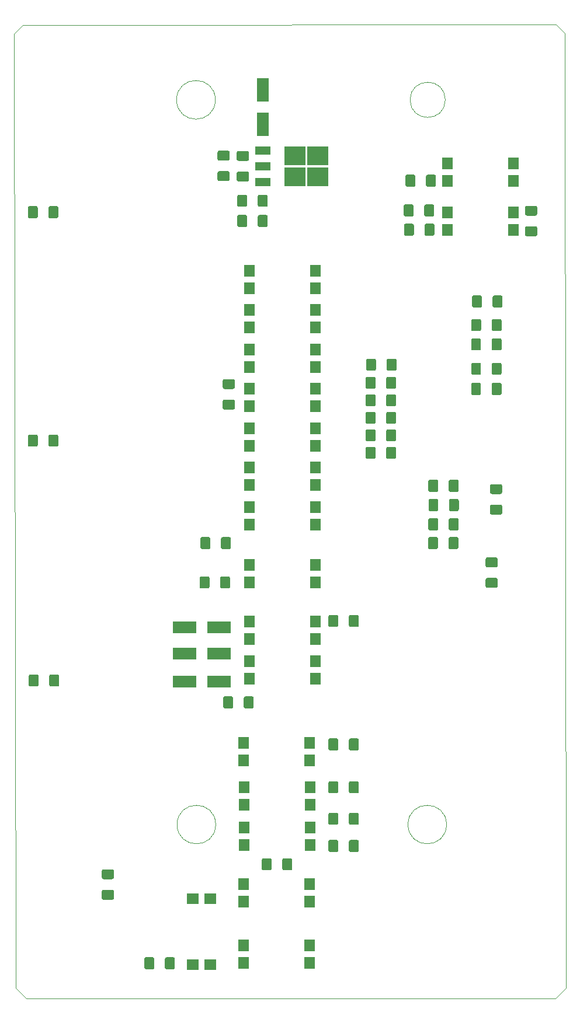
<source format=gbr>
G04 #@! TF.GenerationSoftware,KiCad,Pcbnew,(6.0.0-rc1-dev-347-gd8782b751)*
G04 #@! TF.CreationDate,2019-11-16T19:03:48+01:00*
G04 #@! TF.ProjectId,nano,6E616E6F2E6B696361645F7063620000,rev?*
G04 #@! TF.SameCoordinates,Original*
G04 #@! TF.FileFunction,Paste,Bot*
G04 #@! TF.FilePolarity,Positive*
%FSLAX46Y46*%
G04 Gerber Fmt 4.6, Leading zero omitted, Abs format (unit mm)*
G04 Created by KiCad (PCBNEW (6.0.0-rc1-dev-347-gd8782b751)) date 11/16/19 19:03:48*
%MOMM*%
%LPD*%
G01*
G04 APERTURE LIST*
%ADD10C,0.100000*%
%ADD11C,1.425000*%
%ADD12R,3.500000X1.800000*%
%ADD13R,1.800000X3.500000*%
%ADD14R,1.500000X1.780000*%
%ADD15R,1.780000X1.500000*%
%ADD16R,3.050000X2.750000*%
%ADD17R,2.200000X1.200000*%
G04 APERTURE END LIST*
D10*
X83312000Y-173228000D02*
X81788000Y-171704000D01*
X82804000Y-32004000D02*
X81534000Y-33274000D01*
X161544000Y-171704000D02*
X160020000Y-173228000D01*
X161353500Y-33210500D02*
X160083500Y-31940500D01*
X110746885Y-148021384D02*
G75*
G03X110746885Y-148021384I-2796885J0D01*
G01*
X144208500Y-148018500D02*
G75*
G03X144208500Y-148018500I-2794000J0D01*
G01*
X110692022Y-42874021D02*
G75*
G03X110692022Y-42874021I-2805522J0D01*
G01*
X144030668Y-42875168D02*
G75*
G03X144030668Y-42875168I-2552668J0D01*
G01*
X81788000Y-171704000D02*
X81534000Y-33274000D01*
X160020000Y-173228000D02*
X83312000Y-173228000D01*
X161353500Y-33210500D02*
X161544000Y-171704000D01*
X82804000Y-32004000D02*
X160083500Y-31940500D01*
G04 #@! TO.C,C7*
G36*
X152033504Y-98639204D02*
X152057773Y-98642804D01*
X152081571Y-98648765D01*
X152104671Y-98657030D01*
X152126849Y-98667520D01*
X152147893Y-98680133D01*
X152167598Y-98694747D01*
X152185777Y-98711223D01*
X152202253Y-98729402D01*
X152216867Y-98749107D01*
X152229480Y-98770151D01*
X152239970Y-98792329D01*
X152248235Y-98815429D01*
X152254196Y-98839227D01*
X152257796Y-98863496D01*
X152259000Y-98888000D01*
X152259000Y-99813000D01*
X152257796Y-99837504D01*
X152254196Y-99861773D01*
X152248235Y-99885571D01*
X152239970Y-99908671D01*
X152229480Y-99930849D01*
X152216867Y-99951893D01*
X152202253Y-99971598D01*
X152185777Y-99989777D01*
X152167598Y-100006253D01*
X152147893Y-100020867D01*
X152126849Y-100033480D01*
X152104671Y-100043970D01*
X152081571Y-100052235D01*
X152057773Y-100058196D01*
X152033504Y-100061796D01*
X152009000Y-100063000D01*
X150759000Y-100063000D01*
X150734496Y-100061796D01*
X150710227Y-100058196D01*
X150686429Y-100052235D01*
X150663329Y-100043970D01*
X150641151Y-100033480D01*
X150620107Y-100020867D01*
X150600402Y-100006253D01*
X150582223Y-99989777D01*
X150565747Y-99971598D01*
X150551133Y-99951893D01*
X150538520Y-99930849D01*
X150528030Y-99908671D01*
X150519765Y-99885571D01*
X150513804Y-99861773D01*
X150510204Y-99837504D01*
X150509000Y-99813000D01*
X150509000Y-98888000D01*
X150510204Y-98863496D01*
X150513804Y-98839227D01*
X150519765Y-98815429D01*
X150528030Y-98792329D01*
X150538520Y-98770151D01*
X150551133Y-98749107D01*
X150565747Y-98729402D01*
X150582223Y-98711223D01*
X150600402Y-98694747D01*
X150620107Y-98680133D01*
X150641151Y-98667520D01*
X150663329Y-98657030D01*
X150686429Y-98648765D01*
X150710227Y-98642804D01*
X150734496Y-98639204D01*
X150759000Y-98638000D01*
X152009000Y-98638000D01*
X152033504Y-98639204D01*
X152033504Y-98639204D01*
G37*
D11*
X151384000Y-99350500D03*
D10*
G36*
X152033504Y-101614204D02*
X152057773Y-101617804D01*
X152081571Y-101623765D01*
X152104671Y-101632030D01*
X152126849Y-101642520D01*
X152147893Y-101655133D01*
X152167598Y-101669747D01*
X152185777Y-101686223D01*
X152202253Y-101704402D01*
X152216867Y-101724107D01*
X152229480Y-101745151D01*
X152239970Y-101767329D01*
X152248235Y-101790429D01*
X152254196Y-101814227D01*
X152257796Y-101838496D01*
X152259000Y-101863000D01*
X152259000Y-102788000D01*
X152257796Y-102812504D01*
X152254196Y-102836773D01*
X152248235Y-102860571D01*
X152239970Y-102883671D01*
X152229480Y-102905849D01*
X152216867Y-102926893D01*
X152202253Y-102946598D01*
X152185777Y-102964777D01*
X152167598Y-102981253D01*
X152147893Y-102995867D01*
X152126849Y-103008480D01*
X152104671Y-103018970D01*
X152081571Y-103027235D01*
X152057773Y-103033196D01*
X152033504Y-103036796D01*
X152009000Y-103038000D01*
X150759000Y-103038000D01*
X150734496Y-103036796D01*
X150710227Y-103033196D01*
X150686429Y-103027235D01*
X150663329Y-103018970D01*
X150641151Y-103008480D01*
X150620107Y-102995867D01*
X150600402Y-102981253D01*
X150582223Y-102964777D01*
X150565747Y-102946598D01*
X150551133Y-102926893D01*
X150538520Y-102905849D01*
X150528030Y-102883671D01*
X150519765Y-102860571D01*
X150513804Y-102836773D01*
X150510204Y-102812504D01*
X150509000Y-102788000D01*
X150509000Y-101863000D01*
X150510204Y-101838496D01*
X150513804Y-101814227D01*
X150519765Y-101790429D01*
X150528030Y-101767329D01*
X150538520Y-101745151D01*
X150551133Y-101724107D01*
X150565747Y-101704402D01*
X150582223Y-101686223D01*
X150600402Y-101669747D01*
X150620107Y-101655133D01*
X150641151Y-101642520D01*
X150663329Y-101632030D01*
X150686429Y-101623765D01*
X150710227Y-101617804D01*
X150734496Y-101614204D01*
X150759000Y-101613000D01*
X152009000Y-101613000D01*
X152033504Y-101614204D01*
X152033504Y-101614204D01*
G37*
D11*
X151384000Y-102325500D03*
G04 #@! TD*
D12*
G04 #@! TO.C,D5->|-1*
X111212000Y-127254000D03*
X106212000Y-127254000D03*
G04 #@! TD*
G04 #@! TO.C,D4->|-1*
X111212000Y-119380000D03*
X106212000Y-119380000D03*
G04 #@! TD*
G04 #@! TO.C,D3->|-1*
X111212000Y-123190000D03*
X106212000Y-123190000D03*
G04 #@! TD*
D13*
G04 #@! TO.C,D2->|-1*
X117602000Y-41442000D03*
X117602000Y-46442000D03*
G04 #@! TD*
D14*
G04 #@! TO.C,U19*
X153863000Y-54610000D03*
X144333000Y-52070000D03*
X153863000Y-52070000D03*
X144333000Y-54610000D03*
G04 #@! TD*
G04 #@! TO.C,U18*
X153863000Y-61722000D03*
X144333000Y-59182000D03*
X153863000Y-59182000D03*
X144333000Y-61722000D03*
G04 #@! TD*
D10*
G04 #@! TO.C,R33*
G36*
X139207504Y-58054204D02*
X139231773Y-58057804D01*
X139255571Y-58063765D01*
X139278671Y-58072030D01*
X139300849Y-58082520D01*
X139321893Y-58095133D01*
X139341598Y-58109747D01*
X139359777Y-58126223D01*
X139376253Y-58144402D01*
X139390867Y-58164107D01*
X139403480Y-58185151D01*
X139413970Y-58207329D01*
X139422235Y-58230429D01*
X139428196Y-58254227D01*
X139431796Y-58278496D01*
X139433000Y-58303000D01*
X139433000Y-59553000D01*
X139431796Y-59577504D01*
X139428196Y-59601773D01*
X139422235Y-59625571D01*
X139413970Y-59648671D01*
X139403480Y-59670849D01*
X139390867Y-59691893D01*
X139376253Y-59711598D01*
X139359777Y-59729777D01*
X139341598Y-59746253D01*
X139321893Y-59760867D01*
X139300849Y-59773480D01*
X139278671Y-59783970D01*
X139255571Y-59792235D01*
X139231773Y-59798196D01*
X139207504Y-59801796D01*
X139183000Y-59803000D01*
X138258000Y-59803000D01*
X138233496Y-59801796D01*
X138209227Y-59798196D01*
X138185429Y-59792235D01*
X138162329Y-59783970D01*
X138140151Y-59773480D01*
X138119107Y-59760867D01*
X138099402Y-59746253D01*
X138081223Y-59729777D01*
X138064747Y-59711598D01*
X138050133Y-59691893D01*
X138037520Y-59670849D01*
X138027030Y-59648671D01*
X138018765Y-59625571D01*
X138012804Y-59601773D01*
X138009204Y-59577504D01*
X138008000Y-59553000D01*
X138008000Y-58303000D01*
X138009204Y-58278496D01*
X138012804Y-58254227D01*
X138018765Y-58230429D01*
X138027030Y-58207329D01*
X138037520Y-58185151D01*
X138050133Y-58164107D01*
X138064747Y-58144402D01*
X138081223Y-58126223D01*
X138099402Y-58109747D01*
X138119107Y-58095133D01*
X138140151Y-58082520D01*
X138162329Y-58072030D01*
X138185429Y-58063765D01*
X138209227Y-58057804D01*
X138233496Y-58054204D01*
X138258000Y-58053000D01*
X139183000Y-58053000D01*
X139207504Y-58054204D01*
X139207504Y-58054204D01*
G37*
D11*
X138720500Y-58928000D03*
D10*
G36*
X142182504Y-58054204D02*
X142206773Y-58057804D01*
X142230571Y-58063765D01*
X142253671Y-58072030D01*
X142275849Y-58082520D01*
X142296893Y-58095133D01*
X142316598Y-58109747D01*
X142334777Y-58126223D01*
X142351253Y-58144402D01*
X142365867Y-58164107D01*
X142378480Y-58185151D01*
X142388970Y-58207329D01*
X142397235Y-58230429D01*
X142403196Y-58254227D01*
X142406796Y-58278496D01*
X142408000Y-58303000D01*
X142408000Y-59553000D01*
X142406796Y-59577504D01*
X142403196Y-59601773D01*
X142397235Y-59625571D01*
X142388970Y-59648671D01*
X142378480Y-59670849D01*
X142365867Y-59691893D01*
X142351253Y-59711598D01*
X142334777Y-59729777D01*
X142316598Y-59746253D01*
X142296893Y-59760867D01*
X142275849Y-59773480D01*
X142253671Y-59783970D01*
X142230571Y-59792235D01*
X142206773Y-59798196D01*
X142182504Y-59801796D01*
X142158000Y-59803000D01*
X141233000Y-59803000D01*
X141208496Y-59801796D01*
X141184227Y-59798196D01*
X141160429Y-59792235D01*
X141137329Y-59783970D01*
X141115151Y-59773480D01*
X141094107Y-59760867D01*
X141074402Y-59746253D01*
X141056223Y-59729777D01*
X141039747Y-59711598D01*
X141025133Y-59691893D01*
X141012520Y-59670849D01*
X141002030Y-59648671D01*
X140993765Y-59625571D01*
X140987804Y-59601773D01*
X140984204Y-59577504D01*
X140983000Y-59553000D01*
X140983000Y-58303000D01*
X140984204Y-58278496D01*
X140987804Y-58254227D01*
X140993765Y-58230429D01*
X141002030Y-58207329D01*
X141012520Y-58185151D01*
X141025133Y-58164107D01*
X141039747Y-58144402D01*
X141056223Y-58126223D01*
X141074402Y-58109747D01*
X141094107Y-58095133D01*
X141115151Y-58082520D01*
X141137329Y-58072030D01*
X141160429Y-58063765D01*
X141184227Y-58057804D01*
X141208496Y-58054204D01*
X141233000Y-58053000D01*
X142158000Y-58053000D01*
X142182504Y-58054204D01*
X142182504Y-58054204D01*
G37*
D11*
X141695500Y-58928000D03*
G04 #@! TD*
D10*
G04 #@! TO.C,R32*
G36*
X139461504Y-53736204D02*
X139485773Y-53739804D01*
X139509571Y-53745765D01*
X139532671Y-53754030D01*
X139554849Y-53764520D01*
X139575893Y-53777133D01*
X139595598Y-53791747D01*
X139613777Y-53808223D01*
X139630253Y-53826402D01*
X139644867Y-53846107D01*
X139657480Y-53867151D01*
X139667970Y-53889329D01*
X139676235Y-53912429D01*
X139682196Y-53936227D01*
X139685796Y-53960496D01*
X139687000Y-53985000D01*
X139687000Y-55235000D01*
X139685796Y-55259504D01*
X139682196Y-55283773D01*
X139676235Y-55307571D01*
X139667970Y-55330671D01*
X139657480Y-55352849D01*
X139644867Y-55373893D01*
X139630253Y-55393598D01*
X139613777Y-55411777D01*
X139595598Y-55428253D01*
X139575893Y-55442867D01*
X139554849Y-55455480D01*
X139532671Y-55465970D01*
X139509571Y-55474235D01*
X139485773Y-55480196D01*
X139461504Y-55483796D01*
X139437000Y-55485000D01*
X138512000Y-55485000D01*
X138487496Y-55483796D01*
X138463227Y-55480196D01*
X138439429Y-55474235D01*
X138416329Y-55465970D01*
X138394151Y-55455480D01*
X138373107Y-55442867D01*
X138353402Y-55428253D01*
X138335223Y-55411777D01*
X138318747Y-55393598D01*
X138304133Y-55373893D01*
X138291520Y-55352849D01*
X138281030Y-55330671D01*
X138272765Y-55307571D01*
X138266804Y-55283773D01*
X138263204Y-55259504D01*
X138262000Y-55235000D01*
X138262000Y-53985000D01*
X138263204Y-53960496D01*
X138266804Y-53936227D01*
X138272765Y-53912429D01*
X138281030Y-53889329D01*
X138291520Y-53867151D01*
X138304133Y-53846107D01*
X138318747Y-53826402D01*
X138335223Y-53808223D01*
X138353402Y-53791747D01*
X138373107Y-53777133D01*
X138394151Y-53764520D01*
X138416329Y-53754030D01*
X138439429Y-53745765D01*
X138463227Y-53739804D01*
X138487496Y-53736204D01*
X138512000Y-53735000D01*
X139437000Y-53735000D01*
X139461504Y-53736204D01*
X139461504Y-53736204D01*
G37*
D11*
X138974500Y-54610000D03*
D10*
G36*
X142436504Y-53736204D02*
X142460773Y-53739804D01*
X142484571Y-53745765D01*
X142507671Y-53754030D01*
X142529849Y-53764520D01*
X142550893Y-53777133D01*
X142570598Y-53791747D01*
X142588777Y-53808223D01*
X142605253Y-53826402D01*
X142619867Y-53846107D01*
X142632480Y-53867151D01*
X142642970Y-53889329D01*
X142651235Y-53912429D01*
X142657196Y-53936227D01*
X142660796Y-53960496D01*
X142662000Y-53985000D01*
X142662000Y-55235000D01*
X142660796Y-55259504D01*
X142657196Y-55283773D01*
X142651235Y-55307571D01*
X142642970Y-55330671D01*
X142632480Y-55352849D01*
X142619867Y-55373893D01*
X142605253Y-55393598D01*
X142588777Y-55411777D01*
X142570598Y-55428253D01*
X142550893Y-55442867D01*
X142529849Y-55455480D01*
X142507671Y-55465970D01*
X142484571Y-55474235D01*
X142460773Y-55480196D01*
X142436504Y-55483796D01*
X142412000Y-55485000D01*
X141487000Y-55485000D01*
X141462496Y-55483796D01*
X141438227Y-55480196D01*
X141414429Y-55474235D01*
X141391329Y-55465970D01*
X141369151Y-55455480D01*
X141348107Y-55442867D01*
X141328402Y-55428253D01*
X141310223Y-55411777D01*
X141293747Y-55393598D01*
X141279133Y-55373893D01*
X141266520Y-55352849D01*
X141256030Y-55330671D01*
X141247765Y-55307571D01*
X141241804Y-55283773D01*
X141238204Y-55259504D01*
X141237000Y-55235000D01*
X141237000Y-53985000D01*
X141238204Y-53960496D01*
X141241804Y-53936227D01*
X141247765Y-53912429D01*
X141256030Y-53889329D01*
X141266520Y-53867151D01*
X141279133Y-53846107D01*
X141293747Y-53826402D01*
X141310223Y-53808223D01*
X141328402Y-53791747D01*
X141348107Y-53777133D01*
X141369151Y-53764520D01*
X141391329Y-53754030D01*
X141414429Y-53745765D01*
X141438227Y-53739804D01*
X141462496Y-53736204D01*
X141487000Y-53735000D01*
X142412000Y-53735000D01*
X142436504Y-53736204D01*
X142436504Y-53736204D01*
G37*
D11*
X141949500Y-54610000D03*
G04 #@! TD*
D10*
G04 #@! TO.C,R31*
G36*
X145702004Y-106314204D02*
X145726273Y-106317804D01*
X145750071Y-106323765D01*
X145773171Y-106332030D01*
X145795349Y-106342520D01*
X145816393Y-106355133D01*
X145836098Y-106369747D01*
X145854277Y-106386223D01*
X145870753Y-106404402D01*
X145885367Y-106424107D01*
X145897980Y-106445151D01*
X145908470Y-106467329D01*
X145916735Y-106490429D01*
X145922696Y-106514227D01*
X145926296Y-106538496D01*
X145927500Y-106563000D01*
X145927500Y-107813000D01*
X145926296Y-107837504D01*
X145922696Y-107861773D01*
X145916735Y-107885571D01*
X145908470Y-107908671D01*
X145897980Y-107930849D01*
X145885367Y-107951893D01*
X145870753Y-107971598D01*
X145854277Y-107989777D01*
X145836098Y-108006253D01*
X145816393Y-108020867D01*
X145795349Y-108033480D01*
X145773171Y-108043970D01*
X145750071Y-108052235D01*
X145726273Y-108058196D01*
X145702004Y-108061796D01*
X145677500Y-108063000D01*
X144752500Y-108063000D01*
X144727996Y-108061796D01*
X144703727Y-108058196D01*
X144679929Y-108052235D01*
X144656829Y-108043970D01*
X144634651Y-108033480D01*
X144613607Y-108020867D01*
X144593902Y-108006253D01*
X144575723Y-107989777D01*
X144559247Y-107971598D01*
X144544633Y-107951893D01*
X144532020Y-107930849D01*
X144521530Y-107908671D01*
X144513265Y-107885571D01*
X144507304Y-107861773D01*
X144503704Y-107837504D01*
X144502500Y-107813000D01*
X144502500Y-106563000D01*
X144503704Y-106538496D01*
X144507304Y-106514227D01*
X144513265Y-106490429D01*
X144521530Y-106467329D01*
X144532020Y-106445151D01*
X144544633Y-106424107D01*
X144559247Y-106404402D01*
X144575723Y-106386223D01*
X144593902Y-106369747D01*
X144613607Y-106355133D01*
X144634651Y-106342520D01*
X144656829Y-106332030D01*
X144679929Y-106323765D01*
X144703727Y-106317804D01*
X144727996Y-106314204D01*
X144752500Y-106313000D01*
X145677500Y-106313000D01*
X145702004Y-106314204D01*
X145702004Y-106314204D01*
G37*
D11*
X145215000Y-107188000D03*
D10*
G36*
X142727004Y-106314204D02*
X142751273Y-106317804D01*
X142775071Y-106323765D01*
X142798171Y-106332030D01*
X142820349Y-106342520D01*
X142841393Y-106355133D01*
X142861098Y-106369747D01*
X142879277Y-106386223D01*
X142895753Y-106404402D01*
X142910367Y-106424107D01*
X142922980Y-106445151D01*
X142933470Y-106467329D01*
X142941735Y-106490429D01*
X142947696Y-106514227D01*
X142951296Y-106538496D01*
X142952500Y-106563000D01*
X142952500Y-107813000D01*
X142951296Y-107837504D01*
X142947696Y-107861773D01*
X142941735Y-107885571D01*
X142933470Y-107908671D01*
X142922980Y-107930849D01*
X142910367Y-107951893D01*
X142895753Y-107971598D01*
X142879277Y-107989777D01*
X142861098Y-108006253D01*
X142841393Y-108020867D01*
X142820349Y-108033480D01*
X142798171Y-108043970D01*
X142775071Y-108052235D01*
X142751273Y-108058196D01*
X142727004Y-108061796D01*
X142702500Y-108063000D01*
X141777500Y-108063000D01*
X141752996Y-108061796D01*
X141728727Y-108058196D01*
X141704929Y-108052235D01*
X141681829Y-108043970D01*
X141659651Y-108033480D01*
X141638607Y-108020867D01*
X141618902Y-108006253D01*
X141600723Y-107989777D01*
X141584247Y-107971598D01*
X141569633Y-107951893D01*
X141557020Y-107930849D01*
X141546530Y-107908671D01*
X141538265Y-107885571D01*
X141532304Y-107861773D01*
X141528704Y-107837504D01*
X141527500Y-107813000D01*
X141527500Y-106563000D01*
X141528704Y-106538496D01*
X141532304Y-106514227D01*
X141538265Y-106490429D01*
X141546530Y-106467329D01*
X141557020Y-106445151D01*
X141569633Y-106424107D01*
X141584247Y-106404402D01*
X141600723Y-106386223D01*
X141618902Y-106369747D01*
X141638607Y-106355133D01*
X141659651Y-106342520D01*
X141681829Y-106332030D01*
X141704929Y-106323765D01*
X141728727Y-106317804D01*
X141752996Y-106314204D01*
X141777500Y-106313000D01*
X142702500Y-106313000D01*
X142727004Y-106314204D01*
X142727004Y-106314204D01*
G37*
D11*
X142240000Y-107188000D03*
G04 #@! TD*
D10*
G04 #@! TO.C,R30*
G36*
X157113504Y-58253204D02*
X157137773Y-58256804D01*
X157161571Y-58262765D01*
X157184671Y-58271030D01*
X157206849Y-58281520D01*
X157227893Y-58294133D01*
X157247598Y-58308747D01*
X157265777Y-58325223D01*
X157282253Y-58343402D01*
X157296867Y-58363107D01*
X157309480Y-58384151D01*
X157319970Y-58406329D01*
X157328235Y-58429429D01*
X157334196Y-58453227D01*
X157337796Y-58477496D01*
X157339000Y-58502000D01*
X157339000Y-59427000D01*
X157337796Y-59451504D01*
X157334196Y-59475773D01*
X157328235Y-59499571D01*
X157319970Y-59522671D01*
X157309480Y-59544849D01*
X157296867Y-59565893D01*
X157282253Y-59585598D01*
X157265777Y-59603777D01*
X157247598Y-59620253D01*
X157227893Y-59634867D01*
X157206849Y-59647480D01*
X157184671Y-59657970D01*
X157161571Y-59666235D01*
X157137773Y-59672196D01*
X157113504Y-59675796D01*
X157089000Y-59677000D01*
X155839000Y-59677000D01*
X155814496Y-59675796D01*
X155790227Y-59672196D01*
X155766429Y-59666235D01*
X155743329Y-59657970D01*
X155721151Y-59647480D01*
X155700107Y-59634867D01*
X155680402Y-59620253D01*
X155662223Y-59603777D01*
X155645747Y-59585598D01*
X155631133Y-59565893D01*
X155618520Y-59544849D01*
X155608030Y-59522671D01*
X155599765Y-59499571D01*
X155593804Y-59475773D01*
X155590204Y-59451504D01*
X155589000Y-59427000D01*
X155589000Y-58502000D01*
X155590204Y-58477496D01*
X155593804Y-58453227D01*
X155599765Y-58429429D01*
X155608030Y-58406329D01*
X155618520Y-58384151D01*
X155631133Y-58363107D01*
X155645747Y-58343402D01*
X155662223Y-58325223D01*
X155680402Y-58308747D01*
X155700107Y-58294133D01*
X155721151Y-58281520D01*
X155743329Y-58271030D01*
X155766429Y-58262765D01*
X155790227Y-58256804D01*
X155814496Y-58253204D01*
X155839000Y-58252000D01*
X157089000Y-58252000D01*
X157113504Y-58253204D01*
X157113504Y-58253204D01*
G37*
D11*
X156464000Y-58964500D03*
D10*
G36*
X157113504Y-61228204D02*
X157137773Y-61231804D01*
X157161571Y-61237765D01*
X157184671Y-61246030D01*
X157206849Y-61256520D01*
X157227893Y-61269133D01*
X157247598Y-61283747D01*
X157265777Y-61300223D01*
X157282253Y-61318402D01*
X157296867Y-61338107D01*
X157309480Y-61359151D01*
X157319970Y-61381329D01*
X157328235Y-61404429D01*
X157334196Y-61428227D01*
X157337796Y-61452496D01*
X157339000Y-61477000D01*
X157339000Y-62402000D01*
X157337796Y-62426504D01*
X157334196Y-62450773D01*
X157328235Y-62474571D01*
X157319970Y-62497671D01*
X157309480Y-62519849D01*
X157296867Y-62540893D01*
X157282253Y-62560598D01*
X157265777Y-62578777D01*
X157247598Y-62595253D01*
X157227893Y-62609867D01*
X157206849Y-62622480D01*
X157184671Y-62632970D01*
X157161571Y-62641235D01*
X157137773Y-62647196D01*
X157113504Y-62650796D01*
X157089000Y-62652000D01*
X155839000Y-62652000D01*
X155814496Y-62650796D01*
X155790227Y-62647196D01*
X155766429Y-62641235D01*
X155743329Y-62632970D01*
X155721151Y-62622480D01*
X155700107Y-62609867D01*
X155680402Y-62595253D01*
X155662223Y-62578777D01*
X155645747Y-62560598D01*
X155631133Y-62540893D01*
X155618520Y-62519849D01*
X155608030Y-62497671D01*
X155599765Y-62474571D01*
X155593804Y-62450773D01*
X155590204Y-62426504D01*
X155589000Y-62402000D01*
X155589000Y-61477000D01*
X155590204Y-61452496D01*
X155593804Y-61428227D01*
X155599765Y-61404429D01*
X155608030Y-61381329D01*
X155618520Y-61359151D01*
X155631133Y-61338107D01*
X155645747Y-61318402D01*
X155662223Y-61300223D01*
X155680402Y-61283747D01*
X155700107Y-61269133D01*
X155721151Y-61256520D01*
X155743329Y-61246030D01*
X155766429Y-61237765D01*
X155790227Y-61231804D01*
X155814496Y-61228204D01*
X155839000Y-61227000D01*
X157089000Y-61227000D01*
X157113504Y-61228204D01*
X157113504Y-61228204D01*
G37*
D11*
X156464000Y-61939500D03*
G04 #@! TD*
D10*
G04 #@! TO.C,R29*
G36*
X139244004Y-60848204D02*
X139268273Y-60851804D01*
X139292071Y-60857765D01*
X139315171Y-60866030D01*
X139337349Y-60876520D01*
X139358393Y-60889133D01*
X139378098Y-60903747D01*
X139396277Y-60920223D01*
X139412753Y-60938402D01*
X139427367Y-60958107D01*
X139439980Y-60979151D01*
X139450470Y-61001329D01*
X139458735Y-61024429D01*
X139464696Y-61048227D01*
X139468296Y-61072496D01*
X139469500Y-61097000D01*
X139469500Y-62347000D01*
X139468296Y-62371504D01*
X139464696Y-62395773D01*
X139458735Y-62419571D01*
X139450470Y-62442671D01*
X139439980Y-62464849D01*
X139427367Y-62485893D01*
X139412753Y-62505598D01*
X139396277Y-62523777D01*
X139378098Y-62540253D01*
X139358393Y-62554867D01*
X139337349Y-62567480D01*
X139315171Y-62577970D01*
X139292071Y-62586235D01*
X139268273Y-62592196D01*
X139244004Y-62595796D01*
X139219500Y-62597000D01*
X138294500Y-62597000D01*
X138269996Y-62595796D01*
X138245727Y-62592196D01*
X138221929Y-62586235D01*
X138198829Y-62577970D01*
X138176651Y-62567480D01*
X138155607Y-62554867D01*
X138135902Y-62540253D01*
X138117723Y-62523777D01*
X138101247Y-62505598D01*
X138086633Y-62485893D01*
X138074020Y-62464849D01*
X138063530Y-62442671D01*
X138055265Y-62419571D01*
X138049304Y-62395773D01*
X138045704Y-62371504D01*
X138044500Y-62347000D01*
X138044500Y-61097000D01*
X138045704Y-61072496D01*
X138049304Y-61048227D01*
X138055265Y-61024429D01*
X138063530Y-61001329D01*
X138074020Y-60979151D01*
X138086633Y-60958107D01*
X138101247Y-60938402D01*
X138117723Y-60920223D01*
X138135902Y-60903747D01*
X138155607Y-60889133D01*
X138176651Y-60876520D01*
X138198829Y-60866030D01*
X138221929Y-60857765D01*
X138245727Y-60851804D01*
X138269996Y-60848204D01*
X138294500Y-60847000D01*
X139219500Y-60847000D01*
X139244004Y-60848204D01*
X139244004Y-60848204D01*
G37*
D11*
X138757000Y-61722000D03*
D10*
G36*
X142219004Y-60848204D02*
X142243273Y-60851804D01*
X142267071Y-60857765D01*
X142290171Y-60866030D01*
X142312349Y-60876520D01*
X142333393Y-60889133D01*
X142353098Y-60903747D01*
X142371277Y-60920223D01*
X142387753Y-60938402D01*
X142402367Y-60958107D01*
X142414980Y-60979151D01*
X142425470Y-61001329D01*
X142433735Y-61024429D01*
X142439696Y-61048227D01*
X142443296Y-61072496D01*
X142444500Y-61097000D01*
X142444500Y-62347000D01*
X142443296Y-62371504D01*
X142439696Y-62395773D01*
X142433735Y-62419571D01*
X142425470Y-62442671D01*
X142414980Y-62464849D01*
X142402367Y-62485893D01*
X142387753Y-62505598D01*
X142371277Y-62523777D01*
X142353098Y-62540253D01*
X142333393Y-62554867D01*
X142312349Y-62567480D01*
X142290171Y-62577970D01*
X142267071Y-62586235D01*
X142243273Y-62592196D01*
X142219004Y-62595796D01*
X142194500Y-62597000D01*
X141269500Y-62597000D01*
X141244996Y-62595796D01*
X141220727Y-62592196D01*
X141196929Y-62586235D01*
X141173829Y-62577970D01*
X141151651Y-62567480D01*
X141130607Y-62554867D01*
X141110902Y-62540253D01*
X141092723Y-62523777D01*
X141076247Y-62505598D01*
X141061633Y-62485893D01*
X141049020Y-62464849D01*
X141038530Y-62442671D01*
X141030265Y-62419571D01*
X141024304Y-62395773D01*
X141020704Y-62371504D01*
X141019500Y-62347000D01*
X141019500Y-61097000D01*
X141020704Y-61072496D01*
X141024304Y-61048227D01*
X141030265Y-61024429D01*
X141038530Y-61001329D01*
X141049020Y-60979151D01*
X141061633Y-60958107D01*
X141076247Y-60938402D01*
X141092723Y-60920223D01*
X141110902Y-60903747D01*
X141130607Y-60889133D01*
X141151651Y-60876520D01*
X141173829Y-60866030D01*
X141196929Y-60857765D01*
X141220727Y-60851804D01*
X141244996Y-60848204D01*
X141269500Y-60847000D01*
X142194500Y-60847000D01*
X142219004Y-60848204D01*
X142219004Y-60848204D01*
G37*
D11*
X141732000Y-61722000D03*
G04 #@! TD*
D10*
G04 #@! TO.C,C4*
G36*
X149113504Y-71262204D02*
X149137773Y-71265804D01*
X149161571Y-71271765D01*
X149184671Y-71280030D01*
X149206849Y-71290520D01*
X149227893Y-71303133D01*
X149247598Y-71317747D01*
X149265777Y-71334223D01*
X149282253Y-71352402D01*
X149296867Y-71372107D01*
X149309480Y-71393151D01*
X149319970Y-71415329D01*
X149328235Y-71438429D01*
X149334196Y-71462227D01*
X149337796Y-71486496D01*
X149339000Y-71511000D01*
X149339000Y-72761000D01*
X149337796Y-72785504D01*
X149334196Y-72809773D01*
X149328235Y-72833571D01*
X149319970Y-72856671D01*
X149309480Y-72878849D01*
X149296867Y-72899893D01*
X149282253Y-72919598D01*
X149265777Y-72937777D01*
X149247598Y-72954253D01*
X149227893Y-72968867D01*
X149206849Y-72981480D01*
X149184671Y-72991970D01*
X149161571Y-73000235D01*
X149137773Y-73006196D01*
X149113504Y-73009796D01*
X149089000Y-73011000D01*
X148164000Y-73011000D01*
X148139496Y-73009796D01*
X148115227Y-73006196D01*
X148091429Y-73000235D01*
X148068329Y-72991970D01*
X148046151Y-72981480D01*
X148025107Y-72968867D01*
X148005402Y-72954253D01*
X147987223Y-72937777D01*
X147970747Y-72919598D01*
X147956133Y-72899893D01*
X147943520Y-72878849D01*
X147933030Y-72856671D01*
X147924765Y-72833571D01*
X147918804Y-72809773D01*
X147915204Y-72785504D01*
X147914000Y-72761000D01*
X147914000Y-71511000D01*
X147915204Y-71486496D01*
X147918804Y-71462227D01*
X147924765Y-71438429D01*
X147933030Y-71415329D01*
X147943520Y-71393151D01*
X147956133Y-71372107D01*
X147970747Y-71352402D01*
X147987223Y-71334223D01*
X148005402Y-71317747D01*
X148025107Y-71303133D01*
X148046151Y-71290520D01*
X148068329Y-71280030D01*
X148091429Y-71271765D01*
X148115227Y-71265804D01*
X148139496Y-71262204D01*
X148164000Y-71261000D01*
X149089000Y-71261000D01*
X149113504Y-71262204D01*
X149113504Y-71262204D01*
G37*
D11*
X148626500Y-72136000D03*
D10*
G36*
X152088504Y-71262204D02*
X152112773Y-71265804D01*
X152136571Y-71271765D01*
X152159671Y-71280030D01*
X152181849Y-71290520D01*
X152202893Y-71303133D01*
X152222598Y-71317747D01*
X152240777Y-71334223D01*
X152257253Y-71352402D01*
X152271867Y-71372107D01*
X152284480Y-71393151D01*
X152294970Y-71415329D01*
X152303235Y-71438429D01*
X152309196Y-71462227D01*
X152312796Y-71486496D01*
X152314000Y-71511000D01*
X152314000Y-72761000D01*
X152312796Y-72785504D01*
X152309196Y-72809773D01*
X152303235Y-72833571D01*
X152294970Y-72856671D01*
X152284480Y-72878849D01*
X152271867Y-72899893D01*
X152257253Y-72919598D01*
X152240777Y-72937777D01*
X152222598Y-72954253D01*
X152202893Y-72968867D01*
X152181849Y-72981480D01*
X152159671Y-72991970D01*
X152136571Y-73000235D01*
X152112773Y-73006196D01*
X152088504Y-73009796D01*
X152064000Y-73011000D01*
X151139000Y-73011000D01*
X151114496Y-73009796D01*
X151090227Y-73006196D01*
X151066429Y-73000235D01*
X151043329Y-72991970D01*
X151021151Y-72981480D01*
X151000107Y-72968867D01*
X150980402Y-72954253D01*
X150962223Y-72937777D01*
X150945747Y-72919598D01*
X150931133Y-72899893D01*
X150918520Y-72878849D01*
X150908030Y-72856671D01*
X150899765Y-72833571D01*
X150893804Y-72809773D01*
X150890204Y-72785504D01*
X150889000Y-72761000D01*
X150889000Y-71511000D01*
X150890204Y-71486496D01*
X150893804Y-71462227D01*
X150899765Y-71438429D01*
X150908030Y-71415329D01*
X150918520Y-71393151D01*
X150931133Y-71372107D01*
X150945747Y-71352402D01*
X150962223Y-71334223D01*
X150980402Y-71317747D01*
X151000107Y-71303133D01*
X151021151Y-71290520D01*
X151043329Y-71280030D01*
X151066429Y-71271765D01*
X151090227Y-71265804D01*
X151114496Y-71262204D01*
X151139000Y-71261000D01*
X152064000Y-71261000D01*
X152088504Y-71262204D01*
X152088504Y-71262204D01*
G37*
D11*
X151601500Y-72136000D03*
G04 #@! TD*
D14*
G04 #@! TO.C,U3*
X114805500Y-136207500D03*
X124335500Y-138747500D03*
X114805500Y-138747500D03*
X124335500Y-136207500D03*
G04 #@! TD*
D15*
G04 #@! TO.C,U17*
X109982000Y-158811000D03*
X107442000Y-168341000D03*
X107442000Y-158811000D03*
X109982000Y-168341000D03*
G04 #@! TD*
D10*
G04 #@! TO.C,R28*
G36*
X101615504Y-167274204D02*
X101639773Y-167277804D01*
X101663571Y-167283765D01*
X101686671Y-167292030D01*
X101708849Y-167302520D01*
X101729893Y-167315133D01*
X101749598Y-167329747D01*
X101767777Y-167346223D01*
X101784253Y-167364402D01*
X101798867Y-167384107D01*
X101811480Y-167405151D01*
X101821970Y-167427329D01*
X101830235Y-167450429D01*
X101836196Y-167474227D01*
X101839796Y-167498496D01*
X101841000Y-167523000D01*
X101841000Y-168773000D01*
X101839796Y-168797504D01*
X101836196Y-168821773D01*
X101830235Y-168845571D01*
X101821970Y-168868671D01*
X101811480Y-168890849D01*
X101798867Y-168911893D01*
X101784253Y-168931598D01*
X101767777Y-168949777D01*
X101749598Y-168966253D01*
X101729893Y-168980867D01*
X101708849Y-168993480D01*
X101686671Y-169003970D01*
X101663571Y-169012235D01*
X101639773Y-169018196D01*
X101615504Y-169021796D01*
X101591000Y-169023000D01*
X100666000Y-169023000D01*
X100641496Y-169021796D01*
X100617227Y-169018196D01*
X100593429Y-169012235D01*
X100570329Y-169003970D01*
X100548151Y-168993480D01*
X100527107Y-168980867D01*
X100507402Y-168966253D01*
X100489223Y-168949777D01*
X100472747Y-168931598D01*
X100458133Y-168911893D01*
X100445520Y-168890849D01*
X100435030Y-168868671D01*
X100426765Y-168845571D01*
X100420804Y-168821773D01*
X100417204Y-168797504D01*
X100416000Y-168773000D01*
X100416000Y-167523000D01*
X100417204Y-167498496D01*
X100420804Y-167474227D01*
X100426765Y-167450429D01*
X100435030Y-167427329D01*
X100445520Y-167405151D01*
X100458133Y-167384107D01*
X100472747Y-167364402D01*
X100489223Y-167346223D01*
X100507402Y-167329747D01*
X100527107Y-167315133D01*
X100548151Y-167302520D01*
X100570329Y-167292030D01*
X100593429Y-167283765D01*
X100617227Y-167277804D01*
X100641496Y-167274204D01*
X100666000Y-167273000D01*
X101591000Y-167273000D01*
X101615504Y-167274204D01*
X101615504Y-167274204D01*
G37*
D11*
X101128500Y-168148000D03*
D10*
G36*
X104590504Y-167274204D02*
X104614773Y-167277804D01*
X104638571Y-167283765D01*
X104661671Y-167292030D01*
X104683849Y-167302520D01*
X104704893Y-167315133D01*
X104724598Y-167329747D01*
X104742777Y-167346223D01*
X104759253Y-167364402D01*
X104773867Y-167384107D01*
X104786480Y-167405151D01*
X104796970Y-167427329D01*
X104805235Y-167450429D01*
X104811196Y-167474227D01*
X104814796Y-167498496D01*
X104816000Y-167523000D01*
X104816000Y-168773000D01*
X104814796Y-168797504D01*
X104811196Y-168821773D01*
X104805235Y-168845571D01*
X104796970Y-168868671D01*
X104786480Y-168890849D01*
X104773867Y-168911893D01*
X104759253Y-168931598D01*
X104742777Y-168949777D01*
X104724598Y-168966253D01*
X104704893Y-168980867D01*
X104683849Y-168993480D01*
X104661671Y-169003970D01*
X104638571Y-169012235D01*
X104614773Y-169018196D01*
X104590504Y-169021796D01*
X104566000Y-169023000D01*
X103641000Y-169023000D01*
X103616496Y-169021796D01*
X103592227Y-169018196D01*
X103568429Y-169012235D01*
X103545329Y-169003970D01*
X103523151Y-168993480D01*
X103502107Y-168980867D01*
X103482402Y-168966253D01*
X103464223Y-168949777D01*
X103447747Y-168931598D01*
X103433133Y-168911893D01*
X103420520Y-168890849D01*
X103410030Y-168868671D01*
X103401765Y-168845571D01*
X103395804Y-168821773D01*
X103392204Y-168797504D01*
X103391000Y-168773000D01*
X103391000Y-167523000D01*
X103392204Y-167498496D01*
X103395804Y-167474227D01*
X103401765Y-167450429D01*
X103410030Y-167427329D01*
X103420520Y-167405151D01*
X103433133Y-167384107D01*
X103447747Y-167364402D01*
X103464223Y-167346223D01*
X103482402Y-167329747D01*
X103502107Y-167315133D01*
X103523151Y-167302520D01*
X103545329Y-167292030D01*
X103568429Y-167283765D01*
X103592227Y-167277804D01*
X103616496Y-167274204D01*
X103641000Y-167273000D01*
X104566000Y-167273000D01*
X104590504Y-167274204D01*
X104590504Y-167274204D01*
G37*
D11*
X104103500Y-168148000D03*
G04 #@! TD*
D10*
G04 #@! TO.C,R27*
G36*
X95772504Y-154519204D02*
X95796773Y-154522804D01*
X95820571Y-154528765D01*
X95843671Y-154537030D01*
X95865849Y-154547520D01*
X95886893Y-154560133D01*
X95906598Y-154574747D01*
X95924777Y-154591223D01*
X95941253Y-154609402D01*
X95955867Y-154629107D01*
X95968480Y-154650151D01*
X95978970Y-154672329D01*
X95987235Y-154695429D01*
X95993196Y-154719227D01*
X95996796Y-154743496D01*
X95998000Y-154768000D01*
X95998000Y-155693000D01*
X95996796Y-155717504D01*
X95993196Y-155741773D01*
X95987235Y-155765571D01*
X95978970Y-155788671D01*
X95968480Y-155810849D01*
X95955867Y-155831893D01*
X95941253Y-155851598D01*
X95924777Y-155869777D01*
X95906598Y-155886253D01*
X95886893Y-155900867D01*
X95865849Y-155913480D01*
X95843671Y-155923970D01*
X95820571Y-155932235D01*
X95796773Y-155938196D01*
X95772504Y-155941796D01*
X95748000Y-155943000D01*
X94498000Y-155943000D01*
X94473496Y-155941796D01*
X94449227Y-155938196D01*
X94425429Y-155932235D01*
X94402329Y-155923970D01*
X94380151Y-155913480D01*
X94359107Y-155900867D01*
X94339402Y-155886253D01*
X94321223Y-155869777D01*
X94304747Y-155851598D01*
X94290133Y-155831893D01*
X94277520Y-155810849D01*
X94267030Y-155788671D01*
X94258765Y-155765571D01*
X94252804Y-155741773D01*
X94249204Y-155717504D01*
X94248000Y-155693000D01*
X94248000Y-154768000D01*
X94249204Y-154743496D01*
X94252804Y-154719227D01*
X94258765Y-154695429D01*
X94267030Y-154672329D01*
X94277520Y-154650151D01*
X94290133Y-154629107D01*
X94304747Y-154609402D01*
X94321223Y-154591223D01*
X94339402Y-154574747D01*
X94359107Y-154560133D01*
X94380151Y-154547520D01*
X94402329Y-154537030D01*
X94425429Y-154528765D01*
X94449227Y-154522804D01*
X94473496Y-154519204D01*
X94498000Y-154518000D01*
X95748000Y-154518000D01*
X95772504Y-154519204D01*
X95772504Y-154519204D01*
G37*
D11*
X95123000Y-155230500D03*
D10*
G36*
X95772504Y-157494204D02*
X95796773Y-157497804D01*
X95820571Y-157503765D01*
X95843671Y-157512030D01*
X95865849Y-157522520D01*
X95886893Y-157535133D01*
X95906598Y-157549747D01*
X95924777Y-157566223D01*
X95941253Y-157584402D01*
X95955867Y-157604107D01*
X95968480Y-157625151D01*
X95978970Y-157647329D01*
X95987235Y-157670429D01*
X95993196Y-157694227D01*
X95996796Y-157718496D01*
X95998000Y-157743000D01*
X95998000Y-158668000D01*
X95996796Y-158692504D01*
X95993196Y-158716773D01*
X95987235Y-158740571D01*
X95978970Y-158763671D01*
X95968480Y-158785849D01*
X95955867Y-158806893D01*
X95941253Y-158826598D01*
X95924777Y-158844777D01*
X95906598Y-158861253D01*
X95886893Y-158875867D01*
X95865849Y-158888480D01*
X95843671Y-158898970D01*
X95820571Y-158907235D01*
X95796773Y-158913196D01*
X95772504Y-158916796D01*
X95748000Y-158918000D01*
X94498000Y-158918000D01*
X94473496Y-158916796D01*
X94449227Y-158913196D01*
X94425429Y-158907235D01*
X94402329Y-158898970D01*
X94380151Y-158888480D01*
X94359107Y-158875867D01*
X94339402Y-158861253D01*
X94321223Y-158844777D01*
X94304747Y-158826598D01*
X94290133Y-158806893D01*
X94277520Y-158785849D01*
X94267030Y-158763671D01*
X94258765Y-158740571D01*
X94252804Y-158716773D01*
X94249204Y-158692504D01*
X94248000Y-158668000D01*
X94248000Y-157743000D01*
X94249204Y-157718496D01*
X94252804Y-157694227D01*
X94258765Y-157670429D01*
X94267030Y-157647329D01*
X94277520Y-157625151D01*
X94290133Y-157604107D01*
X94304747Y-157584402D01*
X94321223Y-157566223D01*
X94339402Y-157549747D01*
X94359107Y-157535133D01*
X94380151Y-157522520D01*
X94402329Y-157512030D01*
X94425429Y-157503765D01*
X94449227Y-157497804D01*
X94473496Y-157494204D01*
X94498000Y-157493000D01*
X95748000Y-157493000D01*
X95772504Y-157494204D01*
X95772504Y-157494204D01*
G37*
D11*
X95123000Y-158205500D03*
G04 #@! TD*
D10*
G04 #@! TO.C,C6*
G36*
X151952965Y-77485204D02*
X151977234Y-77488804D01*
X152001032Y-77494765D01*
X152024132Y-77503030D01*
X152046310Y-77513520D01*
X152067354Y-77526133D01*
X152087059Y-77540747D01*
X152105238Y-77557223D01*
X152121714Y-77575402D01*
X152136328Y-77595107D01*
X152148941Y-77616151D01*
X152159431Y-77638329D01*
X152167696Y-77661429D01*
X152173657Y-77685227D01*
X152177257Y-77709496D01*
X152178461Y-77734000D01*
X152178461Y-78984000D01*
X152177257Y-79008504D01*
X152173657Y-79032773D01*
X152167696Y-79056571D01*
X152159431Y-79079671D01*
X152148941Y-79101849D01*
X152136328Y-79122893D01*
X152121714Y-79142598D01*
X152105238Y-79160777D01*
X152087059Y-79177253D01*
X152067354Y-79191867D01*
X152046310Y-79204480D01*
X152024132Y-79214970D01*
X152001032Y-79223235D01*
X151977234Y-79229196D01*
X151952965Y-79232796D01*
X151928461Y-79234000D01*
X151003461Y-79234000D01*
X150978957Y-79232796D01*
X150954688Y-79229196D01*
X150930890Y-79223235D01*
X150907790Y-79214970D01*
X150885612Y-79204480D01*
X150864568Y-79191867D01*
X150844863Y-79177253D01*
X150826684Y-79160777D01*
X150810208Y-79142598D01*
X150795594Y-79122893D01*
X150782981Y-79101849D01*
X150772491Y-79079671D01*
X150764226Y-79056571D01*
X150758265Y-79032773D01*
X150754665Y-79008504D01*
X150753461Y-78984000D01*
X150753461Y-77734000D01*
X150754665Y-77709496D01*
X150758265Y-77685227D01*
X150764226Y-77661429D01*
X150772491Y-77638329D01*
X150782981Y-77616151D01*
X150795594Y-77595107D01*
X150810208Y-77575402D01*
X150826684Y-77557223D01*
X150844863Y-77540747D01*
X150864568Y-77526133D01*
X150885612Y-77513520D01*
X150907790Y-77503030D01*
X150930890Y-77494765D01*
X150954688Y-77488804D01*
X150978957Y-77485204D01*
X151003461Y-77484000D01*
X151928461Y-77484000D01*
X151952965Y-77485204D01*
X151952965Y-77485204D01*
G37*
D11*
X151465961Y-78359000D03*
D10*
G36*
X148977965Y-77485204D02*
X149002234Y-77488804D01*
X149026032Y-77494765D01*
X149049132Y-77503030D01*
X149071310Y-77513520D01*
X149092354Y-77526133D01*
X149112059Y-77540747D01*
X149130238Y-77557223D01*
X149146714Y-77575402D01*
X149161328Y-77595107D01*
X149173941Y-77616151D01*
X149184431Y-77638329D01*
X149192696Y-77661429D01*
X149198657Y-77685227D01*
X149202257Y-77709496D01*
X149203461Y-77734000D01*
X149203461Y-78984000D01*
X149202257Y-79008504D01*
X149198657Y-79032773D01*
X149192696Y-79056571D01*
X149184431Y-79079671D01*
X149173941Y-79101849D01*
X149161328Y-79122893D01*
X149146714Y-79142598D01*
X149130238Y-79160777D01*
X149112059Y-79177253D01*
X149092354Y-79191867D01*
X149071310Y-79204480D01*
X149049132Y-79214970D01*
X149026032Y-79223235D01*
X149002234Y-79229196D01*
X148977965Y-79232796D01*
X148953461Y-79234000D01*
X148028461Y-79234000D01*
X148003957Y-79232796D01*
X147979688Y-79229196D01*
X147955890Y-79223235D01*
X147932790Y-79214970D01*
X147910612Y-79204480D01*
X147889568Y-79191867D01*
X147869863Y-79177253D01*
X147851684Y-79160777D01*
X147835208Y-79142598D01*
X147820594Y-79122893D01*
X147807981Y-79101849D01*
X147797491Y-79079671D01*
X147789226Y-79056571D01*
X147783265Y-79032773D01*
X147779665Y-79008504D01*
X147778461Y-78984000D01*
X147778461Y-77734000D01*
X147779665Y-77709496D01*
X147783265Y-77685227D01*
X147789226Y-77661429D01*
X147797491Y-77638329D01*
X147807981Y-77616151D01*
X147820594Y-77595107D01*
X147835208Y-77575402D01*
X147851684Y-77557223D01*
X147869863Y-77540747D01*
X147889568Y-77526133D01*
X147910612Y-77513520D01*
X147932790Y-77503030D01*
X147955890Y-77494765D01*
X147979688Y-77488804D01*
X148003957Y-77485204D01*
X148028461Y-77484000D01*
X148953461Y-77484000D01*
X148977965Y-77485204D01*
X148977965Y-77485204D01*
G37*
D11*
X148490961Y-78359000D03*
G04 #@! TD*
D10*
G04 #@! TO.C,C5*
G36*
X112536504Y-53227204D02*
X112560773Y-53230804D01*
X112584571Y-53236765D01*
X112607671Y-53245030D01*
X112629849Y-53255520D01*
X112650893Y-53268133D01*
X112670598Y-53282747D01*
X112688777Y-53299223D01*
X112705253Y-53317402D01*
X112719867Y-53337107D01*
X112732480Y-53358151D01*
X112742970Y-53380329D01*
X112751235Y-53403429D01*
X112757196Y-53427227D01*
X112760796Y-53451496D01*
X112762000Y-53476000D01*
X112762000Y-54401000D01*
X112760796Y-54425504D01*
X112757196Y-54449773D01*
X112751235Y-54473571D01*
X112742970Y-54496671D01*
X112732480Y-54518849D01*
X112719867Y-54539893D01*
X112705253Y-54559598D01*
X112688777Y-54577777D01*
X112670598Y-54594253D01*
X112650893Y-54608867D01*
X112629849Y-54621480D01*
X112607671Y-54631970D01*
X112584571Y-54640235D01*
X112560773Y-54646196D01*
X112536504Y-54649796D01*
X112512000Y-54651000D01*
X111262000Y-54651000D01*
X111237496Y-54649796D01*
X111213227Y-54646196D01*
X111189429Y-54640235D01*
X111166329Y-54631970D01*
X111144151Y-54621480D01*
X111123107Y-54608867D01*
X111103402Y-54594253D01*
X111085223Y-54577777D01*
X111068747Y-54559598D01*
X111054133Y-54539893D01*
X111041520Y-54518849D01*
X111031030Y-54496671D01*
X111022765Y-54473571D01*
X111016804Y-54449773D01*
X111013204Y-54425504D01*
X111012000Y-54401000D01*
X111012000Y-53476000D01*
X111013204Y-53451496D01*
X111016804Y-53427227D01*
X111022765Y-53403429D01*
X111031030Y-53380329D01*
X111041520Y-53358151D01*
X111054133Y-53337107D01*
X111068747Y-53317402D01*
X111085223Y-53299223D01*
X111103402Y-53282747D01*
X111123107Y-53268133D01*
X111144151Y-53255520D01*
X111166329Y-53245030D01*
X111189429Y-53236765D01*
X111213227Y-53230804D01*
X111237496Y-53227204D01*
X111262000Y-53226000D01*
X112512000Y-53226000D01*
X112536504Y-53227204D01*
X112536504Y-53227204D01*
G37*
D11*
X111887000Y-53938500D03*
D10*
G36*
X112536504Y-50252204D02*
X112560773Y-50255804D01*
X112584571Y-50261765D01*
X112607671Y-50270030D01*
X112629849Y-50280520D01*
X112650893Y-50293133D01*
X112670598Y-50307747D01*
X112688777Y-50324223D01*
X112705253Y-50342402D01*
X112719867Y-50362107D01*
X112732480Y-50383151D01*
X112742970Y-50405329D01*
X112751235Y-50428429D01*
X112757196Y-50452227D01*
X112760796Y-50476496D01*
X112762000Y-50501000D01*
X112762000Y-51426000D01*
X112760796Y-51450504D01*
X112757196Y-51474773D01*
X112751235Y-51498571D01*
X112742970Y-51521671D01*
X112732480Y-51543849D01*
X112719867Y-51564893D01*
X112705253Y-51584598D01*
X112688777Y-51602777D01*
X112670598Y-51619253D01*
X112650893Y-51633867D01*
X112629849Y-51646480D01*
X112607671Y-51656970D01*
X112584571Y-51665235D01*
X112560773Y-51671196D01*
X112536504Y-51674796D01*
X112512000Y-51676000D01*
X111262000Y-51676000D01*
X111237496Y-51674796D01*
X111213227Y-51671196D01*
X111189429Y-51665235D01*
X111166329Y-51656970D01*
X111144151Y-51646480D01*
X111123107Y-51633867D01*
X111103402Y-51619253D01*
X111085223Y-51602777D01*
X111068747Y-51584598D01*
X111054133Y-51564893D01*
X111041520Y-51543849D01*
X111031030Y-51521671D01*
X111022765Y-51498571D01*
X111016804Y-51474773D01*
X111013204Y-51450504D01*
X111012000Y-51426000D01*
X111012000Y-50501000D01*
X111013204Y-50476496D01*
X111016804Y-50452227D01*
X111022765Y-50428429D01*
X111031030Y-50405329D01*
X111041520Y-50383151D01*
X111054133Y-50362107D01*
X111068747Y-50342402D01*
X111085223Y-50324223D01*
X111103402Y-50307747D01*
X111123107Y-50293133D01*
X111144151Y-50280520D01*
X111166329Y-50270030D01*
X111189429Y-50261765D01*
X111213227Y-50255804D01*
X111237496Y-50252204D01*
X111262000Y-50251000D01*
X112512000Y-50251000D01*
X112536504Y-50252204D01*
X112536504Y-50252204D01*
G37*
D11*
X111887000Y-50963500D03*
G04 #@! TD*
D10*
G04 #@! TO.C,R26*
G36*
X148977965Y-83942409D02*
X149002234Y-83946009D01*
X149026032Y-83951970D01*
X149049132Y-83960235D01*
X149071310Y-83970725D01*
X149092354Y-83983338D01*
X149112059Y-83997952D01*
X149130238Y-84014428D01*
X149146714Y-84032607D01*
X149161328Y-84052312D01*
X149173941Y-84073356D01*
X149184431Y-84095534D01*
X149192696Y-84118634D01*
X149198657Y-84142432D01*
X149202257Y-84166701D01*
X149203461Y-84191205D01*
X149203461Y-85441205D01*
X149202257Y-85465709D01*
X149198657Y-85489978D01*
X149192696Y-85513776D01*
X149184431Y-85536876D01*
X149173941Y-85559054D01*
X149161328Y-85580098D01*
X149146714Y-85599803D01*
X149130238Y-85617982D01*
X149112059Y-85634458D01*
X149092354Y-85649072D01*
X149071310Y-85661685D01*
X149049132Y-85672175D01*
X149026032Y-85680440D01*
X149002234Y-85686401D01*
X148977965Y-85690001D01*
X148953461Y-85691205D01*
X148028461Y-85691205D01*
X148003957Y-85690001D01*
X147979688Y-85686401D01*
X147955890Y-85680440D01*
X147932790Y-85672175D01*
X147910612Y-85661685D01*
X147889568Y-85649072D01*
X147869863Y-85634458D01*
X147851684Y-85617982D01*
X147835208Y-85599803D01*
X147820594Y-85580098D01*
X147807981Y-85559054D01*
X147797491Y-85536876D01*
X147789226Y-85513776D01*
X147783265Y-85489978D01*
X147779665Y-85465709D01*
X147778461Y-85441205D01*
X147778461Y-84191205D01*
X147779665Y-84166701D01*
X147783265Y-84142432D01*
X147789226Y-84118634D01*
X147797491Y-84095534D01*
X147807981Y-84073356D01*
X147820594Y-84052312D01*
X147835208Y-84032607D01*
X147851684Y-84014428D01*
X147869863Y-83997952D01*
X147889568Y-83983338D01*
X147910612Y-83970725D01*
X147932790Y-83960235D01*
X147955890Y-83951970D01*
X147979688Y-83946009D01*
X148003957Y-83942409D01*
X148028461Y-83941205D01*
X148953461Y-83941205D01*
X148977965Y-83942409D01*
X148977965Y-83942409D01*
G37*
D11*
X148490961Y-84816205D03*
D10*
G36*
X151952965Y-83942409D02*
X151977234Y-83946009D01*
X152001032Y-83951970D01*
X152024132Y-83960235D01*
X152046310Y-83970725D01*
X152067354Y-83983338D01*
X152087059Y-83997952D01*
X152105238Y-84014428D01*
X152121714Y-84032607D01*
X152136328Y-84052312D01*
X152148941Y-84073356D01*
X152159431Y-84095534D01*
X152167696Y-84118634D01*
X152173657Y-84142432D01*
X152177257Y-84166701D01*
X152178461Y-84191205D01*
X152178461Y-85441205D01*
X152177257Y-85465709D01*
X152173657Y-85489978D01*
X152167696Y-85513776D01*
X152159431Y-85536876D01*
X152148941Y-85559054D01*
X152136328Y-85580098D01*
X152121714Y-85599803D01*
X152105238Y-85617982D01*
X152087059Y-85634458D01*
X152067354Y-85649072D01*
X152046310Y-85661685D01*
X152024132Y-85672175D01*
X152001032Y-85680440D01*
X151977234Y-85686401D01*
X151952965Y-85690001D01*
X151928461Y-85691205D01*
X151003461Y-85691205D01*
X150978957Y-85690001D01*
X150954688Y-85686401D01*
X150930890Y-85680440D01*
X150907790Y-85672175D01*
X150885612Y-85661685D01*
X150864568Y-85649072D01*
X150844863Y-85634458D01*
X150826684Y-85617982D01*
X150810208Y-85599803D01*
X150795594Y-85580098D01*
X150782981Y-85559054D01*
X150772491Y-85536876D01*
X150764226Y-85513776D01*
X150758265Y-85489978D01*
X150754665Y-85465709D01*
X150753461Y-85441205D01*
X150753461Y-84191205D01*
X150754665Y-84166701D01*
X150758265Y-84142432D01*
X150764226Y-84118634D01*
X150772491Y-84095534D01*
X150782981Y-84073356D01*
X150795594Y-84052312D01*
X150810208Y-84032607D01*
X150826684Y-84014428D01*
X150844863Y-83997952D01*
X150864568Y-83983338D01*
X150885612Y-83970725D01*
X150907790Y-83960235D01*
X150930890Y-83951970D01*
X150954688Y-83946009D01*
X150978957Y-83942409D01*
X151003461Y-83941205D01*
X151928461Y-83941205D01*
X151952965Y-83942409D01*
X151952965Y-83942409D01*
G37*
D11*
X151465961Y-84816205D03*
G04 #@! TD*
D10*
G04 #@! TO.C,R25*
G36*
X142763504Y-103583704D02*
X142787773Y-103587304D01*
X142811571Y-103593265D01*
X142834671Y-103601530D01*
X142856849Y-103612020D01*
X142877893Y-103624633D01*
X142897598Y-103639247D01*
X142915777Y-103655723D01*
X142932253Y-103673902D01*
X142946867Y-103693607D01*
X142959480Y-103714651D01*
X142969970Y-103736829D01*
X142978235Y-103759929D01*
X142984196Y-103783727D01*
X142987796Y-103807996D01*
X142989000Y-103832500D01*
X142989000Y-105082500D01*
X142987796Y-105107004D01*
X142984196Y-105131273D01*
X142978235Y-105155071D01*
X142969970Y-105178171D01*
X142959480Y-105200349D01*
X142946867Y-105221393D01*
X142932253Y-105241098D01*
X142915777Y-105259277D01*
X142897598Y-105275753D01*
X142877893Y-105290367D01*
X142856849Y-105302980D01*
X142834671Y-105313470D01*
X142811571Y-105321735D01*
X142787773Y-105327696D01*
X142763504Y-105331296D01*
X142739000Y-105332500D01*
X141814000Y-105332500D01*
X141789496Y-105331296D01*
X141765227Y-105327696D01*
X141741429Y-105321735D01*
X141718329Y-105313470D01*
X141696151Y-105302980D01*
X141675107Y-105290367D01*
X141655402Y-105275753D01*
X141637223Y-105259277D01*
X141620747Y-105241098D01*
X141606133Y-105221393D01*
X141593520Y-105200349D01*
X141583030Y-105178171D01*
X141574765Y-105155071D01*
X141568804Y-105131273D01*
X141565204Y-105107004D01*
X141564000Y-105082500D01*
X141564000Y-103832500D01*
X141565204Y-103807996D01*
X141568804Y-103783727D01*
X141574765Y-103759929D01*
X141583030Y-103736829D01*
X141593520Y-103714651D01*
X141606133Y-103693607D01*
X141620747Y-103673902D01*
X141637223Y-103655723D01*
X141655402Y-103639247D01*
X141675107Y-103624633D01*
X141696151Y-103612020D01*
X141718329Y-103601530D01*
X141741429Y-103593265D01*
X141765227Y-103587304D01*
X141789496Y-103583704D01*
X141814000Y-103582500D01*
X142739000Y-103582500D01*
X142763504Y-103583704D01*
X142763504Y-103583704D01*
G37*
D11*
X142276500Y-104457500D03*
D10*
G36*
X145738504Y-103583704D02*
X145762773Y-103587304D01*
X145786571Y-103593265D01*
X145809671Y-103601530D01*
X145831849Y-103612020D01*
X145852893Y-103624633D01*
X145872598Y-103639247D01*
X145890777Y-103655723D01*
X145907253Y-103673902D01*
X145921867Y-103693607D01*
X145934480Y-103714651D01*
X145944970Y-103736829D01*
X145953235Y-103759929D01*
X145959196Y-103783727D01*
X145962796Y-103807996D01*
X145964000Y-103832500D01*
X145964000Y-105082500D01*
X145962796Y-105107004D01*
X145959196Y-105131273D01*
X145953235Y-105155071D01*
X145944970Y-105178171D01*
X145934480Y-105200349D01*
X145921867Y-105221393D01*
X145907253Y-105241098D01*
X145890777Y-105259277D01*
X145872598Y-105275753D01*
X145852893Y-105290367D01*
X145831849Y-105302980D01*
X145809671Y-105313470D01*
X145786571Y-105321735D01*
X145762773Y-105327696D01*
X145738504Y-105331296D01*
X145714000Y-105332500D01*
X144789000Y-105332500D01*
X144764496Y-105331296D01*
X144740227Y-105327696D01*
X144716429Y-105321735D01*
X144693329Y-105313470D01*
X144671151Y-105302980D01*
X144650107Y-105290367D01*
X144630402Y-105275753D01*
X144612223Y-105259277D01*
X144595747Y-105241098D01*
X144581133Y-105221393D01*
X144568520Y-105200349D01*
X144558030Y-105178171D01*
X144549765Y-105155071D01*
X144543804Y-105131273D01*
X144540204Y-105107004D01*
X144539000Y-105082500D01*
X144539000Y-103832500D01*
X144540204Y-103807996D01*
X144543804Y-103783727D01*
X144549765Y-103759929D01*
X144558030Y-103736829D01*
X144568520Y-103714651D01*
X144581133Y-103693607D01*
X144595747Y-103673902D01*
X144612223Y-103655723D01*
X144630402Y-103639247D01*
X144650107Y-103624633D01*
X144671151Y-103612020D01*
X144693329Y-103601530D01*
X144716429Y-103593265D01*
X144740227Y-103587304D01*
X144764496Y-103583704D01*
X144789000Y-103582500D01*
X145714000Y-103582500D01*
X145738504Y-103583704D01*
X145738504Y-103583704D01*
G37*
D11*
X145251500Y-104457500D03*
G04 #@! TD*
D10*
G04 #@! TO.C,R24*
G36*
X142790504Y-100789704D02*
X142814773Y-100793304D01*
X142838571Y-100799265D01*
X142861671Y-100807530D01*
X142883849Y-100818020D01*
X142904893Y-100830633D01*
X142924598Y-100845247D01*
X142942777Y-100861723D01*
X142959253Y-100879902D01*
X142973867Y-100899607D01*
X142986480Y-100920651D01*
X142996970Y-100942829D01*
X143005235Y-100965929D01*
X143011196Y-100989727D01*
X143014796Y-101013996D01*
X143016000Y-101038500D01*
X143016000Y-102288500D01*
X143014796Y-102313004D01*
X143011196Y-102337273D01*
X143005235Y-102361071D01*
X142996970Y-102384171D01*
X142986480Y-102406349D01*
X142973867Y-102427393D01*
X142959253Y-102447098D01*
X142942777Y-102465277D01*
X142924598Y-102481753D01*
X142904893Y-102496367D01*
X142883849Y-102508980D01*
X142861671Y-102519470D01*
X142838571Y-102527735D01*
X142814773Y-102533696D01*
X142790504Y-102537296D01*
X142766000Y-102538500D01*
X141841000Y-102538500D01*
X141816496Y-102537296D01*
X141792227Y-102533696D01*
X141768429Y-102527735D01*
X141745329Y-102519470D01*
X141723151Y-102508980D01*
X141702107Y-102496367D01*
X141682402Y-102481753D01*
X141664223Y-102465277D01*
X141647747Y-102447098D01*
X141633133Y-102427393D01*
X141620520Y-102406349D01*
X141610030Y-102384171D01*
X141601765Y-102361071D01*
X141595804Y-102337273D01*
X141592204Y-102313004D01*
X141591000Y-102288500D01*
X141591000Y-101038500D01*
X141592204Y-101013996D01*
X141595804Y-100989727D01*
X141601765Y-100965929D01*
X141610030Y-100942829D01*
X141620520Y-100920651D01*
X141633133Y-100899607D01*
X141647747Y-100879902D01*
X141664223Y-100861723D01*
X141682402Y-100845247D01*
X141702107Y-100830633D01*
X141723151Y-100818020D01*
X141745329Y-100807530D01*
X141768429Y-100799265D01*
X141792227Y-100793304D01*
X141816496Y-100789704D01*
X141841000Y-100788500D01*
X142766000Y-100788500D01*
X142790504Y-100789704D01*
X142790504Y-100789704D01*
G37*
D11*
X142303500Y-101663500D03*
D10*
G36*
X145765504Y-100789704D02*
X145789773Y-100793304D01*
X145813571Y-100799265D01*
X145836671Y-100807530D01*
X145858849Y-100818020D01*
X145879893Y-100830633D01*
X145899598Y-100845247D01*
X145917777Y-100861723D01*
X145934253Y-100879902D01*
X145948867Y-100899607D01*
X145961480Y-100920651D01*
X145971970Y-100942829D01*
X145980235Y-100965929D01*
X145986196Y-100989727D01*
X145989796Y-101013996D01*
X145991000Y-101038500D01*
X145991000Y-102288500D01*
X145989796Y-102313004D01*
X145986196Y-102337273D01*
X145980235Y-102361071D01*
X145971970Y-102384171D01*
X145961480Y-102406349D01*
X145948867Y-102427393D01*
X145934253Y-102447098D01*
X145917777Y-102465277D01*
X145899598Y-102481753D01*
X145879893Y-102496367D01*
X145858849Y-102508980D01*
X145836671Y-102519470D01*
X145813571Y-102527735D01*
X145789773Y-102533696D01*
X145765504Y-102537296D01*
X145741000Y-102538500D01*
X144816000Y-102538500D01*
X144791496Y-102537296D01*
X144767227Y-102533696D01*
X144743429Y-102527735D01*
X144720329Y-102519470D01*
X144698151Y-102508980D01*
X144677107Y-102496367D01*
X144657402Y-102481753D01*
X144639223Y-102465277D01*
X144622747Y-102447098D01*
X144608133Y-102427393D01*
X144595520Y-102406349D01*
X144585030Y-102384171D01*
X144576765Y-102361071D01*
X144570804Y-102337273D01*
X144567204Y-102313004D01*
X144566000Y-102288500D01*
X144566000Y-101038500D01*
X144567204Y-101013996D01*
X144570804Y-100989727D01*
X144576765Y-100965929D01*
X144585030Y-100942829D01*
X144595520Y-100920651D01*
X144608133Y-100899607D01*
X144622747Y-100879902D01*
X144639223Y-100861723D01*
X144657402Y-100845247D01*
X144677107Y-100830633D01*
X144698151Y-100818020D01*
X144720329Y-100807530D01*
X144743429Y-100799265D01*
X144767227Y-100793304D01*
X144791496Y-100789704D01*
X144816000Y-100788500D01*
X145741000Y-100788500D01*
X145765504Y-100789704D01*
X145765504Y-100789704D01*
G37*
D11*
X145278500Y-101663500D03*
G04 #@! TD*
D10*
G04 #@! TO.C,R23*
G36*
X142763504Y-97995704D02*
X142787773Y-97999304D01*
X142811571Y-98005265D01*
X142834671Y-98013530D01*
X142856849Y-98024020D01*
X142877893Y-98036633D01*
X142897598Y-98051247D01*
X142915777Y-98067723D01*
X142932253Y-98085902D01*
X142946867Y-98105607D01*
X142959480Y-98126651D01*
X142969970Y-98148829D01*
X142978235Y-98171929D01*
X142984196Y-98195727D01*
X142987796Y-98219996D01*
X142989000Y-98244500D01*
X142989000Y-99494500D01*
X142987796Y-99519004D01*
X142984196Y-99543273D01*
X142978235Y-99567071D01*
X142969970Y-99590171D01*
X142959480Y-99612349D01*
X142946867Y-99633393D01*
X142932253Y-99653098D01*
X142915777Y-99671277D01*
X142897598Y-99687753D01*
X142877893Y-99702367D01*
X142856849Y-99714980D01*
X142834671Y-99725470D01*
X142811571Y-99733735D01*
X142787773Y-99739696D01*
X142763504Y-99743296D01*
X142739000Y-99744500D01*
X141814000Y-99744500D01*
X141789496Y-99743296D01*
X141765227Y-99739696D01*
X141741429Y-99733735D01*
X141718329Y-99725470D01*
X141696151Y-99714980D01*
X141675107Y-99702367D01*
X141655402Y-99687753D01*
X141637223Y-99671277D01*
X141620747Y-99653098D01*
X141606133Y-99633393D01*
X141593520Y-99612349D01*
X141583030Y-99590171D01*
X141574765Y-99567071D01*
X141568804Y-99543273D01*
X141565204Y-99519004D01*
X141564000Y-99494500D01*
X141564000Y-98244500D01*
X141565204Y-98219996D01*
X141568804Y-98195727D01*
X141574765Y-98171929D01*
X141583030Y-98148829D01*
X141593520Y-98126651D01*
X141606133Y-98105607D01*
X141620747Y-98085902D01*
X141637223Y-98067723D01*
X141655402Y-98051247D01*
X141675107Y-98036633D01*
X141696151Y-98024020D01*
X141718329Y-98013530D01*
X141741429Y-98005265D01*
X141765227Y-97999304D01*
X141789496Y-97995704D01*
X141814000Y-97994500D01*
X142739000Y-97994500D01*
X142763504Y-97995704D01*
X142763504Y-97995704D01*
G37*
D11*
X142276500Y-98869500D03*
D10*
G36*
X145738504Y-97995704D02*
X145762773Y-97999304D01*
X145786571Y-98005265D01*
X145809671Y-98013530D01*
X145831849Y-98024020D01*
X145852893Y-98036633D01*
X145872598Y-98051247D01*
X145890777Y-98067723D01*
X145907253Y-98085902D01*
X145921867Y-98105607D01*
X145934480Y-98126651D01*
X145944970Y-98148829D01*
X145953235Y-98171929D01*
X145959196Y-98195727D01*
X145962796Y-98219996D01*
X145964000Y-98244500D01*
X145964000Y-99494500D01*
X145962796Y-99519004D01*
X145959196Y-99543273D01*
X145953235Y-99567071D01*
X145944970Y-99590171D01*
X145934480Y-99612349D01*
X145921867Y-99633393D01*
X145907253Y-99653098D01*
X145890777Y-99671277D01*
X145872598Y-99687753D01*
X145852893Y-99702367D01*
X145831849Y-99714980D01*
X145809671Y-99725470D01*
X145786571Y-99733735D01*
X145762773Y-99739696D01*
X145738504Y-99743296D01*
X145714000Y-99744500D01*
X144789000Y-99744500D01*
X144764496Y-99743296D01*
X144740227Y-99739696D01*
X144716429Y-99733735D01*
X144693329Y-99725470D01*
X144671151Y-99714980D01*
X144650107Y-99702367D01*
X144630402Y-99687753D01*
X144612223Y-99671277D01*
X144595747Y-99653098D01*
X144581133Y-99633393D01*
X144568520Y-99612349D01*
X144558030Y-99590171D01*
X144549765Y-99567071D01*
X144543804Y-99543273D01*
X144540204Y-99519004D01*
X144539000Y-99494500D01*
X144539000Y-98244500D01*
X144540204Y-98219996D01*
X144543804Y-98195727D01*
X144549765Y-98171929D01*
X144558030Y-98148829D01*
X144568520Y-98126651D01*
X144581133Y-98105607D01*
X144595747Y-98085902D01*
X144612223Y-98067723D01*
X144630402Y-98051247D01*
X144650107Y-98036633D01*
X144671151Y-98024020D01*
X144693329Y-98013530D01*
X144716429Y-98005265D01*
X144740227Y-97999304D01*
X144764496Y-97995704D01*
X144789000Y-97994500D01*
X145714000Y-97994500D01*
X145738504Y-97995704D01*
X145738504Y-97995704D01*
G37*
D11*
X145251500Y-98869500D03*
G04 #@! TD*
D14*
G04 #@! TO.C,U16*
X114869000Y-148463000D03*
X124399000Y-151003000D03*
X114869000Y-151003000D03*
X124399000Y-148463000D03*
G04 #@! TD*
D10*
G04 #@! TO.C,R22*
G36*
X121608504Y-152923204D02*
X121632773Y-152926804D01*
X121656571Y-152932765D01*
X121679671Y-152941030D01*
X121701849Y-152951520D01*
X121722893Y-152964133D01*
X121742598Y-152978747D01*
X121760777Y-152995223D01*
X121777253Y-153013402D01*
X121791867Y-153033107D01*
X121804480Y-153054151D01*
X121814970Y-153076329D01*
X121823235Y-153099429D01*
X121829196Y-153123227D01*
X121832796Y-153147496D01*
X121834000Y-153172000D01*
X121834000Y-154422000D01*
X121832796Y-154446504D01*
X121829196Y-154470773D01*
X121823235Y-154494571D01*
X121814970Y-154517671D01*
X121804480Y-154539849D01*
X121791867Y-154560893D01*
X121777253Y-154580598D01*
X121760777Y-154598777D01*
X121742598Y-154615253D01*
X121722893Y-154629867D01*
X121701849Y-154642480D01*
X121679671Y-154652970D01*
X121656571Y-154661235D01*
X121632773Y-154667196D01*
X121608504Y-154670796D01*
X121584000Y-154672000D01*
X120659000Y-154672000D01*
X120634496Y-154670796D01*
X120610227Y-154667196D01*
X120586429Y-154661235D01*
X120563329Y-154652970D01*
X120541151Y-154642480D01*
X120520107Y-154629867D01*
X120500402Y-154615253D01*
X120482223Y-154598777D01*
X120465747Y-154580598D01*
X120451133Y-154560893D01*
X120438520Y-154539849D01*
X120428030Y-154517671D01*
X120419765Y-154494571D01*
X120413804Y-154470773D01*
X120410204Y-154446504D01*
X120409000Y-154422000D01*
X120409000Y-153172000D01*
X120410204Y-153147496D01*
X120413804Y-153123227D01*
X120419765Y-153099429D01*
X120428030Y-153076329D01*
X120438520Y-153054151D01*
X120451133Y-153033107D01*
X120465747Y-153013402D01*
X120482223Y-152995223D01*
X120500402Y-152978747D01*
X120520107Y-152964133D01*
X120541151Y-152951520D01*
X120563329Y-152941030D01*
X120586429Y-152932765D01*
X120610227Y-152926804D01*
X120634496Y-152923204D01*
X120659000Y-152922000D01*
X121584000Y-152922000D01*
X121608504Y-152923204D01*
X121608504Y-152923204D01*
G37*
D11*
X121121500Y-153797000D03*
D10*
G36*
X118633504Y-152923204D02*
X118657773Y-152926804D01*
X118681571Y-152932765D01*
X118704671Y-152941030D01*
X118726849Y-152951520D01*
X118747893Y-152964133D01*
X118767598Y-152978747D01*
X118785777Y-152995223D01*
X118802253Y-153013402D01*
X118816867Y-153033107D01*
X118829480Y-153054151D01*
X118839970Y-153076329D01*
X118848235Y-153099429D01*
X118854196Y-153123227D01*
X118857796Y-153147496D01*
X118859000Y-153172000D01*
X118859000Y-154422000D01*
X118857796Y-154446504D01*
X118854196Y-154470773D01*
X118848235Y-154494571D01*
X118839970Y-154517671D01*
X118829480Y-154539849D01*
X118816867Y-154560893D01*
X118802253Y-154580598D01*
X118785777Y-154598777D01*
X118767598Y-154615253D01*
X118747893Y-154629867D01*
X118726849Y-154642480D01*
X118704671Y-154652970D01*
X118681571Y-154661235D01*
X118657773Y-154667196D01*
X118633504Y-154670796D01*
X118609000Y-154672000D01*
X117684000Y-154672000D01*
X117659496Y-154670796D01*
X117635227Y-154667196D01*
X117611429Y-154661235D01*
X117588329Y-154652970D01*
X117566151Y-154642480D01*
X117545107Y-154629867D01*
X117525402Y-154615253D01*
X117507223Y-154598777D01*
X117490747Y-154580598D01*
X117476133Y-154560893D01*
X117463520Y-154539849D01*
X117453030Y-154517671D01*
X117444765Y-154494571D01*
X117438804Y-154470773D01*
X117435204Y-154446504D01*
X117434000Y-154422000D01*
X117434000Y-153172000D01*
X117435204Y-153147496D01*
X117438804Y-153123227D01*
X117444765Y-153099429D01*
X117453030Y-153076329D01*
X117463520Y-153054151D01*
X117476133Y-153033107D01*
X117490747Y-153013402D01*
X117507223Y-152995223D01*
X117525402Y-152978747D01*
X117545107Y-152964133D01*
X117566151Y-152951520D01*
X117588329Y-152941030D01*
X117611429Y-152932765D01*
X117635227Y-152926804D01*
X117659496Y-152923204D01*
X117684000Y-152922000D01*
X118609000Y-152922000D01*
X118633504Y-152923204D01*
X118633504Y-152923204D01*
G37*
D11*
X118146500Y-153797000D03*
G04 #@! TD*
D10*
G04 #@! TO.C,R21*
G36*
X151952965Y-81021409D02*
X151977234Y-81025009D01*
X152001032Y-81030970D01*
X152024132Y-81039235D01*
X152046310Y-81049725D01*
X152067354Y-81062338D01*
X152087059Y-81076952D01*
X152105238Y-81093428D01*
X152121714Y-81111607D01*
X152136328Y-81131312D01*
X152148941Y-81152356D01*
X152159431Y-81174534D01*
X152167696Y-81197634D01*
X152173657Y-81221432D01*
X152177257Y-81245701D01*
X152178461Y-81270205D01*
X152178461Y-82520205D01*
X152177257Y-82544709D01*
X152173657Y-82568978D01*
X152167696Y-82592776D01*
X152159431Y-82615876D01*
X152148941Y-82638054D01*
X152136328Y-82659098D01*
X152121714Y-82678803D01*
X152105238Y-82696982D01*
X152087059Y-82713458D01*
X152067354Y-82728072D01*
X152046310Y-82740685D01*
X152024132Y-82751175D01*
X152001032Y-82759440D01*
X151977234Y-82765401D01*
X151952965Y-82769001D01*
X151928461Y-82770205D01*
X151003461Y-82770205D01*
X150978957Y-82769001D01*
X150954688Y-82765401D01*
X150930890Y-82759440D01*
X150907790Y-82751175D01*
X150885612Y-82740685D01*
X150864568Y-82728072D01*
X150844863Y-82713458D01*
X150826684Y-82696982D01*
X150810208Y-82678803D01*
X150795594Y-82659098D01*
X150782981Y-82638054D01*
X150772491Y-82615876D01*
X150764226Y-82592776D01*
X150758265Y-82568978D01*
X150754665Y-82544709D01*
X150753461Y-82520205D01*
X150753461Y-81270205D01*
X150754665Y-81245701D01*
X150758265Y-81221432D01*
X150764226Y-81197634D01*
X150772491Y-81174534D01*
X150782981Y-81152356D01*
X150795594Y-81131312D01*
X150810208Y-81111607D01*
X150826684Y-81093428D01*
X150844863Y-81076952D01*
X150864568Y-81062338D01*
X150885612Y-81049725D01*
X150907790Y-81039235D01*
X150930890Y-81030970D01*
X150954688Y-81025009D01*
X150978957Y-81021409D01*
X151003461Y-81020205D01*
X151928461Y-81020205D01*
X151952965Y-81021409D01*
X151952965Y-81021409D01*
G37*
D11*
X151465961Y-81895205D03*
D10*
G36*
X148977965Y-81021409D02*
X149002234Y-81025009D01*
X149026032Y-81030970D01*
X149049132Y-81039235D01*
X149071310Y-81049725D01*
X149092354Y-81062338D01*
X149112059Y-81076952D01*
X149130238Y-81093428D01*
X149146714Y-81111607D01*
X149161328Y-81131312D01*
X149173941Y-81152356D01*
X149184431Y-81174534D01*
X149192696Y-81197634D01*
X149198657Y-81221432D01*
X149202257Y-81245701D01*
X149203461Y-81270205D01*
X149203461Y-82520205D01*
X149202257Y-82544709D01*
X149198657Y-82568978D01*
X149192696Y-82592776D01*
X149184431Y-82615876D01*
X149173941Y-82638054D01*
X149161328Y-82659098D01*
X149146714Y-82678803D01*
X149130238Y-82696982D01*
X149112059Y-82713458D01*
X149092354Y-82728072D01*
X149071310Y-82740685D01*
X149049132Y-82751175D01*
X149026032Y-82759440D01*
X149002234Y-82765401D01*
X148977965Y-82769001D01*
X148953461Y-82770205D01*
X148028461Y-82770205D01*
X148003957Y-82769001D01*
X147979688Y-82765401D01*
X147955890Y-82759440D01*
X147932790Y-82751175D01*
X147910612Y-82740685D01*
X147889568Y-82728072D01*
X147869863Y-82713458D01*
X147851684Y-82696982D01*
X147835208Y-82678803D01*
X147820594Y-82659098D01*
X147807981Y-82638054D01*
X147797491Y-82615876D01*
X147789226Y-82592776D01*
X147783265Y-82568978D01*
X147779665Y-82544709D01*
X147778461Y-82520205D01*
X147778461Y-81270205D01*
X147779665Y-81245701D01*
X147783265Y-81221432D01*
X147789226Y-81197634D01*
X147797491Y-81174534D01*
X147807981Y-81152356D01*
X147820594Y-81131312D01*
X147835208Y-81111607D01*
X147851684Y-81093428D01*
X147869863Y-81076952D01*
X147889568Y-81062338D01*
X147910612Y-81049725D01*
X147932790Y-81039235D01*
X147955890Y-81030970D01*
X147979688Y-81025009D01*
X148003957Y-81021409D01*
X148028461Y-81020205D01*
X148953461Y-81020205D01*
X148977965Y-81021409D01*
X148977965Y-81021409D01*
G37*
D11*
X148490961Y-81895205D03*
G04 #@! TD*
D10*
G04 #@! TO.C,R20*
G36*
X118052504Y-56657204D02*
X118076773Y-56660804D01*
X118100571Y-56666765D01*
X118123671Y-56675030D01*
X118145849Y-56685520D01*
X118166893Y-56698133D01*
X118186598Y-56712747D01*
X118204777Y-56729223D01*
X118221253Y-56747402D01*
X118235867Y-56767107D01*
X118248480Y-56788151D01*
X118258970Y-56810329D01*
X118267235Y-56833429D01*
X118273196Y-56857227D01*
X118276796Y-56881496D01*
X118278000Y-56906000D01*
X118278000Y-58156000D01*
X118276796Y-58180504D01*
X118273196Y-58204773D01*
X118267235Y-58228571D01*
X118258970Y-58251671D01*
X118248480Y-58273849D01*
X118235867Y-58294893D01*
X118221253Y-58314598D01*
X118204777Y-58332777D01*
X118186598Y-58349253D01*
X118166893Y-58363867D01*
X118145849Y-58376480D01*
X118123671Y-58386970D01*
X118100571Y-58395235D01*
X118076773Y-58401196D01*
X118052504Y-58404796D01*
X118028000Y-58406000D01*
X117103000Y-58406000D01*
X117078496Y-58404796D01*
X117054227Y-58401196D01*
X117030429Y-58395235D01*
X117007329Y-58386970D01*
X116985151Y-58376480D01*
X116964107Y-58363867D01*
X116944402Y-58349253D01*
X116926223Y-58332777D01*
X116909747Y-58314598D01*
X116895133Y-58294893D01*
X116882520Y-58273849D01*
X116872030Y-58251671D01*
X116863765Y-58228571D01*
X116857804Y-58204773D01*
X116854204Y-58180504D01*
X116853000Y-58156000D01*
X116853000Y-56906000D01*
X116854204Y-56881496D01*
X116857804Y-56857227D01*
X116863765Y-56833429D01*
X116872030Y-56810329D01*
X116882520Y-56788151D01*
X116895133Y-56767107D01*
X116909747Y-56747402D01*
X116926223Y-56729223D01*
X116944402Y-56712747D01*
X116964107Y-56698133D01*
X116985151Y-56685520D01*
X117007329Y-56675030D01*
X117030429Y-56666765D01*
X117054227Y-56660804D01*
X117078496Y-56657204D01*
X117103000Y-56656000D01*
X118028000Y-56656000D01*
X118052504Y-56657204D01*
X118052504Y-56657204D01*
G37*
D11*
X117565500Y-57531000D03*
D10*
G36*
X115077504Y-56657204D02*
X115101773Y-56660804D01*
X115125571Y-56666765D01*
X115148671Y-56675030D01*
X115170849Y-56685520D01*
X115191893Y-56698133D01*
X115211598Y-56712747D01*
X115229777Y-56729223D01*
X115246253Y-56747402D01*
X115260867Y-56767107D01*
X115273480Y-56788151D01*
X115283970Y-56810329D01*
X115292235Y-56833429D01*
X115298196Y-56857227D01*
X115301796Y-56881496D01*
X115303000Y-56906000D01*
X115303000Y-58156000D01*
X115301796Y-58180504D01*
X115298196Y-58204773D01*
X115292235Y-58228571D01*
X115283970Y-58251671D01*
X115273480Y-58273849D01*
X115260867Y-58294893D01*
X115246253Y-58314598D01*
X115229777Y-58332777D01*
X115211598Y-58349253D01*
X115191893Y-58363867D01*
X115170849Y-58376480D01*
X115148671Y-58386970D01*
X115125571Y-58395235D01*
X115101773Y-58401196D01*
X115077504Y-58404796D01*
X115053000Y-58406000D01*
X114128000Y-58406000D01*
X114103496Y-58404796D01*
X114079227Y-58401196D01*
X114055429Y-58395235D01*
X114032329Y-58386970D01*
X114010151Y-58376480D01*
X113989107Y-58363867D01*
X113969402Y-58349253D01*
X113951223Y-58332777D01*
X113934747Y-58314598D01*
X113920133Y-58294893D01*
X113907520Y-58273849D01*
X113897030Y-58251671D01*
X113888765Y-58228571D01*
X113882804Y-58204773D01*
X113879204Y-58180504D01*
X113878000Y-58156000D01*
X113878000Y-56906000D01*
X113879204Y-56881496D01*
X113882804Y-56857227D01*
X113888765Y-56833429D01*
X113897030Y-56810329D01*
X113907520Y-56788151D01*
X113920133Y-56767107D01*
X113934747Y-56747402D01*
X113951223Y-56729223D01*
X113969402Y-56712747D01*
X113989107Y-56698133D01*
X114010151Y-56685520D01*
X114032329Y-56675030D01*
X114055429Y-56666765D01*
X114079227Y-56660804D01*
X114103496Y-56657204D01*
X114128000Y-56656000D01*
X115053000Y-56656000D01*
X115077504Y-56657204D01*
X115077504Y-56657204D01*
G37*
D11*
X114590500Y-57531000D03*
G04 #@! TD*
D10*
G04 #@! TO.C,R19*
G36*
X113298504Y-83399204D02*
X113322773Y-83402804D01*
X113346571Y-83408765D01*
X113369671Y-83417030D01*
X113391849Y-83427520D01*
X113412893Y-83440133D01*
X113432598Y-83454747D01*
X113450777Y-83471223D01*
X113467253Y-83489402D01*
X113481867Y-83509107D01*
X113494480Y-83530151D01*
X113504970Y-83552329D01*
X113513235Y-83575429D01*
X113519196Y-83599227D01*
X113522796Y-83623496D01*
X113524000Y-83648000D01*
X113524000Y-84573000D01*
X113522796Y-84597504D01*
X113519196Y-84621773D01*
X113513235Y-84645571D01*
X113504970Y-84668671D01*
X113494480Y-84690849D01*
X113481867Y-84711893D01*
X113467253Y-84731598D01*
X113450777Y-84749777D01*
X113432598Y-84766253D01*
X113412893Y-84780867D01*
X113391849Y-84793480D01*
X113369671Y-84803970D01*
X113346571Y-84812235D01*
X113322773Y-84818196D01*
X113298504Y-84821796D01*
X113274000Y-84823000D01*
X112024000Y-84823000D01*
X111999496Y-84821796D01*
X111975227Y-84818196D01*
X111951429Y-84812235D01*
X111928329Y-84803970D01*
X111906151Y-84793480D01*
X111885107Y-84780867D01*
X111865402Y-84766253D01*
X111847223Y-84749777D01*
X111830747Y-84731598D01*
X111816133Y-84711893D01*
X111803520Y-84690849D01*
X111793030Y-84668671D01*
X111784765Y-84645571D01*
X111778804Y-84621773D01*
X111775204Y-84597504D01*
X111774000Y-84573000D01*
X111774000Y-83648000D01*
X111775204Y-83623496D01*
X111778804Y-83599227D01*
X111784765Y-83575429D01*
X111793030Y-83552329D01*
X111803520Y-83530151D01*
X111816133Y-83509107D01*
X111830747Y-83489402D01*
X111847223Y-83471223D01*
X111865402Y-83454747D01*
X111885107Y-83440133D01*
X111906151Y-83427520D01*
X111928329Y-83417030D01*
X111951429Y-83408765D01*
X111975227Y-83402804D01*
X111999496Y-83399204D01*
X112024000Y-83398000D01*
X113274000Y-83398000D01*
X113298504Y-83399204D01*
X113298504Y-83399204D01*
G37*
D11*
X112649000Y-84110500D03*
D10*
G36*
X113298504Y-86374204D02*
X113322773Y-86377804D01*
X113346571Y-86383765D01*
X113369671Y-86392030D01*
X113391849Y-86402520D01*
X113412893Y-86415133D01*
X113432598Y-86429747D01*
X113450777Y-86446223D01*
X113467253Y-86464402D01*
X113481867Y-86484107D01*
X113494480Y-86505151D01*
X113504970Y-86527329D01*
X113513235Y-86550429D01*
X113519196Y-86574227D01*
X113522796Y-86598496D01*
X113524000Y-86623000D01*
X113524000Y-87548000D01*
X113522796Y-87572504D01*
X113519196Y-87596773D01*
X113513235Y-87620571D01*
X113504970Y-87643671D01*
X113494480Y-87665849D01*
X113481867Y-87686893D01*
X113467253Y-87706598D01*
X113450777Y-87724777D01*
X113432598Y-87741253D01*
X113412893Y-87755867D01*
X113391849Y-87768480D01*
X113369671Y-87778970D01*
X113346571Y-87787235D01*
X113322773Y-87793196D01*
X113298504Y-87796796D01*
X113274000Y-87798000D01*
X112024000Y-87798000D01*
X111999496Y-87796796D01*
X111975227Y-87793196D01*
X111951429Y-87787235D01*
X111928329Y-87778970D01*
X111906151Y-87768480D01*
X111885107Y-87755867D01*
X111865402Y-87741253D01*
X111847223Y-87724777D01*
X111830747Y-87706598D01*
X111816133Y-87686893D01*
X111803520Y-87665849D01*
X111793030Y-87643671D01*
X111784765Y-87620571D01*
X111778804Y-87596773D01*
X111775204Y-87572504D01*
X111774000Y-87548000D01*
X111774000Y-86623000D01*
X111775204Y-86598496D01*
X111778804Y-86574227D01*
X111784765Y-86550429D01*
X111793030Y-86527329D01*
X111803520Y-86505151D01*
X111816133Y-86484107D01*
X111830747Y-86464402D01*
X111847223Y-86446223D01*
X111865402Y-86429747D01*
X111885107Y-86415133D01*
X111906151Y-86402520D01*
X111928329Y-86392030D01*
X111951429Y-86383765D01*
X111975227Y-86377804D01*
X111999496Y-86374204D01*
X112024000Y-86373000D01*
X113274000Y-86373000D01*
X113298504Y-86374204D01*
X113298504Y-86374204D01*
G37*
D11*
X112649000Y-87085500D03*
G04 #@! TD*
D10*
G04 #@! TO.C,R18*
G36*
X84851504Y-126253204D02*
X84875773Y-126256804D01*
X84899571Y-126262765D01*
X84922671Y-126271030D01*
X84944849Y-126281520D01*
X84965893Y-126294133D01*
X84985598Y-126308747D01*
X85003777Y-126325223D01*
X85020253Y-126343402D01*
X85034867Y-126363107D01*
X85047480Y-126384151D01*
X85057970Y-126406329D01*
X85066235Y-126429429D01*
X85072196Y-126453227D01*
X85075796Y-126477496D01*
X85077000Y-126502000D01*
X85077000Y-127752000D01*
X85075796Y-127776504D01*
X85072196Y-127800773D01*
X85066235Y-127824571D01*
X85057970Y-127847671D01*
X85047480Y-127869849D01*
X85034867Y-127890893D01*
X85020253Y-127910598D01*
X85003777Y-127928777D01*
X84985598Y-127945253D01*
X84965893Y-127959867D01*
X84944849Y-127972480D01*
X84922671Y-127982970D01*
X84899571Y-127991235D01*
X84875773Y-127997196D01*
X84851504Y-128000796D01*
X84827000Y-128002000D01*
X83902000Y-128002000D01*
X83877496Y-128000796D01*
X83853227Y-127997196D01*
X83829429Y-127991235D01*
X83806329Y-127982970D01*
X83784151Y-127972480D01*
X83763107Y-127959867D01*
X83743402Y-127945253D01*
X83725223Y-127928777D01*
X83708747Y-127910598D01*
X83694133Y-127890893D01*
X83681520Y-127869849D01*
X83671030Y-127847671D01*
X83662765Y-127824571D01*
X83656804Y-127800773D01*
X83653204Y-127776504D01*
X83652000Y-127752000D01*
X83652000Y-126502000D01*
X83653204Y-126477496D01*
X83656804Y-126453227D01*
X83662765Y-126429429D01*
X83671030Y-126406329D01*
X83681520Y-126384151D01*
X83694133Y-126363107D01*
X83708747Y-126343402D01*
X83725223Y-126325223D01*
X83743402Y-126308747D01*
X83763107Y-126294133D01*
X83784151Y-126281520D01*
X83806329Y-126271030D01*
X83829429Y-126262765D01*
X83853227Y-126256804D01*
X83877496Y-126253204D01*
X83902000Y-126252000D01*
X84827000Y-126252000D01*
X84851504Y-126253204D01*
X84851504Y-126253204D01*
G37*
D11*
X84364500Y-127127000D03*
D10*
G36*
X87826504Y-126253204D02*
X87850773Y-126256804D01*
X87874571Y-126262765D01*
X87897671Y-126271030D01*
X87919849Y-126281520D01*
X87940893Y-126294133D01*
X87960598Y-126308747D01*
X87978777Y-126325223D01*
X87995253Y-126343402D01*
X88009867Y-126363107D01*
X88022480Y-126384151D01*
X88032970Y-126406329D01*
X88041235Y-126429429D01*
X88047196Y-126453227D01*
X88050796Y-126477496D01*
X88052000Y-126502000D01*
X88052000Y-127752000D01*
X88050796Y-127776504D01*
X88047196Y-127800773D01*
X88041235Y-127824571D01*
X88032970Y-127847671D01*
X88022480Y-127869849D01*
X88009867Y-127890893D01*
X87995253Y-127910598D01*
X87978777Y-127928777D01*
X87960598Y-127945253D01*
X87940893Y-127959867D01*
X87919849Y-127972480D01*
X87897671Y-127982970D01*
X87874571Y-127991235D01*
X87850773Y-127997196D01*
X87826504Y-128000796D01*
X87802000Y-128002000D01*
X86877000Y-128002000D01*
X86852496Y-128000796D01*
X86828227Y-127997196D01*
X86804429Y-127991235D01*
X86781329Y-127982970D01*
X86759151Y-127972480D01*
X86738107Y-127959867D01*
X86718402Y-127945253D01*
X86700223Y-127928777D01*
X86683747Y-127910598D01*
X86669133Y-127890893D01*
X86656520Y-127869849D01*
X86646030Y-127847671D01*
X86637765Y-127824571D01*
X86631804Y-127800773D01*
X86628204Y-127776504D01*
X86627000Y-127752000D01*
X86627000Y-126502000D01*
X86628204Y-126477496D01*
X86631804Y-126453227D01*
X86637765Y-126429429D01*
X86646030Y-126406329D01*
X86656520Y-126384151D01*
X86669133Y-126363107D01*
X86683747Y-126343402D01*
X86700223Y-126325223D01*
X86718402Y-126308747D01*
X86738107Y-126294133D01*
X86759151Y-126281520D01*
X86781329Y-126271030D01*
X86804429Y-126262765D01*
X86828227Y-126256804D01*
X86852496Y-126253204D01*
X86877000Y-126252000D01*
X87802000Y-126252000D01*
X87826504Y-126253204D01*
X87826504Y-126253204D01*
G37*
D11*
X87339500Y-127127000D03*
G04 #@! TD*
D10*
G04 #@! TO.C,R17*
G36*
X84724504Y-91455204D02*
X84748773Y-91458804D01*
X84772571Y-91464765D01*
X84795671Y-91473030D01*
X84817849Y-91483520D01*
X84838893Y-91496133D01*
X84858598Y-91510747D01*
X84876777Y-91527223D01*
X84893253Y-91545402D01*
X84907867Y-91565107D01*
X84920480Y-91586151D01*
X84930970Y-91608329D01*
X84939235Y-91631429D01*
X84945196Y-91655227D01*
X84948796Y-91679496D01*
X84950000Y-91704000D01*
X84950000Y-92954000D01*
X84948796Y-92978504D01*
X84945196Y-93002773D01*
X84939235Y-93026571D01*
X84930970Y-93049671D01*
X84920480Y-93071849D01*
X84907867Y-93092893D01*
X84893253Y-93112598D01*
X84876777Y-93130777D01*
X84858598Y-93147253D01*
X84838893Y-93161867D01*
X84817849Y-93174480D01*
X84795671Y-93184970D01*
X84772571Y-93193235D01*
X84748773Y-93199196D01*
X84724504Y-93202796D01*
X84700000Y-93204000D01*
X83775000Y-93204000D01*
X83750496Y-93202796D01*
X83726227Y-93199196D01*
X83702429Y-93193235D01*
X83679329Y-93184970D01*
X83657151Y-93174480D01*
X83636107Y-93161867D01*
X83616402Y-93147253D01*
X83598223Y-93130777D01*
X83581747Y-93112598D01*
X83567133Y-93092893D01*
X83554520Y-93071849D01*
X83544030Y-93049671D01*
X83535765Y-93026571D01*
X83529804Y-93002773D01*
X83526204Y-92978504D01*
X83525000Y-92954000D01*
X83525000Y-91704000D01*
X83526204Y-91679496D01*
X83529804Y-91655227D01*
X83535765Y-91631429D01*
X83544030Y-91608329D01*
X83554520Y-91586151D01*
X83567133Y-91565107D01*
X83581747Y-91545402D01*
X83598223Y-91527223D01*
X83616402Y-91510747D01*
X83636107Y-91496133D01*
X83657151Y-91483520D01*
X83679329Y-91473030D01*
X83702429Y-91464765D01*
X83726227Y-91458804D01*
X83750496Y-91455204D01*
X83775000Y-91454000D01*
X84700000Y-91454000D01*
X84724504Y-91455204D01*
X84724504Y-91455204D01*
G37*
D11*
X84237500Y-92329000D03*
D10*
G36*
X87699504Y-91455204D02*
X87723773Y-91458804D01*
X87747571Y-91464765D01*
X87770671Y-91473030D01*
X87792849Y-91483520D01*
X87813893Y-91496133D01*
X87833598Y-91510747D01*
X87851777Y-91527223D01*
X87868253Y-91545402D01*
X87882867Y-91565107D01*
X87895480Y-91586151D01*
X87905970Y-91608329D01*
X87914235Y-91631429D01*
X87920196Y-91655227D01*
X87923796Y-91679496D01*
X87925000Y-91704000D01*
X87925000Y-92954000D01*
X87923796Y-92978504D01*
X87920196Y-93002773D01*
X87914235Y-93026571D01*
X87905970Y-93049671D01*
X87895480Y-93071849D01*
X87882867Y-93092893D01*
X87868253Y-93112598D01*
X87851777Y-93130777D01*
X87833598Y-93147253D01*
X87813893Y-93161867D01*
X87792849Y-93174480D01*
X87770671Y-93184970D01*
X87747571Y-93193235D01*
X87723773Y-93199196D01*
X87699504Y-93202796D01*
X87675000Y-93204000D01*
X86750000Y-93204000D01*
X86725496Y-93202796D01*
X86701227Y-93199196D01*
X86677429Y-93193235D01*
X86654329Y-93184970D01*
X86632151Y-93174480D01*
X86611107Y-93161867D01*
X86591402Y-93147253D01*
X86573223Y-93130777D01*
X86556747Y-93112598D01*
X86542133Y-93092893D01*
X86529520Y-93071849D01*
X86519030Y-93049671D01*
X86510765Y-93026571D01*
X86504804Y-93002773D01*
X86501204Y-92978504D01*
X86500000Y-92954000D01*
X86500000Y-91704000D01*
X86501204Y-91679496D01*
X86504804Y-91655227D01*
X86510765Y-91631429D01*
X86519030Y-91608329D01*
X86529520Y-91586151D01*
X86542133Y-91565107D01*
X86556747Y-91545402D01*
X86573223Y-91527223D01*
X86591402Y-91510747D01*
X86611107Y-91496133D01*
X86632151Y-91483520D01*
X86654329Y-91473030D01*
X86677429Y-91464765D01*
X86701227Y-91458804D01*
X86725496Y-91455204D01*
X86750000Y-91454000D01*
X87675000Y-91454000D01*
X87699504Y-91455204D01*
X87699504Y-91455204D01*
G37*
D11*
X87212500Y-92329000D03*
G04 #@! TD*
D10*
G04 #@! TO.C,R16*
G36*
X84724504Y-58308204D02*
X84748773Y-58311804D01*
X84772571Y-58317765D01*
X84795671Y-58326030D01*
X84817849Y-58336520D01*
X84838893Y-58349133D01*
X84858598Y-58363747D01*
X84876777Y-58380223D01*
X84893253Y-58398402D01*
X84907867Y-58418107D01*
X84920480Y-58439151D01*
X84930970Y-58461329D01*
X84939235Y-58484429D01*
X84945196Y-58508227D01*
X84948796Y-58532496D01*
X84950000Y-58557000D01*
X84950000Y-59807000D01*
X84948796Y-59831504D01*
X84945196Y-59855773D01*
X84939235Y-59879571D01*
X84930970Y-59902671D01*
X84920480Y-59924849D01*
X84907867Y-59945893D01*
X84893253Y-59965598D01*
X84876777Y-59983777D01*
X84858598Y-60000253D01*
X84838893Y-60014867D01*
X84817849Y-60027480D01*
X84795671Y-60037970D01*
X84772571Y-60046235D01*
X84748773Y-60052196D01*
X84724504Y-60055796D01*
X84700000Y-60057000D01*
X83775000Y-60057000D01*
X83750496Y-60055796D01*
X83726227Y-60052196D01*
X83702429Y-60046235D01*
X83679329Y-60037970D01*
X83657151Y-60027480D01*
X83636107Y-60014867D01*
X83616402Y-60000253D01*
X83598223Y-59983777D01*
X83581747Y-59965598D01*
X83567133Y-59945893D01*
X83554520Y-59924849D01*
X83544030Y-59902671D01*
X83535765Y-59879571D01*
X83529804Y-59855773D01*
X83526204Y-59831504D01*
X83525000Y-59807000D01*
X83525000Y-58557000D01*
X83526204Y-58532496D01*
X83529804Y-58508227D01*
X83535765Y-58484429D01*
X83544030Y-58461329D01*
X83554520Y-58439151D01*
X83567133Y-58418107D01*
X83581747Y-58398402D01*
X83598223Y-58380223D01*
X83616402Y-58363747D01*
X83636107Y-58349133D01*
X83657151Y-58336520D01*
X83679329Y-58326030D01*
X83702429Y-58317765D01*
X83726227Y-58311804D01*
X83750496Y-58308204D01*
X83775000Y-58307000D01*
X84700000Y-58307000D01*
X84724504Y-58308204D01*
X84724504Y-58308204D01*
G37*
D11*
X84237500Y-59182000D03*
D10*
G36*
X87699504Y-58308204D02*
X87723773Y-58311804D01*
X87747571Y-58317765D01*
X87770671Y-58326030D01*
X87792849Y-58336520D01*
X87813893Y-58349133D01*
X87833598Y-58363747D01*
X87851777Y-58380223D01*
X87868253Y-58398402D01*
X87882867Y-58418107D01*
X87895480Y-58439151D01*
X87905970Y-58461329D01*
X87914235Y-58484429D01*
X87920196Y-58508227D01*
X87923796Y-58532496D01*
X87925000Y-58557000D01*
X87925000Y-59807000D01*
X87923796Y-59831504D01*
X87920196Y-59855773D01*
X87914235Y-59879571D01*
X87905970Y-59902671D01*
X87895480Y-59924849D01*
X87882867Y-59945893D01*
X87868253Y-59965598D01*
X87851777Y-59983777D01*
X87833598Y-60000253D01*
X87813893Y-60014867D01*
X87792849Y-60027480D01*
X87770671Y-60037970D01*
X87747571Y-60046235D01*
X87723773Y-60052196D01*
X87699504Y-60055796D01*
X87675000Y-60057000D01*
X86750000Y-60057000D01*
X86725496Y-60055796D01*
X86701227Y-60052196D01*
X86677429Y-60046235D01*
X86654329Y-60037970D01*
X86632151Y-60027480D01*
X86611107Y-60014867D01*
X86591402Y-60000253D01*
X86573223Y-59983777D01*
X86556747Y-59965598D01*
X86542133Y-59945893D01*
X86529520Y-59924849D01*
X86519030Y-59902671D01*
X86510765Y-59879571D01*
X86504804Y-59855773D01*
X86501204Y-59831504D01*
X86500000Y-59807000D01*
X86500000Y-58557000D01*
X86501204Y-58532496D01*
X86504804Y-58508227D01*
X86510765Y-58484429D01*
X86519030Y-58461329D01*
X86529520Y-58439151D01*
X86542133Y-58418107D01*
X86556747Y-58398402D01*
X86573223Y-58380223D01*
X86591402Y-58363747D01*
X86611107Y-58349133D01*
X86632151Y-58336520D01*
X86654329Y-58326030D01*
X86677429Y-58317765D01*
X86701227Y-58311804D01*
X86725496Y-58308204D01*
X86750000Y-58307000D01*
X87675000Y-58307000D01*
X87699504Y-58308204D01*
X87699504Y-58308204D01*
G37*
D11*
X87212500Y-59182000D03*
G04 #@! TD*
D10*
G04 #@! TO.C,R12*
G36*
X131260504Y-150256204D02*
X131284773Y-150259804D01*
X131308571Y-150265765D01*
X131331671Y-150274030D01*
X131353849Y-150284520D01*
X131374893Y-150297133D01*
X131394598Y-150311747D01*
X131412777Y-150328223D01*
X131429253Y-150346402D01*
X131443867Y-150366107D01*
X131456480Y-150387151D01*
X131466970Y-150409329D01*
X131475235Y-150432429D01*
X131481196Y-150456227D01*
X131484796Y-150480496D01*
X131486000Y-150505000D01*
X131486000Y-151755000D01*
X131484796Y-151779504D01*
X131481196Y-151803773D01*
X131475235Y-151827571D01*
X131466970Y-151850671D01*
X131456480Y-151872849D01*
X131443867Y-151893893D01*
X131429253Y-151913598D01*
X131412777Y-151931777D01*
X131394598Y-151948253D01*
X131374893Y-151962867D01*
X131353849Y-151975480D01*
X131331671Y-151985970D01*
X131308571Y-151994235D01*
X131284773Y-152000196D01*
X131260504Y-152003796D01*
X131236000Y-152005000D01*
X130311000Y-152005000D01*
X130286496Y-152003796D01*
X130262227Y-152000196D01*
X130238429Y-151994235D01*
X130215329Y-151985970D01*
X130193151Y-151975480D01*
X130172107Y-151962867D01*
X130152402Y-151948253D01*
X130134223Y-151931777D01*
X130117747Y-151913598D01*
X130103133Y-151893893D01*
X130090520Y-151872849D01*
X130080030Y-151850671D01*
X130071765Y-151827571D01*
X130065804Y-151803773D01*
X130062204Y-151779504D01*
X130061000Y-151755000D01*
X130061000Y-150505000D01*
X130062204Y-150480496D01*
X130065804Y-150456227D01*
X130071765Y-150432429D01*
X130080030Y-150409329D01*
X130090520Y-150387151D01*
X130103133Y-150366107D01*
X130117747Y-150346402D01*
X130134223Y-150328223D01*
X130152402Y-150311747D01*
X130172107Y-150297133D01*
X130193151Y-150284520D01*
X130215329Y-150274030D01*
X130238429Y-150265765D01*
X130262227Y-150259804D01*
X130286496Y-150256204D01*
X130311000Y-150255000D01*
X131236000Y-150255000D01*
X131260504Y-150256204D01*
X131260504Y-150256204D01*
G37*
D11*
X130773500Y-151130000D03*
D10*
G36*
X128285504Y-150256204D02*
X128309773Y-150259804D01*
X128333571Y-150265765D01*
X128356671Y-150274030D01*
X128378849Y-150284520D01*
X128399893Y-150297133D01*
X128419598Y-150311747D01*
X128437777Y-150328223D01*
X128454253Y-150346402D01*
X128468867Y-150366107D01*
X128481480Y-150387151D01*
X128491970Y-150409329D01*
X128500235Y-150432429D01*
X128506196Y-150456227D01*
X128509796Y-150480496D01*
X128511000Y-150505000D01*
X128511000Y-151755000D01*
X128509796Y-151779504D01*
X128506196Y-151803773D01*
X128500235Y-151827571D01*
X128491970Y-151850671D01*
X128481480Y-151872849D01*
X128468867Y-151893893D01*
X128454253Y-151913598D01*
X128437777Y-151931777D01*
X128419598Y-151948253D01*
X128399893Y-151962867D01*
X128378849Y-151975480D01*
X128356671Y-151985970D01*
X128333571Y-151994235D01*
X128309773Y-152000196D01*
X128285504Y-152003796D01*
X128261000Y-152005000D01*
X127336000Y-152005000D01*
X127311496Y-152003796D01*
X127287227Y-152000196D01*
X127263429Y-151994235D01*
X127240329Y-151985970D01*
X127218151Y-151975480D01*
X127197107Y-151962867D01*
X127177402Y-151948253D01*
X127159223Y-151931777D01*
X127142747Y-151913598D01*
X127128133Y-151893893D01*
X127115520Y-151872849D01*
X127105030Y-151850671D01*
X127096765Y-151827571D01*
X127090804Y-151803773D01*
X127087204Y-151779504D01*
X127086000Y-151755000D01*
X127086000Y-150505000D01*
X127087204Y-150480496D01*
X127090804Y-150456227D01*
X127096765Y-150432429D01*
X127105030Y-150409329D01*
X127115520Y-150387151D01*
X127128133Y-150366107D01*
X127142747Y-150346402D01*
X127159223Y-150328223D01*
X127177402Y-150311747D01*
X127197107Y-150297133D01*
X127218151Y-150284520D01*
X127240329Y-150274030D01*
X127263429Y-150265765D01*
X127287227Y-150259804D01*
X127311496Y-150256204D01*
X127336000Y-150255000D01*
X128261000Y-150255000D01*
X128285504Y-150256204D01*
X128285504Y-150256204D01*
G37*
D11*
X127798500Y-151130000D03*
G04 #@! TD*
D14*
G04 #@! TO.C,U14*
X125161000Y-126848611D03*
X115631000Y-124308611D03*
X125161000Y-124308611D03*
X115631000Y-126848611D03*
G04 #@! TD*
G04 #@! TO.C,U13*
X124335500Y-159194500D03*
X114805500Y-156654500D03*
X124335500Y-156654500D03*
X114805500Y-159194500D03*
G04 #@! TD*
G04 #@! TO.C,U12*
X115631000Y-96241611D03*
X125161000Y-98781611D03*
X115631000Y-98781611D03*
X125161000Y-96241611D03*
G04 #@! TD*
G04 #@! TO.C,U11*
X115631000Y-90526611D03*
X125161000Y-93066611D03*
X115631000Y-93066611D03*
X125161000Y-90526611D03*
G04 #@! TD*
G04 #@! TO.C,U10*
X115631000Y-84811611D03*
X125161000Y-87351611D03*
X115631000Y-87351611D03*
X125161000Y-84811611D03*
G04 #@! TD*
G04 #@! TO.C,U9*
X115631000Y-79096611D03*
X125161000Y-81636611D03*
X115631000Y-81636611D03*
X125161000Y-79096611D03*
G04 #@! TD*
G04 #@! TO.C,U8*
X115631000Y-73381611D03*
X125161000Y-75921611D03*
X115631000Y-75921611D03*
X125161000Y-73381611D03*
G04 #@! TD*
G04 #@! TO.C,U7*
X115631000Y-118593611D03*
X125161000Y-121133611D03*
X115631000Y-121133611D03*
X125161000Y-118593611D03*
G04 #@! TD*
G04 #@! TO.C,U6*
X115631000Y-67691000D03*
X125161000Y-70231000D03*
X115631000Y-70231000D03*
X125161000Y-67691000D03*
G04 #@! TD*
G04 #@! TO.C,U5*
X125161000Y-112878611D03*
X115631000Y-110338611D03*
X125161000Y-110338611D03*
X115631000Y-112878611D03*
G04 #@! TD*
G04 #@! TO.C,U4*
X125161000Y-104496611D03*
X115631000Y-101956611D03*
X125161000Y-101956611D03*
X115631000Y-104496611D03*
G04 #@! TD*
G04 #@! TO.C,U2*
X114869000Y-142621000D03*
X124399000Y-145161000D03*
X114869000Y-145161000D03*
X124399000Y-142621000D03*
G04 #@! TD*
G04 #@! TO.C,U1*
X124335500Y-168084500D03*
X114805500Y-165544500D03*
X124335500Y-165544500D03*
X114805500Y-168084500D03*
G04 #@! TD*
D16*
G04 #@! TO.C,U15*
X122218000Y-50977548D03*
X125568000Y-54027548D03*
X122218000Y-54027548D03*
X125568000Y-50977548D03*
D17*
X117593000Y-50222548D03*
X117593000Y-52502548D03*
X117593000Y-54782548D03*
G04 #@! TD*
D10*
G04 #@! TO.C,R15*
G36*
X131260504Y-141747204D02*
X131284773Y-141750804D01*
X131308571Y-141756765D01*
X131331671Y-141765030D01*
X131353849Y-141775520D01*
X131374893Y-141788133D01*
X131394598Y-141802747D01*
X131412777Y-141819223D01*
X131429253Y-141837402D01*
X131443867Y-141857107D01*
X131456480Y-141878151D01*
X131466970Y-141900329D01*
X131475235Y-141923429D01*
X131481196Y-141947227D01*
X131484796Y-141971496D01*
X131486000Y-141996000D01*
X131486000Y-143246000D01*
X131484796Y-143270504D01*
X131481196Y-143294773D01*
X131475235Y-143318571D01*
X131466970Y-143341671D01*
X131456480Y-143363849D01*
X131443867Y-143384893D01*
X131429253Y-143404598D01*
X131412777Y-143422777D01*
X131394598Y-143439253D01*
X131374893Y-143453867D01*
X131353849Y-143466480D01*
X131331671Y-143476970D01*
X131308571Y-143485235D01*
X131284773Y-143491196D01*
X131260504Y-143494796D01*
X131236000Y-143496000D01*
X130311000Y-143496000D01*
X130286496Y-143494796D01*
X130262227Y-143491196D01*
X130238429Y-143485235D01*
X130215329Y-143476970D01*
X130193151Y-143466480D01*
X130172107Y-143453867D01*
X130152402Y-143439253D01*
X130134223Y-143422777D01*
X130117747Y-143404598D01*
X130103133Y-143384893D01*
X130090520Y-143363849D01*
X130080030Y-143341671D01*
X130071765Y-143318571D01*
X130065804Y-143294773D01*
X130062204Y-143270504D01*
X130061000Y-143246000D01*
X130061000Y-141996000D01*
X130062204Y-141971496D01*
X130065804Y-141947227D01*
X130071765Y-141923429D01*
X130080030Y-141900329D01*
X130090520Y-141878151D01*
X130103133Y-141857107D01*
X130117747Y-141837402D01*
X130134223Y-141819223D01*
X130152402Y-141802747D01*
X130172107Y-141788133D01*
X130193151Y-141775520D01*
X130215329Y-141765030D01*
X130238429Y-141756765D01*
X130262227Y-141750804D01*
X130286496Y-141747204D01*
X130311000Y-141746000D01*
X131236000Y-141746000D01*
X131260504Y-141747204D01*
X131260504Y-141747204D01*
G37*
D11*
X130773500Y-142621000D03*
D10*
G36*
X128285504Y-141747204D02*
X128309773Y-141750804D01*
X128333571Y-141756765D01*
X128356671Y-141765030D01*
X128378849Y-141775520D01*
X128399893Y-141788133D01*
X128419598Y-141802747D01*
X128437777Y-141819223D01*
X128454253Y-141837402D01*
X128468867Y-141857107D01*
X128481480Y-141878151D01*
X128491970Y-141900329D01*
X128500235Y-141923429D01*
X128506196Y-141947227D01*
X128509796Y-141971496D01*
X128511000Y-141996000D01*
X128511000Y-143246000D01*
X128509796Y-143270504D01*
X128506196Y-143294773D01*
X128500235Y-143318571D01*
X128491970Y-143341671D01*
X128481480Y-143363849D01*
X128468867Y-143384893D01*
X128454253Y-143404598D01*
X128437777Y-143422777D01*
X128419598Y-143439253D01*
X128399893Y-143453867D01*
X128378849Y-143466480D01*
X128356671Y-143476970D01*
X128333571Y-143485235D01*
X128309773Y-143491196D01*
X128285504Y-143494796D01*
X128261000Y-143496000D01*
X127336000Y-143496000D01*
X127311496Y-143494796D01*
X127287227Y-143491196D01*
X127263429Y-143485235D01*
X127240329Y-143476970D01*
X127218151Y-143466480D01*
X127197107Y-143453867D01*
X127177402Y-143439253D01*
X127159223Y-143422777D01*
X127142747Y-143404598D01*
X127128133Y-143384893D01*
X127115520Y-143363849D01*
X127105030Y-143341671D01*
X127096765Y-143318571D01*
X127090804Y-143294773D01*
X127087204Y-143270504D01*
X127086000Y-143246000D01*
X127086000Y-141996000D01*
X127087204Y-141971496D01*
X127090804Y-141947227D01*
X127096765Y-141923429D01*
X127105030Y-141900329D01*
X127115520Y-141878151D01*
X127128133Y-141857107D01*
X127142747Y-141837402D01*
X127159223Y-141819223D01*
X127177402Y-141802747D01*
X127197107Y-141788133D01*
X127218151Y-141775520D01*
X127240329Y-141765030D01*
X127263429Y-141756765D01*
X127287227Y-141750804D01*
X127311496Y-141747204D01*
X127336000Y-141746000D01*
X128261000Y-141746000D01*
X128285504Y-141747204D01*
X128285504Y-141747204D01*
G37*
D11*
X127798500Y-142621000D03*
G04 #@! TD*
D10*
G04 #@! TO.C,R14*
G36*
X131260504Y-146319204D02*
X131284773Y-146322804D01*
X131308571Y-146328765D01*
X131331671Y-146337030D01*
X131353849Y-146347520D01*
X131374893Y-146360133D01*
X131394598Y-146374747D01*
X131412777Y-146391223D01*
X131429253Y-146409402D01*
X131443867Y-146429107D01*
X131456480Y-146450151D01*
X131466970Y-146472329D01*
X131475235Y-146495429D01*
X131481196Y-146519227D01*
X131484796Y-146543496D01*
X131486000Y-146568000D01*
X131486000Y-147818000D01*
X131484796Y-147842504D01*
X131481196Y-147866773D01*
X131475235Y-147890571D01*
X131466970Y-147913671D01*
X131456480Y-147935849D01*
X131443867Y-147956893D01*
X131429253Y-147976598D01*
X131412777Y-147994777D01*
X131394598Y-148011253D01*
X131374893Y-148025867D01*
X131353849Y-148038480D01*
X131331671Y-148048970D01*
X131308571Y-148057235D01*
X131284773Y-148063196D01*
X131260504Y-148066796D01*
X131236000Y-148068000D01*
X130311000Y-148068000D01*
X130286496Y-148066796D01*
X130262227Y-148063196D01*
X130238429Y-148057235D01*
X130215329Y-148048970D01*
X130193151Y-148038480D01*
X130172107Y-148025867D01*
X130152402Y-148011253D01*
X130134223Y-147994777D01*
X130117747Y-147976598D01*
X130103133Y-147956893D01*
X130090520Y-147935849D01*
X130080030Y-147913671D01*
X130071765Y-147890571D01*
X130065804Y-147866773D01*
X130062204Y-147842504D01*
X130061000Y-147818000D01*
X130061000Y-146568000D01*
X130062204Y-146543496D01*
X130065804Y-146519227D01*
X130071765Y-146495429D01*
X130080030Y-146472329D01*
X130090520Y-146450151D01*
X130103133Y-146429107D01*
X130117747Y-146409402D01*
X130134223Y-146391223D01*
X130152402Y-146374747D01*
X130172107Y-146360133D01*
X130193151Y-146347520D01*
X130215329Y-146337030D01*
X130238429Y-146328765D01*
X130262227Y-146322804D01*
X130286496Y-146319204D01*
X130311000Y-146318000D01*
X131236000Y-146318000D01*
X131260504Y-146319204D01*
X131260504Y-146319204D01*
G37*
D11*
X130773500Y-147193000D03*
D10*
G36*
X128285504Y-146319204D02*
X128309773Y-146322804D01*
X128333571Y-146328765D01*
X128356671Y-146337030D01*
X128378849Y-146347520D01*
X128399893Y-146360133D01*
X128419598Y-146374747D01*
X128437777Y-146391223D01*
X128454253Y-146409402D01*
X128468867Y-146429107D01*
X128481480Y-146450151D01*
X128491970Y-146472329D01*
X128500235Y-146495429D01*
X128506196Y-146519227D01*
X128509796Y-146543496D01*
X128511000Y-146568000D01*
X128511000Y-147818000D01*
X128509796Y-147842504D01*
X128506196Y-147866773D01*
X128500235Y-147890571D01*
X128491970Y-147913671D01*
X128481480Y-147935849D01*
X128468867Y-147956893D01*
X128454253Y-147976598D01*
X128437777Y-147994777D01*
X128419598Y-148011253D01*
X128399893Y-148025867D01*
X128378849Y-148038480D01*
X128356671Y-148048970D01*
X128333571Y-148057235D01*
X128309773Y-148063196D01*
X128285504Y-148066796D01*
X128261000Y-148068000D01*
X127336000Y-148068000D01*
X127311496Y-148066796D01*
X127287227Y-148063196D01*
X127263429Y-148057235D01*
X127240329Y-148048970D01*
X127218151Y-148038480D01*
X127197107Y-148025867D01*
X127177402Y-148011253D01*
X127159223Y-147994777D01*
X127142747Y-147976598D01*
X127128133Y-147956893D01*
X127115520Y-147935849D01*
X127105030Y-147913671D01*
X127096765Y-147890571D01*
X127090804Y-147866773D01*
X127087204Y-147842504D01*
X127086000Y-147818000D01*
X127086000Y-146568000D01*
X127087204Y-146543496D01*
X127090804Y-146519227D01*
X127096765Y-146495429D01*
X127105030Y-146472329D01*
X127115520Y-146450151D01*
X127128133Y-146429107D01*
X127142747Y-146409402D01*
X127159223Y-146391223D01*
X127177402Y-146374747D01*
X127197107Y-146360133D01*
X127218151Y-146347520D01*
X127240329Y-146337030D01*
X127263429Y-146328765D01*
X127287227Y-146322804D01*
X127311496Y-146319204D01*
X127336000Y-146318000D01*
X128261000Y-146318000D01*
X128285504Y-146319204D01*
X128285504Y-146319204D01*
G37*
D11*
X127798500Y-147193000D03*
G04 #@! TD*
D10*
G04 #@! TO.C,R13*
G36*
X131260504Y-135524204D02*
X131284773Y-135527804D01*
X131308571Y-135533765D01*
X131331671Y-135542030D01*
X131353849Y-135552520D01*
X131374893Y-135565133D01*
X131394598Y-135579747D01*
X131412777Y-135596223D01*
X131429253Y-135614402D01*
X131443867Y-135634107D01*
X131456480Y-135655151D01*
X131466970Y-135677329D01*
X131475235Y-135700429D01*
X131481196Y-135724227D01*
X131484796Y-135748496D01*
X131486000Y-135773000D01*
X131486000Y-137023000D01*
X131484796Y-137047504D01*
X131481196Y-137071773D01*
X131475235Y-137095571D01*
X131466970Y-137118671D01*
X131456480Y-137140849D01*
X131443867Y-137161893D01*
X131429253Y-137181598D01*
X131412777Y-137199777D01*
X131394598Y-137216253D01*
X131374893Y-137230867D01*
X131353849Y-137243480D01*
X131331671Y-137253970D01*
X131308571Y-137262235D01*
X131284773Y-137268196D01*
X131260504Y-137271796D01*
X131236000Y-137273000D01*
X130311000Y-137273000D01*
X130286496Y-137271796D01*
X130262227Y-137268196D01*
X130238429Y-137262235D01*
X130215329Y-137253970D01*
X130193151Y-137243480D01*
X130172107Y-137230867D01*
X130152402Y-137216253D01*
X130134223Y-137199777D01*
X130117747Y-137181598D01*
X130103133Y-137161893D01*
X130090520Y-137140849D01*
X130080030Y-137118671D01*
X130071765Y-137095571D01*
X130065804Y-137071773D01*
X130062204Y-137047504D01*
X130061000Y-137023000D01*
X130061000Y-135773000D01*
X130062204Y-135748496D01*
X130065804Y-135724227D01*
X130071765Y-135700429D01*
X130080030Y-135677329D01*
X130090520Y-135655151D01*
X130103133Y-135634107D01*
X130117747Y-135614402D01*
X130134223Y-135596223D01*
X130152402Y-135579747D01*
X130172107Y-135565133D01*
X130193151Y-135552520D01*
X130215329Y-135542030D01*
X130238429Y-135533765D01*
X130262227Y-135527804D01*
X130286496Y-135524204D01*
X130311000Y-135523000D01*
X131236000Y-135523000D01*
X131260504Y-135524204D01*
X131260504Y-135524204D01*
G37*
D11*
X130773500Y-136398000D03*
D10*
G36*
X128285504Y-135524204D02*
X128309773Y-135527804D01*
X128333571Y-135533765D01*
X128356671Y-135542030D01*
X128378849Y-135552520D01*
X128399893Y-135565133D01*
X128419598Y-135579747D01*
X128437777Y-135596223D01*
X128454253Y-135614402D01*
X128468867Y-135634107D01*
X128481480Y-135655151D01*
X128491970Y-135677329D01*
X128500235Y-135700429D01*
X128506196Y-135724227D01*
X128509796Y-135748496D01*
X128511000Y-135773000D01*
X128511000Y-137023000D01*
X128509796Y-137047504D01*
X128506196Y-137071773D01*
X128500235Y-137095571D01*
X128491970Y-137118671D01*
X128481480Y-137140849D01*
X128468867Y-137161893D01*
X128454253Y-137181598D01*
X128437777Y-137199777D01*
X128419598Y-137216253D01*
X128399893Y-137230867D01*
X128378849Y-137243480D01*
X128356671Y-137253970D01*
X128333571Y-137262235D01*
X128309773Y-137268196D01*
X128285504Y-137271796D01*
X128261000Y-137273000D01*
X127336000Y-137273000D01*
X127311496Y-137271796D01*
X127287227Y-137268196D01*
X127263429Y-137262235D01*
X127240329Y-137253970D01*
X127218151Y-137243480D01*
X127197107Y-137230867D01*
X127177402Y-137216253D01*
X127159223Y-137199777D01*
X127142747Y-137181598D01*
X127128133Y-137161893D01*
X127115520Y-137140849D01*
X127105030Y-137118671D01*
X127096765Y-137095571D01*
X127090804Y-137071773D01*
X127087204Y-137047504D01*
X127086000Y-137023000D01*
X127086000Y-135773000D01*
X127087204Y-135748496D01*
X127090804Y-135724227D01*
X127096765Y-135700429D01*
X127105030Y-135677329D01*
X127115520Y-135655151D01*
X127128133Y-135634107D01*
X127142747Y-135614402D01*
X127159223Y-135596223D01*
X127177402Y-135579747D01*
X127197107Y-135565133D01*
X127218151Y-135552520D01*
X127240329Y-135542030D01*
X127263429Y-135533765D01*
X127287227Y-135527804D01*
X127311496Y-135524204D01*
X127336000Y-135523000D01*
X128261000Y-135523000D01*
X128285504Y-135524204D01*
X128285504Y-135524204D01*
G37*
D11*
X127798500Y-136398000D03*
G04 #@! TD*
D10*
G04 #@! TO.C,R11*
G36*
X131260504Y-117617204D02*
X131284773Y-117620804D01*
X131308571Y-117626765D01*
X131331671Y-117635030D01*
X131353849Y-117645520D01*
X131374893Y-117658133D01*
X131394598Y-117672747D01*
X131412777Y-117689223D01*
X131429253Y-117707402D01*
X131443867Y-117727107D01*
X131456480Y-117748151D01*
X131466970Y-117770329D01*
X131475235Y-117793429D01*
X131481196Y-117817227D01*
X131484796Y-117841496D01*
X131486000Y-117866000D01*
X131486000Y-119116000D01*
X131484796Y-119140504D01*
X131481196Y-119164773D01*
X131475235Y-119188571D01*
X131466970Y-119211671D01*
X131456480Y-119233849D01*
X131443867Y-119254893D01*
X131429253Y-119274598D01*
X131412777Y-119292777D01*
X131394598Y-119309253D01*
X131374893Y-119323867D01*
X131353849Y-119336480D01*
X131331671Y-119346970D01*
X131308571Y-119355235D01*
X131284773Y-119361196D01*
X131260504Y-119364796D01*
X131236000Y-119366000D01*
X130311000Y-119366000D01*
X130286496Y-119364796D01*
X130262227Y-119361196D01*
X130238429Y-119355235D01*
X130215329Y-119346970D01*
X130193151Y-119336480D01*
X130172107Y-119323867D01*
X130152402Y-119309253D01*
X130134223Y-119292777D01*
X130117747Y-119274598D01*
X130103133Y-119254893D01*
X130090520Y-119233849D01*
X130080030Y-119211671D01*
X130071765Y-119188571D01*
X130065804Y-119164773D01*
X130062204Y-119140504D01*
X130061000Y-119116000D01*
X130061000Y-117866000D01*
X130062204Y-117841496D01*
X130065804Y-117817227D01*
X130071765Y-117793429D01*
X130080030Y-117770329D01*
X130090520Y-117748151D01*
X130103133Y-117727107D01*
X130117747Y-117707402D01*
X130134223Y-117689223D01*
X130152402Y-117672747D01*
X130172107Y-117658133D01*
X130193151Y-117645520D01*
X130215329Y-117635030D01*
X130238429Y-117626765D01*
X130262227Y-117620804D01*
X130286496Y-117617204D01*
X130311000Y-117616000D01*
X131236000Y-117616000D01*
X131260504Y-117617204D01*
X131260504Y-117617204D01*
G37*
D11*
X130773500Y-118491000D03*
D10*
G36*
X128285504Y-117617204D02*
X128309773Y-117620804D01*
X128333571Y-117626765D01*
X128356671Y-117635030D01*
X128378849Y-117645520D01*
X128399893Y-117658133D01*
X128419598Y-117672747D01*
X128437777Y-117689223D01*
X128454253Y-117707402D01*
X128468867Y-117727107D01*
X128481480Y-117748151D01*
X128491970Y-117770329D01*
X128500235Y-117793429D01*
X128506196Y-117817227D01*
X128509796Y-117841496D01*
X128511000Y-117866000D01*
X128511000Y-119116000D01*
X128509796Y-119140504D01*
X128506196Y-119164773D01*
X128500235Y-119188571D01*
X128491970Y-119211671D01*
X128481480Y-119233849D01*
X128468867Y-119254893D01*
X128454253Y-119274598D01*
X128437777Y-119292777D01*
X128419598Y-119309253D01*
X128399893Y-119323867D01*
X128378849Y-119336480D01*
X128356671Y-119346970D01*
X128333571Y-119355235D01*
X128309773Y-119361196D01*
X128285504Y-119364796D01*
X128261000Y-119366000D01*
X127336000Y-119366000D01*
X127311496Y-119364796D01*
X127287227Y-119361196D01*
X127263429Y-119355235D01*
X127240329Y-119346970D01*
X127218151Y-119336480D01*
X127197107Y-119323867D01*
X127177402Y-119309253D01*
X127159223Y-119292777D01*
X127142747Y-119274598D01*
X127128133Y-119254893D01*
X127115520Y-119233849D01*
X127105030Y-119211671D01*
X127096765Y-119188571D01*
X127090804Y-119164773D01*
X127087204Y-119140504D01*
X127086000Y-119116000D01*
X127086000Y-117866000D01*
X127087204Y-117841496D01*
X127090804Y-117817227D01*
X127096765Y-117793429D01*
X127105030Y-117770329D01*
X127115520Y-117748151D01*
X127128133Y-117727107D01*
X127142747Y-117707402D01*
X127159223Y-117689223D01*
X127177402Y-117672747D01*
X127197107Y-117658133D01*
X127218151Y-117645520D01*
X127240329Y-117635030D01*
X127263429Y-117626765D01*
X127287227Y-117620804D01*
X127311496Y-117617204D01*
X127336000Y-117616000D01*
X128261000Y-117616000D01*
X128285504Y-117617204D01*
X128285504Y-117617204D01*
G37*
D11*
X127798500Y-118491000D03*
G04 #@! TD*
D10*
G04 #@! TO.C,R10*
G36*
X151398504Y-109270704D02*
X151422773Y-109274304D01*
X151446571Y-109280265D01*
X151469671Y-109288530D01*
X151491849Y-109299020D01*
X151512893Y-109311633D01*
X151532598Y-109326247D01*
X151550777Y-109342723D01*
X151567253Y-109360902D01*
X151581867Y-109380607D01*
X151594480Y-109401651D01*
X151604970Y-109423829D01*
X151613235Y-109446929D01*
X151619196Y-109470727D01*
X151622796Y-109494996D01*
X151624000Y-109519500D01*
X151624000Y-110444500D01*
X151622796Y-110469004D01*
X151619196Y-110493273D01*
X151613235Y-110517071D01*
X151604970Y-110540171D01*
X151594480Y-110562349D01*
X151581867Y-110583393D01*
X151567253Y-110603098D01*
X151550777Y-110621277D01*
X151532598Y-110637753D01*
X151512893Y-110652367D01*
X151491849Y-110664980D01*
X151469671Y-110675470D01*
X151446571Y-110683735D01*
X151422773Y-110689696D01*
X151398504Y-110693296D01*
X151374000Y-110694500D01*
X150124000Y-110694500D01*
X150099496Y-110693296D01*
X150075227Y-110689696D01*
X150051429Y-110683735D01*
X150028329Y-110675470D01*
X150006151Y-110664980D01*
X149985107Y-110652367D01*
X149965402Y-110637753D01*
X149947223Y-110621277D01*
X149930747Y-110603098D01*
X149916133Y-110583393D01*
X149903520Y-110562349D01*
X149893030Y-110540171D01*
X149884765Y-110517071D01*
X149878804Y-110493273D01*
X149875204Y-110469004D01*
X149874000Y-110444500D01*
X149874000Y-109519500D01*
X149875204Y-109494996D01*
X149878804Y-109470727D01*
X149884765Y-109446929D01*
X149893030Y-109423829D01*
X149903520Y-109401651D01*
X149916133Y-109380607D01*
X149930747Y-109360902D01*
X149947223Y-109342723D01*
X149965402Y-109326247D01*
X149985107Y-109311633D01*
X150006151Y-109299020D01*
X150028329Y-109288530D01*
X150051429Y-109280265D01*
X150075227Y-109274304D01*
X150099496Y-109270704D01*
X150124000Y-109269500D01*
X151374000Y-109269500D01*
X151398504Y-109270704D01*
X151398504Y-109270704D01*
G37*
D11*
X150749000Y-109982000D03*
D10*
G36*
X151398504Y-112245704D02*
X151422773Y-112249304D01*
X151446571Y-112255265D01*
X151469671Y-112263530D01*
X151491849Y-112274020D01*
X151512893Y-112286633D01*
X151532598Y-112301247D01*
X151550777Y-112317723D01*
X151567253Y-112335902D01*
X151581867Y-112355607D01*
X151594480Y-112376651D01*
X151604970Y-112398829D01*
X151613235Y-112421929D01*
X151619196Y-112445727D01*
X151622796Y-112469996D01*
X151624000Y-112494500D01*
X151624000Y-113419500D01*
X151622796Y-113444004D01*
X151619196Y-113468273D01*
X151613235Y-113492071D01*
X151604970Y-113515171D01*
X151594480Y-113537349D01*
X151581867Y-113558393D01*
X151567253Y-113578098D01*
X151550777Y-113596277D01*
X151532598Y-113612753D01*
X151512893Y-113627367D01*
X151491849Y-113639980D01*
X151469671Y-113650470D01*
X151446571Y-113658735D01*
X151422773Y-113664696D01*
X151398504Y-113668296D01*
X151374000Y-113669500D01*
X150124000Y-113669500D01*
X150099496Y-113668296D01*
X150075227Y-113664696D01*
X150051429Y-113658735D01*
X150028329Y-113650470D01*
X150006151Y-113639980D01*
X149985107Y-113627367D01*
X149965402Y-113612753D01*
X149947223Y-113596277D01*
X149930747Y-113578098D01*
X149916133Y-113558393D01*
X149903520Y-113537349D01*
X149893030Y-113515171D01*
X149884765Y-113492071D01*
X149878804Y-113468273D01*
X149875204Y-113444004D01*
X149874000Y-113419500D01*
X149874000Y-112494500D01*
X149875204Y-112469996D01*
X149878804Y-112445727D01*
X149884765Y-112421929D01*
X149893030Y-112398829D01*
X149903520Y-112376651D01*
X149916133Y-112355607D01*
X149930747Y-112335902D01*
X149947223Y-112317723D01*
X149965402Y-112301247D01*
X149985107Y-112286633D01*
X150006151Y-112274020D01*
X150028329Y-112263530D01*
X150051429Y-112255265D01*
X150075227Y-112249304D01*
X150099496Y-112245704D01*
X150124000Y-112244500D01*
X151374000Y-112244500D01*
X151398504Y-112245704D01*
X151398504Y-112245704D01*
G37*
D11*
X150749000Y-112957000D03*
G04 #@! TD*
D10*
G04 #@! TO.C,R9*
G36*
X136663840Y-93230206D02*
X136688109Y-93233806D01*
X136711907Y-93239767D01*
X136735007Y-93248032D01*
X136757185Y-93258522D01*
X136778229Y-93271135D01*
X136797934Y-93285749D01*
X136816113Y-93302225D01*
X136832589Y-93320404D01*
X136847203Y-93340109D01*
X136859816Y-93361153D01*
X136870306Y-93383331D01*
X136878571Y-93406431D01*
X136884532Y-93430229D01*
X136888132Y-93454498D01*
X136889336Y-93479002D01*
X136889336Y-94729002D01*
X136888132Y-94753506D01*
X136884532Y-94777775D01*
X136878571Y-94801573D01*
X136870306Y-94824673D01*
X136859816Y-94846851D01*
X136847203Y-94867895D01*
X136832589Y-94887600D01*
X136816113Y-94905779D01*
X136797934Y-94922255D01*
X136778229Y-94936869D01*
X136757185Y-94949482D01*
X136735007Y-94959972D01*
X136711907Y-94968237D01*
X136688109Y-94974198D01*
X136663840Y-94977798D01*
X136639336Y-94979002D01*
X135714336Y-94979002D01*
X135689832Y-94977798D01*
X135665563Y-94974198D01*
X135641765Y-94968237D01*
X135618665Y-94959972D01*
X135596487Y-94949482D01*
X135575443Y-94936869D01*
X135555738Y-94922255D01*
X135537559Y-94905779D01*
X135521083Y-94887600D01*
X135506469Y-94867895D01*
X135493856Y-94846851D01*
X135483366Y-94824673D01*
X135475101Y-94801573D01*
X135469140Y-94777775D01*
X135465540Y-94753506D01*
X135464336Y-94729002D01*
X135464336Y-93479002D01*
X135465540Y-93454498D01*
X135469140Y-93430229D01*
X135475101Y-93406431D01*
X135483366Y-93383331D01*
X135493856Y-93361153D01*
X135506469Y-93340109D01*
X135521083Y-93320404D01*
X135537559Y-93302225D01*
X135555738Y-93285749D01*
X135575443Y-93271135D01*
X135596487Y-93258522D01*
X135618665Y-93248032D01*
X135641765Y-93239767D01*
X135665563Y-93233806D01*
X135689832Y-93230206D01*
X135714336Y-93229002D01*
X136639336Y-93229002D01*
X136663840Y-93230206D01*
X136663840Y-93230206D01*
G37*
D11*
X136176836Y-94104002D03*
D10*
G36*
X133688840Y-93230206D02*
X133713109Y-93233806D01*
X133736907Y-93239767D01*
X133760007Y-93248032D01*
X133782185Y-93258522D01*
X133803229Y-93271135D01*
X133822934Y-93285749D01*
X133841113Y-93302225D01*
X133857589Y-93320404D01*
X133872203Y-93340109D01*
X133884816Y-93361153D01*
X133895306Y-93383331D01*
X133903571Y-93406431D01*
X133909532Y-93430229D01*
X133913132Y-93454498D01*
X133914336Y-93479002D01*
X133914336Y-94729002D01*
X133913132Y-94753506D01*
X133909532Y-94777775D01*
X133903571Y-94801573D01*
X133895306Y-94824673D01*
X133884816Y-94846851D01*
X133872203Y-94867895D01*
X133857589Y-94887600D01*
X133841113Y-94905779D01*
X133822934Y-94922255D01*
X133803229Y-94936869D01*
X133782185Y-94949482D01*
X133760007Y-94959972D01*
X133736907Y-94968237D01*
X133713109Y-94974198D01*
X133688840Y-94977798D01*
X133664336Y-94979002D01*
X132739336Y-94979002D01*
X132714832Y-94977798D01*
X132690563Y-94974198D01*
X132666765Y-94968237D01*
X132643665Y-94959972D01*
X132621487Y-94949482D01*
X132600443Y-94936869D01*
X132580738Y-94922255D01*
X132562559Y-94905779D01*
X132546083Y-94887600D01*
X132531469Y-94867895D01*
X132518856Y-94846851D01*
X132508366Y-94824673D01*
X132500101Y-94801573D01*
X132494140Y-94777775D01*
X132490540Y-94753506D01*
X132489336Y-94729002D01*
X132489336Y-93479002D01*
X132490540Y-93454498D01*
X132494140Y-93430229D01*
X132500101Y-93406431D01*
X132508366Y-93383331D01*
X132518856Y-93361153D01*
X132531469Y-93340109D01*
X132546083Y-93320404D01*
X132562559Y-93302225D01*
X132580738Y-93285749D01*
X132600443Y-93271135D01*
X132621487Y-93258522D01*
X132643665Y-93248032D01*
X132666765Y-93239767D01*
X132690563Y-93233806D01*
X132714832Y-93230206D01*
X132739336Y-93229002D01*
X133664336Y-93229002D01*
X133688840Y-93230206D01*
X133688840Y-93230206D01*
G37*
D11*
X133201836Y-94104002D03*
G04 #@! TD*
D10*
G04 #@! TO.C,R8*
G36*
X136663840Y-90690206D02*
X136688109Y-90693806D01*
X136711907Y-90699767D01*
X136735007Y-90708032D01*
X136757185Y-90718522D01*
X136778229Y-90731135D01*
X136797934Y-90745749D01*
X136816113Y-90762225D01*
X136832589Y-90780404D01*
X136847203Y-90800109D01*
X136859816Y-90821153D01*
X136870306Y-90843331D01*
X136878571Y-90866431D01*
X136884532Y-90890229D01*
X136888132Y-90914498D01*
X136889336Y-90939002D01*
X136889336Y-92189002D01*
X136888132Y-92213506D01*
X136884532Y-92237775D01*
X136878571Y-92261573D01*
X136870306Y-92284673D01*
X136859816Y-92306851D01*
X136847203Y-92327895D01*
X136832589Y-92347600D01*
X136816113Y-92365779D01*
X136797934Y-92382255D01*
X136778229Y-92396869D01*
X136757185Y-92409482D01*
X136735007Y-92419972D01*
X136711907Y-92428237D01*
X136688109Y-92434198D01*
X136663840Y-92437798D01*
X136639336Y-92439002D01*
X135714336Y-92439002D01*
X135689832Y-92437798D01*
X135665563Y-92434198D01*
X135641765Y-92428237D01*
X135618665Y-92419972D01*
X135596487Y-92409482D01*
X135575443Y-92396869D01*
X135555738Y-92382255D01*
X135537559Y-92365779D01*
X135521083Y-92347600D01*
X135506469Y-92327895D01*
X135493856Y-92306851D01*
X135483366Y-92284673D01*
X135475101Y-92261573D01*
X135469140Y-92237775D01*
X135465540Y-92213506D01*
X135464336Y-92189002D01*
X135464336Y-90939002D01*
X135465540Y-90914498D01*
X135469140Y-90890229D01*
X135475101Y-90866431D01*
X135483366Y-90843331D01*
X135493856Y-90821153D01*
X135506469Y-90800109D01*
X135521083Y-90780404D01*
X135537559Y-90762225D01*
X135555738Y-90745749D01*
X135575443Y-90731135D01*
X135596487Y-90718522D01*
X135618665Y-90708032D01*
X135641765Y-90699767D01*
X135665563Y-90693806D01*
X135689832Y-90690206D01*
X135714336Y-90689002D01*
X136639336Y-90689002D01*
X136663840Y-90690206D01*
X136663840Y-90690206D01*
G37*
D11*
X136176836Y-91564002D03*
D10*
G36*
X133688840Y-90690206D02*
X133713109Y-90693806D01*
X133736907Y-90699767D01*
X133760007Y-90708032D01*
X133782185Y-90718522D01*
X133803229Y-90731135D01*
X133822934Y-90745749D01*
X133841113Y-90762225D01*
X133857589Y-90780404D01*
X133872203Y-90800109D01*
X133884816Y-90821153D01*
X133895306Y-90843331D01*
X133903571Y-90866431D01*
X133909532Y-90890229D01*
X133913132Y-90914498D01*
X133914336Y-90939002D01*
X133914336Y-92189002D01*
X133913132Y-92213506D01*
X133909532Y-92237775D01*
X133903571Y-92261573D01*
X133895306Y-92284673D01*
X133884816Y-92306851D01*
X133872203Y-92327895D01*
X133857589Y-92347600D01*
X133841113Y-92365779D01*
X133822934Y-92382255D01*
X133803229Y-92396869D01*
X133782185Y-92409482D01*
X133760007Y-92419972D01*
X133736907Y-92428237D01*
X133713109Y-92434198D01*
X133688840Y-92437798D01*
X133664336Y-92439002D01*
X132739336Y-92439002D01*
X132714832Y-92437798D01*
X132690563Y-92434198D01*
X132666765Y-92428237D01*
X132643665Y-92419972D01*
X132621487Y-92409482D01*
X132600443Y-92396869D01*
X132580738Y-92382255D01*
X132562559Y-92365779D01*
X132546083Y-92347600D01*
X132531469Y-92327895D01*
X132518856Y-92306851D01*
X132508366Y-92284673D01*
X132500101Y-92261573D01*
X132494140Y-92237775D01*
X132490540Y-92213506D01*
X132489336Y-92189002D01*
X132489336Y-90939002D01*
X132490540Y-90914498D01*
X132494140Y-90890229D01*
X132500101Y-90866431D01*
X132508366Y-90843331D01*
X132518856Y-90821153D01*
X132531469Y-90800109D01*
X132546083Y-90780404D01*
X132562559Y-90762225D01*
X132580738Y-90745749D01*
X132600443Y-90731135D01*
X132621487Y-90718522D01*
X132643665Y-90708032D01*
X132666765Y-90699767D01*
X132690563Y-90693806D01*
X132714832Y-90690206D01*
X132739336Y-90689002D01*
X133664336Y-90689002D01*
X133688840Y-90690206D01*
X133688840Y-90690206D01*
G37*
D11*
X133201836Y-91564002D03*
G04 #@! TD*
D10*
G04 #@! TO.C,R7*
G36*
X136663840Y-88150206D02*
X136688109Y-88153806D01*
X136711907Y-88159767D01*
X136735007Y-88168032D01*
X136757185Y-88178522D01*
X136778229Y-88191135D01*
X136797934Y-88205749D01*
X136816113Y-88222225D01*
X136832589Y-88240404D01*
X136847203Y-88260109D01*
X136859816Y-88281153D01*
X136870306Y-88303331D01*
X136878571Y-88326431D01*
X136884532Y-88350229D01*
X136888132Y-88374498D01*
X136889336Y-88399002D01*
X136889336Y-89649002D01*
X136888132Y-89673506D01*
X136884532Y-89697775D01*
X136878571Y-89721573D01*
X136870306Y-89744673D01*
X136859816Y-89766851D01*
X136847203Y-89787895D01*
X136832589Y-89807600D01*
X136816113Y-89825779D01*
X136797934Y-89842255D01*
X136778229Y-89856869D01*
X136757185Y-89869482D01*
X136735007Y-89879972D01*
X136711907Y-89888237D01*
X136688109Y-89894198D01*
X136663840Y-89897798D01*
X136639336Y-89899002D01*
X135714336Y-89899002D01*
X135689832Y-89897798D01*
X135665563Y-89894198D01*
X135641765Y-89888237D01*
X135618665Y-89879972D01*
X135596487Y-89869482D01*
X135575443Y-89856869D01*
X135555738Y-89842255D01*
X135537559Y-89825779D01*
X135521083Y-89807600D01*
X135506469Y-89787895D01*
X135493856Y-89766851D01*
X135483366Y-89744673D01*
X135475101Y-89721573D01*
X135469140Y-89697775D01*
X135465540Y-89673506D01*
X135464336Y-89649002D01*
X135464336Y-88399002D01*
X135465540Y-88374498D01*
X135469140Y-88350229D01*
X135475101Y-88326431D01*
X135483366Y-88303331D01*
X135493856Y-88281153D01*
X135506469Y-88260109D01*
X135521083Y-88240404D01*
X135537559Y-88222225D01*
X135555738Y-88205749D01*
X135575443Y-88191135D01*
X135596487Y-88178522D01*
X135618665Y-88168032D01*
X135641765Y-88159767D01*
X135665563Y-88153806D01*
X135689832Y-88150206D01*
X135714336Y-88149002D01*
X136639336Y-88149002D01*
X136663840Y-88150206D01*
X136663840Y-88150206D01*
G37*
D11*
X136176836Y-89024002D03*
D10*
G36*
X133688840Y-88150206D02*
X133713109Y-88153806D01*
X133736907Y-88159767D01*
X133760007Y-88168032D01*
X133782185Y-88178522D01*
X133803229Y-88191135D01*
X133822934Y-88205749D01*
X133841113Y-88222225D01*
X133857589Y-88240404D01*
X133872203Y-88260109D01*
X133884816Y-88281153D01*
X133895306Y-88303331D01*
X133903571Y-88326431D01*
X133909532Y-88350229D01*
X133913132Y-88374498D01*
X133914336Y-88399002D01*
X133914336Y-89649002D01*
X133913132Y-89673506D01*
X133909532Y-89697775D01*
X133903571Y-89721573D01*
X133895306Y-89744673D01*
X133884816Y-89766851D01*
X133872203Y-89787895D01*
X133857589Y-89807600D01*
X133841113Y-89825779D01*
X133822934Y-89842255D01*
X133803229Y-89856869D01*
X133782185Y-89869482D01*
X133760007Y-89879972D01*
X133736907Y-89888237D01*
X133713109Y-89894198D01*
X133688840Y-89897798D01*
X133664336Y-89899002D01*
X132739336Y-89899002D01*
X132714832Y-89897798D01*
X132690563Y-89894198D01*
X132666765Y-89888237D01*
X132643665Y-89879972D01*
X132621487Y-89869482D01*
X132600443Y-89856869D01*
X132580738Y-89842255D01*
X132562559Y-89825779D01*
X132546083Y-89807600D01*
X132531469Y-89787895D01*
X132518856Y-89766851D01*
X132508366Y-89744673D01*
X132500101Y-89721573D01*
X132494140Y-89697775D01*
X132490540Y-89673506D01*
X132489336Y-89649002D01*
X132489336Y-88399002D01*
X132490540Y-88374498D01*
X132494140Y-88350229D01*
X132500101Y-88326431D01*
X132508366Y-88303331D01*
X132518856Y-88281153D01*
X132531469Y-88260109D01*
X132546083Y-88240404D01*
X132562559Y-88222225D01*
X132580738Y-88205749D01*
X132600443Y-88191135D01*
X132621487Y-88178522D01*
X132643665Y-88168032D01*
X132666765Y-88159767D01*
X132690563Y-88153806D01*
X132714832Y-88150206D01*
X132739336Y-88149002D01*
X133664336Y-88149002D01*
X133688840Y-88150206D01*
X133688840Y-88150206D01*
G37*
D11*
X133201836Y-89024002D03*
G04 #@! TD*
D10*
G04 #@! TO.C,R6*
G36*
X136663840Y-85610206D02*
X136688109Y-85613806D01*
X136711907Y-85619767D01*
X136735007Y-85628032D01*
X136757185Y-85638522D01*
X136778229Y-85651135D01*
X136797934Y-85665749D01*
X136816113Y-85682225D01*
X136832589Y-85700404D01*
X136847203Y-85720109D01*
X136859816Y-85741153D01*
X136870306Y-85763331D01*
X136878571Y-85786431D01*
X136884532Y-85810229D01*
X136888132Y-85834498D01*
X136889336Y-85859002D01*
X136889336Y-87109002D01*
X136888132Y-87133506D01*
X136884532Y-87157775D01*
X136878571Y-87181573D01*
X136870306Y-87204673D01*
X136859816Y-87226851D01*
X136847203Y-87247895D01*
X136832589Y-87267600D01*
X136816113Y-87285779D01*
X136797934Y-87302255D01*
X136778229Y-87316869D01*
X136757185Y-87329482D01*
X136735007Y-87339972D01*
X136711907Y-87348237D01*
X136688109Y-87354198D01*
X136663840Y-87357798D01*
X136639336Y-87359002D01*
X135714336Y-87359002D01*
X135689832Y-87357798D01*
X135665563Y-87354198D01*
X135641765Y-87348237D01*
X135618665Y-87339972D01*
X135596487Y-87329482D01*
X135575443Y-87316869D01*
X135555738Y-87302255D01*
X135537559Y-87285779D01*
X135521083Y-87267600D01*
X135506469Y-87247895D01*
X135493856Y-87226851D01*
X135483366Y-87204673D01*
X135475101Y-87181573D01*
X135469140Y-87157775D01*
X135465540Y-87133506D01*
X135464336Y-87109002D01*
X135464336Y-85859002D01*
X135465540Y-85834498D01*
X135469140Y-85810229D01*
X135475101Y-85786431D01*
X135483366Y-85763331D01*
X135493856Y-85741153D01*
X135506469Y-85720109D01*
X135521083Y-85700404D01*
X135537559Y-85682225D01*
X135555738Y-85665749D01*
X135575443Y-85651135D01*
X135596487Y-85638522D01*
X135618665Y-85628032D01*
X135641765Y-85619767D01*
X135665563Y-85613806D01*
X135689832Y-85610206D01*
X135714336Y-85609002D01*
X136639336Y-85609002D01*
X136663840Y-85610206D01*
X136663840Y-85610206D01*
G37*
D11*
X136176836Y-86484002D03*
D10*
G36*
X133688840Y-85610206D02*
X133713109Y-85613806D01*
X133736907Y-85619767D01*
X133760007Y-85628032D01*
X133782185Y-85638522D01*
X133803229Y-85651135D01*
X133822934Y-85665749D01*
X133841113Y-85682225D01*
X133857589Y-85700404D01*
X133872203Y-85720109D01*
X133884816Y-85741153D01*
X133895306Y-85763331D01*
X133903571Y-85786431D01*
X133909532Y-85810229D01*
X133913132Y-85834498D01*
X133914336Y-85859002D01*
X133914336Y-87109002D01*
X133913132Y-87133506D01*
X133909532Y-87157775D01*
X133903571Y-87181573D01*
X133895306Y-87204673D01*
X133884816Y-87226851D01*
X133872203Y-87247895D01*
X133857589Y-87267600D01*
X133841113Y-87285779D01*
X133822934Y-87302255D01*
X133803229Y-87316869D01*
X133782185Y-87329482D01*
X133760007Y-87339972D01*
X133736907Y-87348237D01*
X133713109Y-87354198D01*
X133688840Y-87357798D01*
X133664336Y-87359002D01*
X132739336Y-87359002D01*
X132714832Y-87357798D01*
X132690563Y-87354198D01*
X132666765Y-87348237D01*
X132643665Y-87339972D01*
X132621487Y-87329482D01*
X132600443Y-87316869D01*
X132580738Y-87302255D01*
X132562559Y-87285779D01*
X132546083Y-87267600D01*
X132531469Y-87247895D01*
X132518856Y-87226851D01*
X132508366Y-87204673D01*
X132500101Y-87181573D01*
X132494140Y-87157775D01*
X132490540Y-87133506D01*
X132489336Y-87109002D01*
X132489336Y-85859002D01*
X132490540Y-85834498D01*
X132494140Y-85810229D01*
X132500101Y-85786431D01*
X132508366Y-85763331D01*
X132518856Y-85741153D01*
X132531469Y-85720109D01*
X132546083Y-85700404D01*
X132562559Y-85682225D01*
X132580738Y-85665749D01*
X132600443Y-85651135D01*
X132621487Y-85638522D01*
X132643665Y-85628032D01*
X132666765Y-85619767D01*
X132690563Y-85613806D01*
X132714832Y-85610206D01*
X132739336Y-85609002D01*
X133664336Y-85609002D01*
X133688840Y-85610206D01*
X133688840Y-85610206D01*
G37*
D11*
X133201836Y-86484002D03*
G04 #@! TD*
D10*
G04 #@! TO.C,R5*
G36*
X136663840Y-83070206D02*
X136688109Y-83073806D01*
X136711907Y-83079767D01*
X136735007Y-83088032D01*
X136757185Y-83098522D01*
X136778229Y-83111135D01*
X136797934Y-83125749D01*
X136816113Y-83142225D01*
X136832589Y-83160404D01*
X136847203Y-83180109D01*
X136859816Y-83201153D01*
X136870306Y-83223331D01*
X136878571Y-83246431D01*
X136884532Y-83270229D01*
X136888132Y-83294498D01*
X136889336Y-83319002D01*
X136889336Y-84569002D01*
X136888132Y-84593506D01*
X136884532Y-84617775D01*
X136878571Y-84641573D01*
X136870306Y-84664673D01*
X136859816Y-84686851D01*
X136847203Y-84707895D01*
X136832589Y-84727600D01*
X136816113Y-84745779D01*
X136797934Y-84762255D01*
X136778229Y-84776869D01*
X136757185Y-84789482D01*
X136735007Y-84799972D01*
X136711907Y-84808237D01*
X136688109Y-84814198D01*
X136663840Y-84817798D01*
X136639336Y-84819002D01*
X135714336Y-84819002D01*
X135689832Y-84817798D01*
X135665563Y-84814198D01*
X135641765Y-84808237D01*
X135618665Y-84799972D01*
X135596487Y-84789482D01*
X135575443Y-84776869D01*
X135555738Y-84762255D01*
X135537559Y-84745779D01*
X135521083Y-84727600D01*
X135506469Y-84707895D01*
X135493856Y-84686851D01*
X135483366Y-84664673D01*
X135475101Y-84641573D01*
X135469140Y-84617775D01*
X135465540Y-84593506D01*
X135464336Y-84569002D01*
X135464336Y-83319002D01*
X135465540Y-83294498D01*
X135469140Y-83270229D01*
X135475101Y-83246431D01*
X135483366Y-83223331D01*
X135493856Y-83201153D01*
X135506469Y-83180109D01*
X135521083Y-83160404D01*
X135537559Y-83142225D01*
X135555738Y-83125749D01*
X135575443Y-83111135D01*
X135596487Y-83098522D01*
X135618665Y-83088032D01*
X135641765Y-83079767D01*
X135665563Y-83073806D01*
X135689832Y-83070206D01*
X135714336Y-83069002D01*
X136639336Y-83069002D01*
X136663840Y-83070206D01*
X136663840Y-83070206D01*
G37*
D11*
X136176836Y-83944002D03*
D10*
G36*
X133688840Y-83070206D02*
X133713109Y-83073806D01*
X133736907Y-83079767D01*
X133760007Y-83088032D01*
X133782185Y-83098522D01*
X133803229Y-83111135D01*
X133822934Y-83125749D01*
X133841113Y-83142225D01*
X133857589Y-83160404D01*
X133872203Y-83180109D01*
X133884816Y-83201153D01*
X133895306Y-83223331D01*
X133903571Y-83246431D01*
X133909532Y-83270229D01*
X133913132Y-83294498D01*
X133914336Y-83319002D01*
X133914336Y-84569002D01*
X133913132Y-84593506D01*
X133909532Y-84617775D01*
X133903571Y-84641573D01*
X133895306Y-84664673D01*
X133884816Y-84686851D01*
X133872203Y-84707895D01*
X133857589Y-84727600D01*
X133841113Y-84745779D01*
X133822934Y-84762255D01*
X133803229Y-84776869D01*
X133782185Y-84789482D01*
X133760007Y-84799972D01*
X133736907Y-84808237D01*
X133713109Y-84814198D01*
X133688840Y-84817798D01*
X133664336Y-84819002D01*
X132739336Y-84819002D01*
X132714832Y-84817798D01*
X132690563Y-84814198D01*
X132666765Y-84808237D01*
X132643665Y-84799972D01*
X132621487Y-84789482D01*
X132600443Y-84776869D01*
X132580738Y-84762255D01*
X132562559Y-84745779D01*
X132546083Y-84727600D01*
X132531469Y-84707895D01*
X132518856Y-84686851D01*
X132508366Y-84664673D01*
X132500101Y-84641573D01*
X132494140Y-84617775D01*
X132490540Y-84593506D01*
X132489336Y-84569002D01*
X132489336Y-83319002D01*
X132490540Y-83294498D01*
X132494140Y-83270229D01*
X132500101Y-83246431D01*
X132508366Y-83223331D01*
X132518856Y-83201153D01*
X132531469Y-83180109D01*
X132546083Y-83160404D01*
X132562559Y-83142225D01*
X132580738Y-83125749D01*
X132600443Y-83111135D01*
X132621487Y-83098522D01*
X132643665Y-83088032D01*
X132666765Y-83079767D01*
X132690563Y-83073806D01*
X132714832Y-83070206D01*
X132739336Y-83069002D01*
X133664336Y-83069002D01*
X133688840Y-83070206D01*
X133688840Y-83070206D01*
G37*
D11*
X133201836Y-83944002D03*
G04 #@! TD*
D10*
G04 #@! TO.C,R4*
G36*
X113045504Y-129428204D02*
X113069773Y-129431804D01*
X113093571Y-129437765D01*
X113116671Y-129446030D01*
X113138849Y-129456520D01*
X113159893Y-129469133D01*
X113179598Y-129483747D01*
X113197777Y-129500223D01*
X113214253Y-129518402D01*
X113228867Y-129538107D01*
X113241480Y-129559151D01*
X113251970Y-129581329D01*
X113260235Y-129604429D01*
X113266196Y-129628227D01*
X113269796Y-129652496D01*
X113271000Y-129677000D01*
X113271000Y-130927000D01*
X113269796Y-130951504D01*
X113266196Y-130975773D01*
X113260235Y-130999571D01*
X113251970Y-131022671D01*
X113241480Y-131044849D01*
X113228867Y-131065893D01*
X113214253Y-131085598D01*
X113197777Y-131103777D01*
X113179598Y-131120253D01*
X113159893Y-131134867D01*
X113138849Y-131147480D01*
X113116671Y-131157970D01*
X113093571Y-131166235D01*
X113069773Y-131172196D01*
X113045504Y-131175796D01*
X113021000Y-131177000D01*
X112096000Y-131177000D01*
X112071496Y-131175796D01*
X112047227Y-131172196D01*
X112023429Y-131166235D01*
X112000329Y-131157970D01*
X111978151Y-131147480D01*
X111957107Y-131134867D01*
X111937402Y-131120253D01*
X111919223Y-131103777D01*
X111902747Y-131085598D01*
X111888133Y-131065893D01*
X111875520Y-131044849D01*
X111865030Y-131022671D01*
X111856765Y-130999571D01*
X111850804Y-130975773D01*
X111847204Y-130951504D01*
X111846000Y-130927000D01*
X111846000Y-129677000D01*
X111847204Y-129652496D01*
X111850804Y-129628227D01*
X111856765Y-129604429D01*
X111865030Y-129581329D01*
X111875520Y-129559151D01*
X111888133Y-129538107D01*
X111902747Y-129518402D01*
X111919223Y-129500223D01*
X111937402Y-129483747D01*
X111957107Y-129469133D01*
X111978151Y-129456520D01*
X112000329Y-129446030D01*
X112023429Y-129437765D01*
X112047227Y-129431804D01*
X112071496Y-129428204D01*
X112096000Y-129427000D01*
X113021000Y-129427000D01*
X113045504Y-129428204D01*
X113045504Y-129428204D01*
G37*
D11*
X112558500Y-130302000D03*
D10*
G36*
X116020504Y-129428204D02*
X116044773Y-129431804D01*
X116068571Y-129437765D01*
X116091671Y-129446030D01*
X116113849Y-129456520D01*
X116134893Y-129469133D01*
X116154598Y-129483747D01*
X116172777Y-129500223D01*
X116189253Y-129518402D01*
X116203867Y-129538107D01*
X116216480Y-129559151D01*
X116226970Y-129581329D01*
X116235235Y-129604429D01*
X116241196Y-129628227D01*
X116244796Y-129652496D01*
X116246000Y-129677000D01*
X116246000Y-130927000D01*
X116244796Y-130951504D01*
X116241196Y-130975773D01*
X116235235Y-130999571D01*
X116226970Y-131022671D01*
X116216480Y-131044849D01*
X116203867Y-131065893D01*
X116189253Y-131085598D01*
X116172777Y-131103777D01*
X116154598Y-131120253D01*
X116134893Y-131134867D01*
X116113849Y-131147480D01*
X116091671Y-131157970D01*
X116068571Y-131166235D01*
X116044773Y-131172196D01*
X116020504Y-131175796D01*
X115996000Y-131177000D01*
X115071000Y-131177000D01*
X115046496Y-131175796D01*
X115022227Y-131172196D01*
X114998429Y-131166235D01*
X114975329Y-131157970D01*
X114953151Y-131147480D01*
X114932107Y-131134867D01*
X114912402Y-131120253D01*
X114894223Y-131103777D01*
X114877747Y-131085598D01*
X114863133Y-131065893D01*
X114850520Y-131044849D01*
X114840030Y-131022671D01*
X114831765Y-130999571D01*
X114825804Y-130975773D01*
X114822204Y-130951504D01*
X114821000Y-130927000D01*
X114821000Y-129677000D01*
X114822204Y-129652496D01*
X114825804Y-129628227D01*
X114831765Y-129604429D01*
X114840030Y-129581329D01*
X114850520Y-129559151D01*
X114863133Y-129538107D01*
X114877747Y-129518402D01*
X114894223Y-129500223D01*
X114912402Y-129483747D01*
X114932107Y-129469133D01*
X114953151Y-129456520D01*
X114975329Y-129446030D01*
X114998429Y-129437765D01*
X115022227Y-129431804D01*
X115046496Y-129428204D01*
X115071000Y-129427000D01*
X115996000Y-129427000D01*
X116020504Y-129428204D01*
X116020504Y-129428204D01*
G37*
D11*
X115533500Y-130302000D03*
G04 #@! TD*
D10*
G04 #@! TO.C,R3*
G36*
X109616504Y-112029204D02*
X109640773Y-112032804D01*
X109664571Y-112038765D01*
X109687671Y-112047030D01*
X109709849Y-112057520D01*
X109730893Y-112070133D01*
X109750598Y-112084747D01*
X109768777Y-112101223D01*
X109785253Y-112119402D01*
X109799867Y-112139107D01*
X109812480Y-112160151D01*
X109822970Y-112182329D01*
X109831235Y-112205429D01*
X109837196Y-112229227D01*
X109840796Y-112253496D01*
X109842000Y-112278000D01*
X109842000Y-113528000D01*
X109840796Y-113552504D01*
X109837196Y-113576773D01*
X109831235Y-113600571D01*
X109822970Y-113623671D01*
X109812480Y-113645849D01*
X109799867Y-113666893D01*
X109785253Y-113686598D01*
X109768777Y-113704777D01*
X109750598Y-113721253D01*
X109730893Y-113735867D01*
X109709849Y-113748480D01*
X109687671Y-113758970D01*
X109664571Y-113767235D01*
X109640773Y-113773196D01*
X109616504Y-113776796D01*
X109592000Y-113778000D01*
X108667000Y-113778000D01*
X108642496Y-113776796D01*
X108618227Y-113773196D01*
X108594429Y-113767235D01*
X108571329Y-113758970D01*
X108549151Y-113748480D01*
X108528107Y-113735867D01*
X108508402Y-113721253D01*
X108490223Y-113704777D01*
X108473747Y-113686598D01*
X108459133Y-113666893D01*
X108446520Y-113645849D01*
X108436030Y-113623671D01*
X108427765Y-113600571D01*
X108421804Y-113576773D01*
X108418204Y-113552504D01*
X108417000Y-113528000D01*
X108417000Y-112278000D01*
X108418204Y-112253496D01*
X108421804Y-112229227D01*
X108427765Y-112205429D01*
X108436030Y-112182329D01*
X108446520Y-112160151D01*
X108459133Y-112139107D01*
X108473747Y-112119402D01*
X108490223Y-112101223D01*
X108508402Y-112084747D01*
X108528107Y-112070133D01*
X108549151Y-112057520D01*
X108571329Y-112047030D01*
X108594429Y-112038765D01*
X108618227Y-112032804D01*
X108642496Y-112029204D01*
X108667000Y-112028000D01*
X109592000Y-112028000D01*
X109616504Y-112029204D01*
X109616504Y-112029204D01*
G37*
D11*
X109129500Y-112903000D03*
D10*
G36*
X112591504Y-112029204D02*
X112615773Y-112032804D01*
X112639571Y-112038765D01*
X112662671Y-112047030D01*
X112684849Y-112057520D01*
X112705893Y-112070133D01*
X112725598Y-112084747D01*
X112743777Y-112101223D01*
X112760253Y-112119402D01*
X112774867Y-112139107D01*
X112787480Y-112160151D01*
X112797970Y-112182329D01*
X112806235Y-112205429D01*
X112812196Y-112229227D01*
X112815796Y-112253496D01*
X112817000Y-112278000D01*
X112817000Y-113528000D01*
X112815796Y-113552504D01*
X112812196Y-113576773D01*
X112806235Y-113600571D01*
X112797970Y-113623671D01*
X112787480Y-113645849D01*
X112774867Y-113666893D01*
X112760253Y-113686598D01*
X112743777Y-113704777D01*
X112725598Y-113721253D01*
X112705893Y-113735867D01*
X112684849Y-113748480D01*
X112662671Y-113758970D01*
X112639571Y-113767235D01*
X112615773Y-113773196D01*
X112591504Y-113776796D01*
X112567000Y-113778000D01*
X111642000Y-113778000D01*
X111617496Y-113776796D01*
X111593227Y-113773196D01*
X111569429Y-113767235D01*
X111546329Y-113758970D01*
X111524151Y-113748480D01*
X111503107Y-113735867D01*
X111483402Y-113721253D01*
X111465223Y-113704777D01*
X111448747Y-113686598D01*
X111434133Y-113666893D01*
X111421520Y-113645849D01*
X111411030Y-113623671D01*
X111402765Y-113600571D01*
X111396804Y-113576773D01*
X111393204Y-113552504D01*
X111392000Y-113528000D01*
X111392000Y-112278000D01*
X111393204Y-112253496D01*
X111396804Y-112229227D01*
X111402765Y-112205429D01*
X111411030Y-112182329D01*
X111421520Y-112160151D01*
X111434133Y-112139107D01*
X111448747Y-112119402D01*
X111465223Y-112101223D01*
X111483402Y-112084747D01*
X111503107Y-112070133D01*
X111524151Y-112057520D01*
X111546329Y-112047030D01*
X111569429Y-112038765D01*
X111593227Y-112032804D01*
X111617496Y-112029204D01*
X111642000Y-112028000D01*
X112567000Y-112028000D01*
X112591504Y-112029204D01*
X112591504Y-112029204D01*
G37*
D11*
X112104500Y-112903000D03*
G04 #@! TD*
D10*
G04 #@! TO.C,R2*
G36*
X109743504Y-106314204D02*
X109767773Y-106317804D01*
X109791571Y-106323765D01*
X109814671Y-106332030D01*
X109836849Y-106342520D01*
X109857893Y-106355133D01*
X109877598Y-106369747D01*
X109895777Y-106386223D01*
X109912253Y-106404402D01*
X109926867Y-106424107D01*
X109939480Y-106445151D01*
X109949970Y-106467329D01*
X109958235Y-106490429D01*
X109964196Y-106514227D01*
X109967796Y-106538496D01*
X109969000Y-106563000D01*
X109969000Y-107813000D01*
X109967796Y-107837504D01*
X109964196Y-107861773D01*
X109958235Y-107885571D01*
X109949970Y-107908671D01*
X109939480Y-107930849D01*
X109926867Y-107951893D01*
X109912253Y-107971598D01*
X109895777Y-107989777D01*
X109877598Y-108006253D01*
X109857893Y-108020867D01*
X109836849Y-108033480D01*
X109814671Y-108043970D01*
X109791571Y-108052235D01*
X109767773Y-108058196D01*
X109743504Y-108061796D01*
X109719000Y-108063000D01*
X108794000Y-108063000D01*
X108769496Y-108061796D01*
X108745227Y-108058196D01*
X108721429Y-108052235D01*
X108698329Y-108043970D01*
X108676151Y-108033480D01*
X108655107Y-108020867D01*
X108635402Y-108006253D01*
X108617223Y-107989777D01*
X108600747Y-107971598D01*
X108586133Y-107951893D01*
X108573520Y-107930849D01*
X108563030Y-107908671D01*
X108554765Y-107885571D01*
X108548804Y-107861773D01*
X108545204Y-107837504D01*
X108544000Y-107813000D01*
X108544000Y-106563000D01*
X108545204Y-106538496D01*
X108548804Y-106514227D01*
X108554765Y-106490429D01*
X108563030Y-106467329D01*
X108573520Y-106445151D01*
X108586133Y-106424107D01*
X108600747Y-106404402D01*
X108617223Y-106386223D01*
X108635402Y-106369747D01*
X108655107Y-106355133D01*
X108676151Y-106342520D01*
X108698329Y-106332030D01*
X108721429Y-106323765D01*
X108745227Y-106317804D01*
X108769496Y-106314204D01*
X108794000Y-106313000D01*
X109719000Y-106313000D01*
X109743504Y-106314204D01*
X109743504Y-106314204D01*
G37*
D11*
X109256500Y-107188000D03*
D10*
G36*
X112718504Y-106314204D02*
X112742773Y-106317804D01*
X112766571Y-106323765D01*
X112789671Y-106332030D01*
X112811849Y-106342520D01*
X112832893Y-106355133D01*
X112852598Y-106369747D01*
X112870777Y-106386223D01*
X112887253Y-106404402D01*
X112901867Y-106424107D01*
X112914480Y-106445151D01*
X112924970Y-106467329D01*
X112933235Y-106490429D01*
X112939196Y-106514227D01*
X112942796Y-106538496D01*
X112944000Y-106563000D01*
X112944000Y-107813000D01*
X112942796Y-107837504D01*
X112939196Y-107861773D01*
X112933235Y-107885571D01*
X112924970Y-107908671D01*
X112914480Y-107930849D01*
X112901867Y-107951893D01*
X112887253Y-107971598D01*
X112870777Y-107989777D01*
X112852598Y-108006253D01*
X112832893Y-108020867D01*
X112811849Y-108033480D01*
X112789671Y-108043970D01*
X112766571Y-108052235D01*
X112742773Y-108058196D01*
X112718504Y-108061796D01*
X112694000Y-108063000D01*
X111769000Y-108063000D01*
X111744496Y-108061796D01*
X111720227Y-108058196D01*
X111696429Y-108052235D01*
X111673329Y-108043970D01*
X111651151Y-108033480D01*
X111630107Y-108020867D01*
X111610402Y-108006253D01*
X111592223Y-107989777D01*
X111575747Y-107971598D01*
X111561133Y-107951893D01*
X111548520Y-107930849D01*
X111538030Y-107908671D01*
X111529765Y-107885571D01*
X111523804Y-107861773D01*
X111520204Y-107837504D01*
X111519000Y-107813000D01*
X111519000Y-106563000D01*
X111520204Y-106538496D01*
X111523804Y-106514227D01*
X111529765Y-106490429D01*
X111538030Y-106467329D01*
X111548520Y-106445151D01*
X111561133Y-106424107D01*
X111575747Y-106404402D01*
X111592223Y-106386223D01*
X111610402Y-106369747D01*
X111630107Y-106355133D01*
X111651151Y-106342520D01*
X111673329Y-106332030D01*
X111696429Y-106323765D01*
X111720227Y-106317804D01*
X111744496Y-106314204D01*
X111769000Y-106313000D01*
X112694000Y-106313000D01*
X112718504Y-106314204D01*
X112718504Y-106314204D01*
G37*
D11*
X112231500Y-107188000D03*
G04 #@! TD*
D10*
G04 #@! TO.C,C3*
G36*
X151961504Y-74691204D02*
X151985773Y-74694804D01*
X152009571Y-74700765D01*
X152032671Y-74709030D01*
X152054849Y-74719520D01*
X152075893Y-74732133D01*
X152095598Y-74746747D01*
X152113777Y-74763223D01*
X152130253Y-74781402D01*
X152144867Y-74801107D01*
X152157480Y-74822151D01*
X152167970Y-74844329D01*
X152176235Y-74867429D01*
X152182196Y-74891227D01*
X152185796Y-74915496D01*
X152187000Y-74940000D01*
X152187000Y-76190000D01*
X152185796Y-76214504D01*
X152182196Y-76238773D01*
X152176235Y-76262571D01*
X152167970Y-76285671D01*
X152157480Y-76307849D01*
X152144867Y-76328893D01*
X152130253Y-76348598D01*
X152113777Y-76366777D01*
X152095598Y-76383253D01*
X152075893Y-76397867D01*
X152054849Y-76410480D01*
X152032671Y-76420970D01*
X152009571Y-76429235D01*
X151985773Y-76435196D01*
X151961504Y-76438796D01*
X151937000Y-76440000D01*
X151012000Y-76440000D01*
X150987496Y-76438796D01*
X150963227Y-76435196D01*
X150939429Y-76429235D01*
X150916329Y-76420970D01*
X150894151Y-76410480D01*
X150873107Y-76397867D01*
X150853402Y-76383253D01*
X150835223Y-76366777D01*
X150818747Y-76348598D01*
X150804133Y-76328893D01*
X150791520Y-76307849D01*
X150781030Y-76285671D01*
X150772765Y-76262571D01*
X150766804Y-76238773D01*
X150763204Y-76214504D01*
X150762000Y-76190000D01*
X150762000Y-74940000D01*
X150763204Y-74915496D01*
X150766804Y-74891227D01*
X150772765Y-74867429D01*
X150781030Y-74844329D01*
X150791520Y-74822151D01*
X150804133Y-74801107D01*
X150818747Y-74781402D01*
X150835223Y-74763223D01*
X150853402Y-74746747D01*
X150873107Y-74732133D01*
X150894151Y-74719520D01*
X150916329Y-74709030D01*
X150939429Y-74700765D01*
X150963227Y-74694804D01*
X150987496Y-74691204D01*
X151012000Y-74690000D01*
X151937000Y-74690000D01*
X151961504Y-74691204D01*
X151961504Y-74691204D01*
G37*
D11*
X151474500Y-75565000D03*
D10*
G36*
X148986504Y-74691204D02*
X149010773Y-74694804D01*
X149034571Y-74700765D01*
X149057671Y-74709030D01*
X149079849Y-74719520D01*
X149100893Y-74732133D01*
X149120598Y-74746747D01*
X149138777Y-74763223D01*
X149155253Y-74781402D01*
X149169867Y-74801107D01*
X149182480Y-74822151D01*
X149192970Y-74844329D01*
X149201235Y-74867429D01*
X149207196Y-74891227D01*
X149210796Y-74915496D01*
X149212000Y-74940000D01*
X149212000Y-76190000D01*
X149210796Y-76214504D01*
X149207196Y-76238773D01*
X149201235Y-76262571D01*
X149192970Y-76285671D01*
X149182480Y-76307849D01*
X149169867Y-76328893D01*
X149155253Y-76348598D01*
X149138777Y-76366777D01*
X149120598Y-76383253D01*
X149100893Y-76397867D01*
X149079849Y-76410480D01*
X149057671Y-76420970D01*
X149034571Y-76429235D01*
X149010773Y-76435196D01*
X148986504Y-76438796D01*
X148962000Y-76440000D01*
X148037000Y-76440000D01*
X148012496Y-76438796D01*
X147988227Y-76435196D01*
X147964429Y-76429235D01*
X147941329Y-76420970D01*
X147919151Y-76410480D01*
X147898107Y-76397867D01*
X147878402Y-76383253D01*
X147860223Y-76366777D01*
X147843747Y-76348598D01*
X147829133Y-76328893D01*
X147816520Y-76307849D01*
X147806030Y-76285671D01*
X147797765Y-76262571D01*
X147791804Y-76238773D01*
X147788204Y-76214504D01*
X147787000Y-76190000D01*
X147787000Y-74940000D01*
X147788204Y-74915496D01*
X147791804Y-74891227D01*
X147797765Y-74867429D01*
X147806030Y-74844329D01*
X147816520Y-74822151D01*
X147829133Y-74801107D01*
X147843747Y-74781402D01*
X147860223Y-74763223D01*
X147878402Y-74746747D01*
X147898107Y-74732133D01*
X147919151Y-74719520D01*
X147941329Y-74709030D01*
X147964429Y-74700765D01*
X147988227Y-74694804D01*
X148012496Y-74691204D01*
X148037000Y-74690000D01*
X148962000Y-74690000D01*
X148986504Y-74691204D01*
X148986504Y-74691204D01*
G37*
D11*
X148499500Y-75565000D03*
G04 #@! TD*
D10*
G04 #@! TO.C,C2*
G36*
X115330504Y-53278752D02*
X115354773Y-53282352D01*
X115378571Y-53288313D01*
X115401671Y-53296578D01*
X115423849Y-53307068D01*
X115444893Y-53319681D01*
X115464598Y-53334295D01*
X115482777Y-53350771D01*
X115499253Y-53368950D01*
X115513867Y-53388655D01*
X115526480Y-53409699D01*
X115536970Y-53431877D01*
X115545235Y-53454977D01*
X115551196Y-53478775D01*
X115554796Y-53503044D01*
X115556000Y-53527548D01*
X115556000Y-54452548D01*
X115554796Y-54477052D01*
X115551196Y-54501321D01*
X115545235Y-54525119D01*
X115536970Y-54548219D01*
X115526480Y-54570397D01*
X115513867Y-54591441D01*
X115499253Y-54611146D01*
X115482777Y-54629325D01*
X115464598Y-54645801D01*
X115444893Y-54660415D01*
X115423849Y-54673028D01*
X115401671Y-54683518D01*
X115378571Y-54691783D01*
X115354773Y-54697744D01*
X115330504Y-54701344D01*
X115306000Y-54702548D01*
X114056000Y-54702548D01*
X114031496Y-54701344D01*
X114007227Y-54697744D01*
X113983429Y-54691783D01*
X113960329Y-54683518D01*
X113938151Y-54673028D01*
X113917107Y-54660415D01*
X113897402Y-54645801D01*
X113879223Y-54629325D01*
X113862747Y-54611146D01*
X113848133Y-54591441D01*
X113835520Y-54570397D01*
X113825030Y-54548219D01*
X113816765Y-54525119D01*
X113810804Y-54501321D01*
X113807204Y-54477052D01*
X113806000Y-54452548D01*
X113806000Y-53527548D01*
X113807204Y-53503044D01*
X113810804Y-53478775D01*
X113816765Y-53454977D01*
X113825030Y-53431877D01*
X113835520Y-53409699D01*
X113848133Y-53388655D01*
X113862747Y-53368950D01*
X113879223Y-53350771D01*
X113897402Y-53334295D01*
X113917107Y-53319681D01*
X113938151Y-53307068D01*
X113960329Y-53296578D01*
X113983429Y-53288313D01*
X114007227Y-53282352D01*
X114031496Y-53278752D01*
X114056000Y-53277548D01*
X115306000Y-53277548D01*
X115330504Y-53278752D01*
X115330504Y-53278752D01*
G37*
D11*
X114681000Y-53990048D03*
D10*
G36*
X115330504Y-50303752D02*
X115354773Y-50307352D01*
X115378571Y-50313313D01*
X115401671Y-50321578D01*
X115423849Y-50332068D01*
X115444893Y-50344681D01*
X115464598Y-50359295D01*
X115482777Y-50375771D01*
X115499253Y-50393950D01*
X115513867Y-50413655D01*
X115526480Y-50434699D01*
X115536970Y-50456877D01*
X115545235Y-50479977D01*
X115551196Y-50503775D01*
X115554796Y-50528044D01*
X115556000Y-50552548D01*
X115556000Y-51477548D01*
X115554796Y-51502052D01*
X115551196Y-51526321D01*
X115545235Y-51550119D01*
X115536970Y-51573219D01*
X115526480Y-51595397D01*
X115513867Y-51616441D01*
X115499253Y-51636146D01*
X115482777Y-51654325D01*
X115464598Y-51670801D01*
X115444893Y-51685415D01*
X115423849Y-51698028D01*
X115401671Y-51708518D01*
X115378571Y-51716783D01*
X115354773Y-51722744D01*
X115330504Y-51726344D01*
X115306000Y-51727548D01*
X114056000Y-51727548D01*
X114031496Y-51726344D01*
X114007227Y-51722744D01*
X113983429Y-51716783D01*
X113960329Y-51708518D01*
X113938151Y-51698028D01*
X113917107Y-51685415D01*
X113897402Y-51670801D01*
X113879223Y-51654325D01*
X113862747Y-51636146D01*
X113848133Y-51616441D01*
X113835520Y-51595397D01*
X113825030Y-51573219D01*
X113816765Y-51550119D01*
X113810804Y-51526321D01*
X113807204Y-51502052D01*
X113806000Y-51477548D01*
X113806000Y-50552548D01*
X113807204Y-50528044D01*
X113810804Y-50503775D01*
X113816765Y-50479977D01*
X113825030Y-50456877D01*
X113835520Y-50434699D01*
X113848133Y-50413655D01*
X113862747Y-50393950D01*
X113879223Y-50375771D01*
X113897402Y-50359295D01*
X113917107Y-50344681D01*
X113938151Y-50332068D01*
X113960329Y-50321578D01*
X113983429Y-50313313D01*
X114007227Y-50307352D01*
X114031496Y-50303752D01*
X114056000Y-50302548D01*
X115306000Y-50302548D01*
X115330504Y-50303752D01*
X115330504Y-50303752D01*
G37*
D11*
X114681000Y-51015048D03*
G04 #@! TD*
D10*
G04 #@! TO.C,C1*
G36*
X115077504Y-59578204D02*
X115101773Y-59581804D01*
X115125571Y-59587765D01*
X115148671Y-59596030D01*
X115170849Y-59606520D01*
X115191893Y-59619133D01*
X115211598Y-59633747D01*
X115229777Y-59650223D01*
X115246253Y-59668402D01*
X115260867Y-59688107D01*
X115273480Y-59709151D01*
X115283970Y-59731329D01*
X115292235Y-59754429D01*
X115298196Y-59778227D01*
X115301796Y-59802496D01*
X115303000Y-59827000D01*
X115303000Y-61077000D01*
X115301796Y-61101504D01*
X115298196Y-61125773D01*
X115292235Y-61149571D01*
X115283970Y-61172671D01*
X115273480Y-61194849D01*
X115260867Y-61215893D01*
X115246253Y-61235598D01*
X115229777Y-61253777D01*
X115211598Y-61270253D01*
X115191893Y-61284867D01*
X115170849Y-61297480D01*
X115148671Y-61307970D01*
X115125571Y-61316235D01*
X115101773Y-61322196D01*
X115077504Y-61325796D01*
X115053000Y-61327000D01*
X114128000Y-61327000D01*
X114103496Y-61325796D01*
X114079227Y-61322196D01*
X114055429Y-61316235D01*
X114032329Y-61307970D01*
X114010151Y-61297480D01*
X113989107Y-61284867D01*
X113969402Y-61270253D01*
X113951223Y-61253777D01*
X113934747Y-61235598D01*
X113920133Y-61215893D01*
X113907520Y-61194849D01*
X113897030Y-61172671D01*
X113888765Y-61149571D01*
X113882804Y-61125773D01*
X113879204Y-61101504D01*
X113878000Y-61077000D01*
X113878000Y-59827000D01*
X113879204Y-59802496D01*
X113882804Y-59778227D01*
X113888765Y-59754429D01*
X113897030Y-59731329D01*
X113907520Y-59709151D01*
X113920133Y-59688107D01*
X113934747Y-59668402D01*
X113951223Y-59650223D01*
X113969402Y-59633747D01*
X113989107Y-59619133D01*
X114010151Y-59606520D01*
X114032329Y-59596030D01*
X114055429Y-59587765D01*
X114079227Y-59581804D01*
X114103496Y-59578204D01*
X114128000Y-59577000D01*
X115053000Y-59577000D01*
X115077504Y-59578204D01*
X115077504Y-59578204D01*
G37*
D11*
X114590500Y-60452000D03*
D10*
G36*
X118052504Y-59578204D02*
X118076773Y-59581804D01*
X118100571Y-59587765D01*
X118123671Y-59596030D01*
X118145849Y-59606520D01*
X118166893Y-59619133D01*
X118186598Y-59633747D01*
X118204777Y-59650223D01*
X118221253Y-59668402D01*
X118235867Y-59688107D01*
X118248480Y-59709151D01*
X118258970Y-59731329D01*
X118267235Y-59754429D01*
X118273196Y-59778227D01*
X118276796Y-59802496D01*
X118278000Y-59827000D01*
X118278000Y-61077000D01*
X118276796Y-61101504D01*
X118273196Y-61125773D01*
X118267235Y-61149571D01*
X118258970Y-61172671D01*
X118248480Y-61194849D01*
X118235867Y-61215893D01*
X118221253Y-61235598D01*
X118204777Y-61253777D01*
X118186598Y-61270253D01*
X118166893Y-61284867D01*
X118145849Y-61297480D01*
X118123671Y-61307970D01*
X118100571Y-61316235D01*
X118076773Y-61322196D01*
X118052504Y-61325796D01*
X118028000Y-61327000D01*
X117103000Y-61327000D01*
X117078496Y-61325796D01*
X117054227Y-61322196D01*
X117030429Y-61316235D01*
X117007329Y-61307970D01*
X116985151Y-61297480D01*
X116964107Y-61284867D01*
X116944402Y-61270253D01*
X116926223Y-61253777D01*
X116909747Y-61235598D01*
X116895133Y-61215893D01*
X116882520Y-61194849D01*
X116872030Y-61172671D01*
X116863765Y-61149571D01*
X116857804Y-61125773D01*
X116854204Y-61101504D01*
X116853000Y-61077000D01*
X116853000Y-59827000D01*
X116854204Y-59802496D01*
X116857804Y-59778227D01*
X116863765Y-59754429D01*
X116872030Y-59731329D01*
X116882520Y-59709151D01*
X116895133Y-59688107D01*
X116909747Y-59668402D01*
X116926223Y-59650223D01*
X116944402Y-59633747D01*
X116964107Y-59619133D01*
X116985151Y-59606520D01*
X117007329Y-59596030D01*
X117030429Y-59587765D01*
X117054227Y-59581804D01*
X117078496Y-59578204D01*
X117103000Y-59577000D01*
X118028000Y-59577000D01*
X118052504Y-59578204D01*
X118052504Y-59578204D01*
G37*
D11*
X117565500Y-60452000D03*
G04 #@! TD*
D10*
G04 #@! TO.C,R1*
G36*
X133746504Y-80427595D02*
X133770773Y-80431195D01*
X133794571Y-80437156D01*
X133817671Y-80445421D01*
X133839849Y-80455911D01*
X133860893Y-80468524D01*
X133880598Y-80483138D01*
X133898777Y-80499614D01*
X133915253Y-80517793D01*
X133929867Y-80537498D01*
X133942480Y-80558542D01*
X133952970Y-80580720D01*
X133961235Y-80603820D01*
X133967196Y-80627618D01*
X133970796Y-80651887D01*
X133972000Y-80676391D01*
X133972000Y-81926391D01*
X133970796Y-81950895D01*
X133967196Y-81975164D01*
X133961235Y-81998962D01*
X133952970Y-82022062D01*
X133942480Y-82044240D01*
X133929867Y-82065284D01*
X133915253Y-82084989D01*
X133898777Y-82103168D01*
X133880598Y-82119644D01*
X133860893Y-82134258D01*
X133839849Y-82146871D01*
X133817671Y-82157361D01*
X133794571Y-82165626D01*
X133770773Y-82171587D01*
X133746504Y-82175187D01*
X133722000Y-82176391D01*
X132797000Y-82176391D01*
X132772496Y-82175187D01*
X132748227Y-82171587D01*
X132724429Y-82165626D01*
X132701329Y-82157361D01*
X132679151Y-82146871D01*
X132658107Y-82134258D01*
X132638402Y-82119644D01*
X132620223Y-82103168D01*
X132603747Y-82084989D01*
X132589133Y-82065284D01*
X132576520Y-82044240D01*
X132566030Y-82022062D01*
X132557765Y-81998962D01*
X132551804Y-81975164D01*
X132548204Y-81950895D01*
X132547000Y-81926391D01*
X132547000Y-80676391D01*
X132548204Y-80651887D01*
X132551804Y-80627618D01*
X132557765Y-80603820D01*
X132566030Y-80580720D01*
X132576520Y-80558542D01*
X132589133Y-80537498D01*
X132603747Y-80517793D01*
X132620223Y-80499614D01*
X132638402Y-80483138D01*
X132658107Y-80468524D01*
X132679151Y-80455911D01*
X132701329Y-80445421D01*
X132724429Y-80437156D01*
X132748227Y-80431195D01*
X132772496Y-80427595D01*
X132797000Y-80426391D01*
X133722000Y-80426391D01*
X133746504Y-80427595D01*
X133746504Y-80427595D01*
G37*
D11*
X133259500Y-81301391D03*
D10*
G36*
X136721504Y-80427595D02*
X136745773Y-80431195D01*
X136769571Y-80437156D01*
X136792671Y-80445421D01*
X136814849Y-80455911D01*
X136835893Y-80468524D01*
X136855598Y-80483138D01*
X136873777Y-80499614D01*
X136890253Y-80517793D01*
X136904867Y-80537498D01*
X136917480Y-80558542D01*
X136927970Y-80580720D01*
X136936235Y-80603820D01*
X136942196Y-80627618D01*
X136945796Y-80651887D01*
X136947000Y-80676391D01*
X136947000Y-81926391D01*
X136945796Y-81950895D01*
X136942196Y-81975164D01*
X136936235Y-81998962D01*
X136927970Y-82022062D01*
X136917480Y-82044240D01*
X136904867Y-82065284D01*
X136890253Y-82084989D01*
X136873777Y-82103168D01*
X136855598Y-82119644D01*
X136835893Y-82134258D01*
X136814849Y-82146871D01*
X136792671Y-82157361D01*
X136769571Y-82165626D01*
X136745773Y-82171587D01*
X136721504Y-82175187D01*
X136697000Y-82176391D01*
X135772000Y-82176391D01*
X135747496Y-82175187D01*
X135723227Y-82171587D01*
X135699429Y-82165626D01*
X135676329Y-82157361D01*
X135654151Y-82146871D01*
X135633107Y-82134258D01*
X135613402Y-82119644D01*
X135595223Y-82103168D01*
X135578747Y-82084989D01*
X135564133Y-82065284D01*
X135551520Y-82044240D01*
X135541030Y-82022062D01*
X135532765Y-81998962D01*
X135526804Y-81975164D01*
X135523204Y-81950895D01*
X135522000Y-81926391D01*
X135522000Y-80676391D01*
X135523204Y-80651887D01*
X135526804Y-80627618D01*
X135532765Y-80603820D01*
X135541030Y-80580720D01*
X135551520Y-80558542D01*
X135564133Y-80537498D01*
X135578747Y-80517793D01*
X135595223Y-80499614D01*
X135613402Y-80483138D01*
X135633107Y-80468524D01*
X135654151Y-80455911D01*
X135676329Y-80445421D01*
X135699429Y-80437156D01*
X135723227Y-80431195D01*
X135747496Y-80427595D01*
X135772000Y-80426391D01*
X136697000Y-80426391D01*
X136721504Y-80427595D01*
X136721504Y-80427595D01*
G37*
D11*
X136234500Y-81301391D03*
G04 #@! TD*
M02*

</source>
